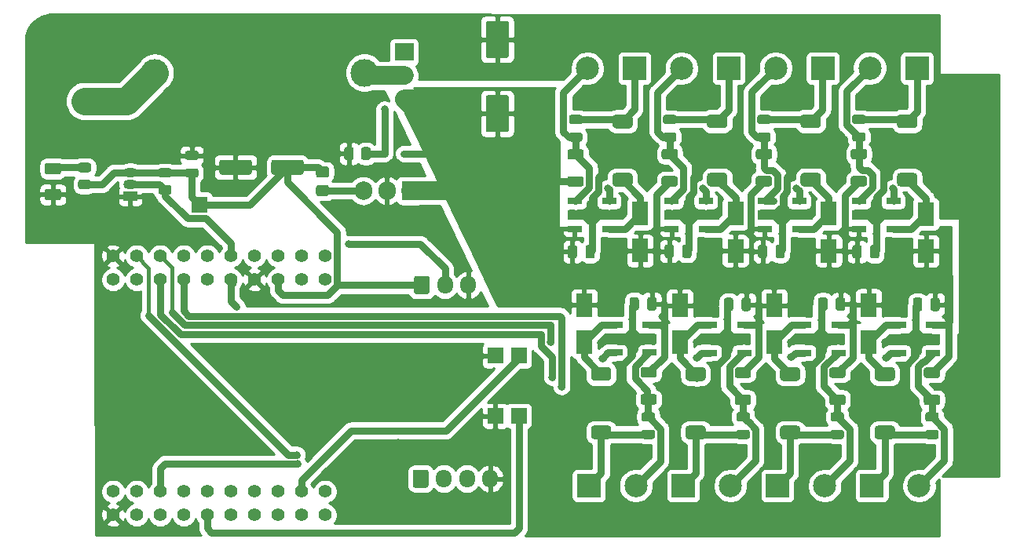
<source format=gtl>
G04 #@! TF.GenerationSoftware,KiCad,Pcbnew,5.1.12-84ad8e8a86~92~ubuntu20.04.1*
G04 #@! TF.CreationDate,2021-11-10T23:56:03+01:00*
G04 #@! TF.ProjectId,CC dimmer low voltage,43432064-696d-46d6-9572-206c6f772076,0.83*
G04 #@! TF.SameCoordinates,Original*
G04 #@! TF.FileFunction,Copper,L1,Top*
G04 #@! TF.FilePolarity,Positive*
%FSLAX46Y46*%
G04 Gerber Fmt 4.6, Leading zero omitted, Abs format (unit mm)*
G04 Created by KiCad (PCBNEW 5.1.12-84ad8e8a86~92~ubuntu20.04.1) date 2021-11-10 23:56:03*
%MOMM*%
%LPD*%
G01*
G04 APERTURE LIST*
G04 #@! TA.AperFunction,ComponentPad*
%ADD10C,1.400000*%
G04 #@! TD*
G04 #@! TA.AperFunction,ComponentPad*
%ADD11O,2.000000X1.905000*%
G04 #@! TD*
G04 #@! TA.AperFunction,ComponentPad*
%ADD12R,2.000000X1.905000*%
G04 #@! TD*
G04 #@! TA.AperFunction,ComponentPad*
%ADD13C,3.000000*%
G04 #@! TD*
G04 #@! TA.AperFunction,ComponentPad*
%ADD14R,1.700000X1.700000*%
G04 #@! TD*
G04 #@! TA.AperFunction,SMDPad,CuDef*
%ADD15R,1.800000X2.500000*%
G04 #@! TD*
G04 #@! TA.AperFunction,SMDPad,CuDef*
%ADD16R,0.600000X0.450000*%
G04 #@! TD*
G04 #@! TA.AperFunction,ComponentPad*
%ADD17O,1.700000X1.950000*%
G04 #@! TD*
G04 #@! TA.AperFunction,ComponentPad*
%ADD18O,1.500000X1.050000*%
G04 #@! TD*
G04 #@! TA.AperFunction,ComponentPad*
%ADD19R,1.500000X1.050000*%
G04 #@! TD*
G04 #@! TA.AperFunction,ComponentPad*
%ADD20R,1.905000X2.000000*%
G04 #@! TD*
G04 #@! TA.AperFunction,ComponentPad*
%ADD21O,1.905000X2.000000*%
G04 #@! TD*
G04 #@! TA.AperFunction,ComponentPad*
%ADD22R,2.600000X2.600000*%
G04 #@! TD*
G04 #@! TA.AperFunction,ComponentPad*
%ADD23C,2.600000*%
G04 #@! TD*
G04 #@! TA.AperFunction,ComponentPad*
%ADD24C,2.500000*%
G04 #@! TD*
G04 #@! TA.AperFunction,ComponentPad*
%ADD25R,2.500000X2.500000*%
G04 #@! TD*
G04 #@! TA.AperFunction,SMDPad,CuDef*
%ADD26C,0.150000*%
G04 #@! TD*
G04 #@! TA.AperFunction,SMDPad,CuDef*
%ADD27R,1.500000X0.700000*%
G04 #@! TD*
G04 #@! TA.AperFunction,ViaPad*
%ADD28C,0.800000*%
G04 #@! TD*
G04 #@! TA.AperFunction,Conductor*
%ADD29C,0.800000*%
G04 #@! TD*
G04 #@! TA.AperFunction,Conductor*
%ADD30C,2.999999*%
G04 #@! TD*
G04 #@! TA.AperFunction,Conductor*
%ADD31C,2.000000*%
G04 #@! TD*
G04 #@! TA.AperFunction,Conductor*
%ADD32C,0.400000*%
G04 #@! TD*
G04 #@! TA.AperFunction,Conductor*
%ADD33C,0.254000*%
G04 #@! TD*
G04 #@! TA.AperFunction,Conductor*
%ADD34C,0.150000*%
G04 #@! TD*
G04 APERTURE END LIST*
D10*
X128962000Y-95455000D03*
X128962000Y-97995000D03*
X126422000Y-95455000D03*
X126422000Y-97995000D03*
X123882000Y-95455000D03*
X123882000Y-97995000D03*
X121342000Y-95455000D03*
X121342000Y-97995000D03*
X118802000Y-95455000D03*
X118802000Y-97995000D03*
X116262000Y-95455000D03*
X116262000Y-97995000D03*
X113722000Y-95455000D03*
X113722000Y-97995000D03*
X111182000Y-95455000D03*
X111182000Y-97995000D03*
X108642000Y-95455000D03*
X108642000Y-97995000D03*
X106102000Y-95455000D03*
X106102000Y-97995000D03*
X128962000Y-120855000D03*
X128962000Y-123395000D03*
X126422000Y-120855000D03*
X126422000Y-123395000D03*
X123882000Y-120855000D03*
X123882000Y-123395000D03*
X121342000Y-120855000D03*
X121342000Y-123395000D03*
X118802000Y-120855000D03*
X118802000Y-123395000D03*
X116262000Y-120855000D03*
X116262000Y-123395000D03*
X113722000Y-120855000D03*
X113722000Y-123395000D03*
X111182000Y-120855000D03*
X111182000Y-123395000D03*
X108642000Y-120855000D03*
X108642000Y-123395000D03*
X106102000Y-123395000D03*
X106102000Y-120855000D03*
D11*
X137474200Y-78517000D03*
X137474200Y-75977000D03*
D12*
X137474200Y-73437000D03*
G04 #@! TA.AperFunction,SMDPad,CuDef*
G36*
G01*
X156132000Y-94510000D02*
X156132000Y-95460000D01*
G75*
G02*
X155882000Y-95710000I-250000J0D01*
G01*
X155382000Y-95710000D01*
G75*
G02*
X155132000Y-95460000I0J250000D01*
G01*
X155132000Y-94510000D01*
G75*
G02*
X155382000Y-94260000I250000J0D01*
G01*
X155882000Y-94260000D01*
G75*
G02*
X156132000Y-94510000I0J-250000D01*
G01*
G37*
G04 #@! TD.AperFunction*
G04 #@! TA.AperFunction,SMDPad,CuDef*
G36*
G01*
X158032000Y-94510000D02*
X158032000Y-95460000D01*
G75*
G02*
X157782000Y-95710000I-250000J0D01*
G01*
X157282000Y-95710000D01*
G75*
G02*
X157032000Y-95460000I0J250000D01*
G01*
X157032000Y-94510000D01*
G75*
G02*
X157282000Y-94260000I250000J0D01*
G01*
X157782000Y-94260000D01*
G75*
G02*
X158032000Y-94510000I0J-250000D01*
G01*
G37*
G04 #@! TD.AperFunction*
D13*
X133202000Y-75655000D03*
X110602000Y-75655000D03*
D14*
X149842000Y-112695000D03*
X149842000Y-106185000D03*
G04 #@! TA.AperFunction,SMDPad,CuDef*
G36*
G01*
X156457000Y-83115000D02*
X155507000Y-83115000D01*
G75*
G02*
X155257000Y-82865000I0J250000D01*
G01*
X155257000Y-82365000D01*
G75*
G02*
X155507000Y-82115000I250000J0D01*
G01*
X156457000Y-82115000D01*
G75*
G02*
X156707000Y-82365000I0J-250000D01*
G01*
X156707000Y-82865000D01*
G75*
G02*
X156457000Y-83115000I-250000J0D01*
G01*
G37*
G04 #@! TD.AperFunction*
G04 #@! TA.AperFunction,SMDPad,CuDef*
G36*
G01*
X156457000Y-81215000D02*
X155507000Y-81215000D01*
G75*
G02*
X155257000Y-80965000I0J250000D01*
G01*
X155257000Y-80465000D01*
G75*
G02*
X155507000Y-80215000I250000J0D01*
G01*
X156457000Y-80215000D01*
G75*
G02*
X156707000Y-80465000I0J-250000D01*
G01*
X156707000Y-80965000D01*
G75*
G02*
X156457000Y-81215000I-250000J0D01*
G01*
G37*
G04 #@! TD.AperFunction*
G04 #@! TA.AperFunction,SMDPad,CuDef*
G36*
G01*
X168462000Y-94460000D02*
X168462000Y-95410000D01*
G75*
G02*
X168212000Y-95660000I-250000J0D01*
G01*
X167712000Y-95660000D01*
G75*
G02*
X167462000Y-95410000I0J250000D01*
G01*
X167462000Y-94460000D01*
G75*
G02*
X167712000Y-94210000I250000J0D01*
G01*
X168212000Y-94210000D01*
G75*
G02*
X168462000Y-94460000I0J-250000D01*
G01*
G37*
G04 #@! TD.AperFunction*
G04 #@! TA.AperFunction,SMDPad,CuDef*
G36*
G01*
X166562000Y-94460000D02*
X166562000Y-95410000D01*
G75*
G02*
X166312000Y-95660000I-250000J0D01*
G01*
X165812000Y-95660000D01*
G75*
G02*
X165562000Y-95410000I0J250000D01*
G01*
X165562000Y-94460000D01*
G75*
G02*
X165812000Y-94210000I250000J0D01*
G01*
X166312000Y-94210000D01*
G75*
G02*
X166562000Y-94460000I0J-250000D01*
G01*
G37*
G04 #@! TD.AperFunction*
G04 #@! TA.AperFunction,SMDPad,CuDef*
G36*
G01*
X166597000Y-83105000D02*
X165647000Y-83105000D01*
G75*
G02*
X165397000Y-82855000I0J250000D01*
G01*
X165397000Y-82355000D01*
G75*
G02*
X165647000Y-82105000I250000J0D01*
G01*
X166597000Y-82105000D01*
G75*
G02*
X166847000Y-82355000I0J-250000D01*
G01*
X166847000Y-82855000D01*
G75*
G02*
X166597000Y-83105000I-250000J0D01*
G01*
G37*
G04 #@! TD.AperFunction*
G04 #@! TA.AperFunction,SMDPad,CuDef*
G36*
G01*
X166597000Y-81205000D02*
X165647000Y-81205000D01*
G75*
G02*
X165397000Y-80955000I0J250000D01*
G01*
X165397000Y-80455000D01*
G75*
G02*
X165647000Y-80205000I250000J0D01*
G01*
X166597000Y-80205000D01*
G75*
G02*
X166847000Y-80455000I0J-250000D01*
G01*
X166847000Y-80955000D01*
G75*
G02*
X166597000Y-81205000I-250000J0D01*
G01*
G37*
G04 #@! TD.AperFunction*
G04 #@! TA.AperFunction,SMDPad,CuDef*
G36*
G01*
X178532000Y-94480000D02*
X178532000Y-95430000D01*
G75*
G02*
X178282000Y-95680000I-250000J0D01*
G01*
X177782000Y-95680000D01*
G75*
G02*
X177532000Y-95430000I0J250000D01*
G01*
X177532000Y-94480000D01*
G75*
G02*
X177782000Y-94230000I250000J0D01*
G01*
X178282000Y-94230000D01*
G75*
G02*
X178532000Y-94480000I0J-250000D01*
G01*
G37*
G04 #@! TD.AperFunction*
G04 #@! TA.AperFunction,SMDPad,CuDef*
G36*
G01*
X176632000Y-94480000D02*
X176632000Y-95430000D01*
G75*
G02*
X176382000Y-95680000I-250000J0D01*
G01*
X175882000Y-95680000D01*
G75*
G02*
X175632000Y-95430000I0J250000D01*
G01*
X175632000Y-94480000D01*
G75*
G02*
X175882000Y-94230000I250000J0D01*
G01*
X176382000Y-94230000D01*
G75*
G02*
X176632000Y-94480000I0J-250000D01*
G01*
G37*
G04 #@! TD.AperFunction*
G04 #@! TA.AperFunction,SMDPad,CuDef*
G36*
G01*
X176757000Y-81205000D02*
X175807000Y-81205000D01*
G75*
G02*
X175557000Y-80955000I0J250000D01*
G01*
X175557000Y-80455000D01*
G75*
G02*
X175807000Y-80205000I250000J0D01*
G01*
X176757000Y-80205000D01*
G75*
G02*
X177007000Y-80455000I0J-250000D01*
G01*
X177007000Y-80955000D01*
G75*
G02*
X176757000Y-81205000I-250000J0D01*
G01*
G37*
G04 #@! TD.AperFunction*
G04 #@! TA.AperFunction,SMDPad,CuDef*
G36*
G01*
X176757000Y-83105000D02*
X175807000Y-83105000D01*
G75*
G02*
X175557000Y-82855000I0J250000D01*
G01*
X175557000Y-82355000D01*
G75*
G02*
X175807000Y-82105000I250000J0D01*
G01*
X176757000Y-82105000D01*
G75*
G02*
X177007000Y-82355000I0J-250000D01*
G01*
X177007000Y-82855000D01*
G75*
G02*
X176757000Y-83105000I-250000J0D01*
G01*
G37*
G04 #@! TD.AperFunction*
G04 #@! TA.AperFunction,SMDPad,CuDef*
G36*
G01*
X186812000Y-94510000D02*
X186812000Y-95460000D01*
G75*
G02*
X186562000Y-95710000I-250000J0D01*
G01*
X186062000Y-95710000D01*
G75*
G02*
X185812000Y-95460000I0J250000D01*
G01*
X185812000Y-94510000D01*
G75*
G02*
X186062000Y-94260000I250000J0D01*
G01*
X186562000Y-94260000D01*
G75*
G02*
X186812000Y-94510000I0J-250000D01*
G01*
G37*
G04 #@! TD.AperFunction*
G04 #@! TA.AperFunction,SMDPad,CuDef*
G36*
G01*
X188712000Y-94510000D02*
X188712000Y-95460000D01*
G75*
G02*
X188462000Y-95710000I-250000J0D01*
G01*
X187962000Y-95710000D01*
G75*
G02*
X187712000Y-95460000I0J250000D01*
G01*
X187712000Y-94510000D01*
G75*
G02*
X187962000Y-94260000I250000J0D01*
G01*
X188462000Y-94260000D01*
G75*
G02*
X188712000Y-94510000I0J-250000D01*
G01*
G37*
G04 #@! TD.AperFunction*
G04 #@! TA.AperFunction,SMDPad,CuDef*
G36*
G01*
X186987000Y-83095000D02*
X186037000Y-83095000D01*
G75*
G02*
X185787000Y-82845000I0J250000D01*
G01*
X185787000Y-82345000D01*
G75*
G02*
X186037000Y-82095000I250000J0D01*
G01*
X186987000Y-82095000D01*
G75*
G02*
X187237000Y-82345000I0J-250000D01*
G01*
X187237000Y-82845000D01*
G75*
G02*
X186987000Y-83095000I-250000J0D01*
G01*
G37*
G04 #@! TD.AperFunction*
G04 #@! TA.AperFunction,SMDPad,CuDef*
G36*
G01*
X186987000Y-81195000D02*
X186037000Y-81195000D01*
G75*
G02*
X185787000Y-80945000I0J250000D01*
G01*
X185787000Y-80445000D01*
G75*
G02*
X186037000Y-80195000I250000J0D01*
G01*
X186987000Y-80195000D01*
G75*
G02*
X187237000Y-80445000I0J-250000D01*
G01*
X187237000Y-80945000D01*
G75*
G02*
X186987000Y-81195000I-250000J0D01*
G01*
G37*
G04 #@! TD.AperFunction*
G04 #@! TA.AperFunction,SMDPad,CuDef*
G36*
G01*
X148532000Y-82075000D02*
X146532000Y-82075000D01*
G75*
G02*
X146282000Y-81825000I0J250000D01*
G01*
X146282000Y-78325000D01*
G75*
G02*
X146532000Y-78075000I250000J0D01*
G01*
X148532000Y-78075000D01*
G75*
G02*
X148782000Y-78325000I0J-250000D01*
G01*
X148782000Y-81825000D01*
G75*
G02*
X148532000Y-82075000I-250000J0D01*
G01*
G37*
G04 #@! TD.AperFunction*
G04 #@! TA.AperFunction,SMDPad,CuDef*
G36*
G01*
X148532000Y-74075000D02*
X146532000Y-74075000D01*
G75*
G02*
X146282000Y-73825000I0J250000D01*
G01*
X146282000Y-70325000D01*
G75*
G02*
X146532000Y-70075000I250000J0D01*
G01*
X148532000Y-70075000D01*
G75*
G02*
X148782000Y-70325000I0J-250000D01*
G01*
X148782000Y-73825000D01*
G75*
G02*
X148532000Y-74075000I-250000J0D01*
G01*
G37*
G04 #@! TD.AperFunction*
G04 #@! TA.AperFunction,SMDPad,CuDef*
G36*
G01*
X126657200Y-85311800D02*
X126657200Y-86411800D01*
G75*
G02*
X126407200Y-86661800I-250000J0D01*
G01*
X123407200Y-86661800D01*
G75*
G02*
X123157200Y-86411800I0J250000D01*
G01*
X123157200Y-85311800D01*
G75*
G02*
X123407200Y-85061800I250000J0D01*
G01*
X126407200Y-85061800D01*
G75*
G02*
X126657200Y-85311800I0J-250000D01*
G01*
G37*
G04 #@! TD.AperFunction*
G04 #@! TA.AperFunction,SMDPad,CuDef*
G36*
G01*
X121057200Y-85311800D02*
X121057200Y-86411800D01*
G75*
G02*
X120807200Y-86661800I-250000J0D01*
G01*
X117807200Y-86661800D01*
G75*
G02*
X117557200Y-86411800I0J250000D01*
G01*
X117557200Y-85311800D01*
G75*
G02*
X117807200Y-85061800I250000J0D01*
G01*
X120807200Y-85061800D01*
G75*
G02*
X121057200Y-85311800I0J-250000D01*
G01*
G37*
G04 #@! TD.AperFunction*
G04 #@! TA.AperFunction,SMDPad,CuDef*
G36*
G01*
X115063800Y-86981600D02*
X114113800Y-86981600D01*
G75*
G02*
X113863800Y-86731600I0J250000D01*
G01*
X113863800Y-86231600D01*
G75*
G02*
X114113800Y-85981600I250000J0D01*
G01*
X115063800Y-85981600D01*
G75*
G02*
X115313800Y-86231600I0J-250000D01*
G01*
X115313800Y-86731600D01*
G75*
G02*
X115063800Y-86981600I-250000J0D01*
G01*
G37*
G04 #@! TD.AperFunction*
G04 #@! TA.AperFunction,SMDPad,CuDef*
G36*
G01*
X115063800Y-85081600D02*
X114113800Y-85081600D01*
G75*
G02*
X113863800Y-84831600I0J250000D01*
G01*
X113863800Y-84331600D01*
G75*
G02*
X114113800Y-84081600I250000J0D01*
G01*
X115063800Y-84081600D01*
G75*
G02*
X115313800Y-84331600I0J-250000D01*
G01*
X115313800Y-84831600D01*
G75*
G02*
X115063800Y-85081600I-250000J0D01*
G01*
G37*
G04 #@! TD.AperFunction*
D15*
X162932000Y-94865000D03*
X162932000Y-90865000D03*
X173202000Y-94885000D03*
X173202000Y-90885000D03*
X183272000Y-94875000D03*
X183272000Y-90875000D03*
X193742000Y-90905000D03*
X193742000Y-94905000D03*
D16*
X137457400Y-84388600D03*
X135357400Y-84388600D03*
G04 #@! TA.AperFunction,SMDPad,CuDef*
G36*
G01*
X100227800Y-89436200D02*
X98977800Y-89436200D01*
G75*
G02*
X98727800Y-89186200I0J250000D01*
G01*
X98727800Y-88436200D01*
G75*
G02*
X98977800Y-88186200I250000J0D01*
G01*
X100227800Y-88186200D01*
G75*
G02*
X100477800Y-88436200I0J-250000D01*
G01*
X100477800Y-89186200D01*
G75*
G02*
X100227800Y-89436200I-250000J0D01*
G01*
G37*
G04 #@! TD.AperFunction*
G04 #@! TA.AperFunction,SMDPad,CuDef*
G36*
G01*
X100227800Y-86636200D02*
X98977800Y-86636200D01*
G75*
G02*
X98727800Y-86386200I0J250000D01*
G01*
X98727800Y-85636200D01*
G75*
G02*
X98977800Y-85386200I250000J0D01*
G01*
X100227800Y-85386200D01*
G75*
G02*
X100477800Y-85636200I0J-250000D01*
G01*
X100477800Y-86386200D01*
G75*
G02*
X100227800Y-86636200I-250000J0D01*
G01*
G37*
G04 #@! TD.AperFunction*
G04 #@! TA.AperFunction,SMDPad,CuDef*
G36*
G01*
X128235799Y-85776400D02*
X129135801Y-85776400D01*
G75*
G02*
X129385800Y-86026399I0J-249999D01*
G01*
X129385800Y-86726401D01*
G75*
G02*
X129135801Y-86976400I-249999J0D01*
G01*
X128235799Y-86976400D01*
G75*
G02*
X127985800Y-86726401I0J249999D01*
G01*
X127985800Y-86026399D01*
G75*
G02*
X128235799Y-85776400I249999J0D01*
G01*
G37*
G04 #@! TD.AperFunction*
G04 #@! TA.AperFunction,SMDPad,CuDef*
G36*
G01*
X128235799Y-87776400D02*
X129135801Y-87776400D01*
G75*
G02*
X129385800Y-88026399I0J-249999D01*
G01*
X129385800Y-88726401D01*
G75*
G02*
X129135801Y-88976400I-249999J0D01*
G01*
X128235799Y-88976400D01*
G75*
G02*
X127985800Y-88726401I0J249999D01*
G01*
X127985800Y-88026399D01*
G75*
G02*
X128235799Y-87776400I249999J0D01*
G01*
G37*
G04 #@! TD.AperFunction*
G04 #@! TA.AperFunction,ComponentPad*
G36*
G01*
X138532000Y-99300000D02*
X138532000Y-97850000D01*
G75*
G02*
X138782000Y-97600000I250000J0D01*
G01*
X139982000Y-97600000D01*
G75*
G02*
X140232000Y-97850000I0J-250000D01*
G01*
X140232000Y-99300000D01*
G75*
G02*
X139982000Y-99550000I-250000J0D01*
G01*
X138782000Y-99550000D01*
G75*
G02*
X138532000Y-99300000I0J250000D01*
G01*
G37*
G04 #@! TD.AperFunction*
D17*
X141882000Y-98575000D03*
X144382000Y-98575000D03*
G04 #@! TA.AperFunction,ComponentPad*
G36*
G01*
X138412000Y-120190000D02*
X138412000Y-118740000D01*
G75*
G02*
X138662000Y-118490000I250000J0D01*
G01*
X139862000Y-118490000D01*
G75*
G02*
X140112000Y-118740000I0J-250000D01*
G01*
X140112000Y-120190000D01*
G75*
G02*
X139862000Y-120440000I-250000J0D01*
G01*
X138662000Y-120440000D01*
G75*
G02*
X138412000Y-120190000I0J250000D01*
G01*
G37*
G04 #@! TD.AperFunction*
X141762000Y-119465000D03*
X144262000Y-119465000D03*
X146762000Y-119465000D03*
D14*
X147302000Y-106185000D03*
X147302000Y-112695000D03*
X115402000Y-89895000D03*
G04 #@! TA.AperFunction,SMDPad,CuDef*
G36*
G01*
X155336997Y-83910000D02*
X156587003Y-83910000D01*
G75*
G02*
X156837000Y-84159997I0J-249997D01*
G01*
X156837000Y-84785003D01*
G75*
G02*
X156587003Y-85035000I-249997J0D01*
G01*
X155336997Y-85035000D01*
G75*
G02*
X155087000Y-84785003I0J249997D01*
G01*
X155087000Y-84159997D01*
G75*
G02*
X155336997Y-83910000I249997J0D01*
G01*
G37*
G04 #@! TD.AperFunction*
G04 #@! TA.AperFunction,SMDPad,CuDef*
G36*
G01*
X155336997Y-86835000D02*
X156587003Y-86835000D01*
G75*
G02*
X156837000Y-87084997I0J-249997D01*
G01*
X156837000Y-87710003D01*
G75*
G02*
X156587003Y-87960000I-249997J0D01*
G01*
X155336997Y-87960000D01*
G75*
G02*
X155087000Y-87710003I0J249997D01*
G01*
X155087000Y-87084997D01*
G75*
G02*
X155336997Y-86835000I249997J0D01*
G01*
G37*
G04 #@! TD.AperFunction*
G04 #@! TA.AperFunction,SMDPad,CuDef*
G36*
G01*
X165486997Y-86815000D02*
X166737003Y-86815000D01*
G75*
G02*
X166987000Y-87064997I0J-249997D01*
G01*
X166987000Y-87690003D01*
G75*
G02*
X166737003Y-87940000I-249997J0D01*
G01*
X165486997Y-87940000D01*
G75*
G02*
X165237000Y-87690003I0J249997D01*
G01*
X165237000Y-87064997D01*
G75*
G02*
X165486997Y-86815000I249997J0D01*
G01*
G37*
G04 #@! TD.AperFunction*
G04 #@! TA.AperFunction,SMDPad,CuDef*
G36*
G01*
X165486997Y-83890000D02*
X166737003Y-83890000D01*
G75*
G02*
X166987000Y-84139997I0J-249997D01*
G01*
X166987000Y-84765003D01*
G75*
G02*
X166737003Y-85015000I-249997J0D01*
G01*
X165486997Y-85015000D01*
G75*
G02*
X165237000Y-84765003I0J249997D01*
G01*
X165237000Y-84139997D01*
G75*
G02*
X165486997Y-83890000I249997J0D01*
G01*
G37*
G04 #@! TD.AperFunction*
G04 #@! TA.AperFunction,SMDPad,CuDef*
G36*
G01*
X175646997Y-86805000D02*
X176897003Y-86805000D01*
G75*
G02*
X177147000Y-87054997I0J-249997D01*
G01*
X177147000Y-87680003D01*
G75*
G02*
X176897003Y-87930000I-249997J0D01*
G01*
X175646997Y-87930000D01*
G75*
G02*
X175397000Y-87680003I0J249997D01*
G01*
X175397000Y-87054997D01*
G75*
G02*
X175646997Y-86805000I249997J0D01*
G01*
G37*
G04 #@! TD.AperFunction*
G04 #@! TA.AperFunction,SMDPad,CuDef*
G36*
G01*
X175646997Y-83880000D02*
X176897003Y-83880000D01*
G75*
G02*
X177147000Y-84129997I0J-249997D01*
G01*
X177147000Y-84755003D01*
G75*
G02*
X176897003Y-85005000I-249997J0D01*
G01*
X175646997Y-85005000D01*
G75*
G02*
X175397000Y-84755003I0J249997D01*
G01*
X175397000Y-84129997D01*
G75*
G02*
X175646997Y-83880000I249997J0D01*
G01*
G37*
G04 #@! TD.AperFunction*
G04 #@! TA.AperFunction,SMDPad,CuDef*
G36*
G01*
X185886997Y-83880000D02*
X187137003Y-83880000D01*
G75*
G02*
X187387000Y-84129997I0J-249997D01*
G01*
X187387000Y-84755003D01*
G75*
G02*
X187137003Y-85005000I-249997J0D01*
G01*
X185886997Y-85005000D01*
G75*
G02*
X185637000Y-84755003I0J249997D01*
G01*
X185637000Y-84129997D01*
G75*
G02*
X185886997Y-83880000I249997J0D01*
G01*
G37*
G04 #@! TD.AperFunction*
G04 #@! TA.AperFunction,SMDPad,CuDef*
G36*
G01*
X185886997Y-86805000D02*
X187137003Y-86805000D01*
G75*
G02*
X187387000Y-87054997I0J-249997D01*
G01*
X187387000Y-87680003D01*
G75*
G02*
X187137003Y-87930000I-249997J0D01*
G01*
X185886997Y-87930000D01*
G75*
G02*
X185637000Y-87680003I0J249997D01*
G01*
X185637000Y-87054997D01*
G75*
G02*
X185886997Y-86805000I249997J0D01*
G01*
G37*
G04 #@! TD.AperFunction*
G04 #@! TA.AperFunction,SMDPad,CuDef*
G36*
G01*
X111243198Y-85960800D02*
X112143202Y-85960800D01*
G75*
G02*
X112393200Y-86210798I0J-249998D01*
G01*
X112393200Y-86735802D01*
G75*
G02*
X112143202Y-86985800I-249998J0D01*
G01*
X111243198Y-86985800D01*
G75*
G02*
X110993200Y-86735802I0J249998D01*
G01*
X110993200Y-86210798D01*
G75*
G02*
X111243198Y-85960800I249998J0D01*
G01*
G37*
G04 #@! TD.AperFunction*
G04 #@! TA.AperFunction,SMDPad,CuDef*
G36*
G01*
X111243198Y-87785800D02*
X112143202Y-87785800D01*
G75*
G02*
X112393200Y-88035798I0J-249998D01*
G01*
X112393200Y-88560802D01*
G75*
G02*
X112143202Y-88810800I-249998J0D01*
G01*
X111243198Y-88810800D01*
G75*
G02*
X110993200Y-88560802I0J249998D01*
G01*
X110993200Y-88035798D01*
G75*
G02*
X111243198Y-87785800I249998J0D01*
G01*
G37*
G04 #@! TD.AperFunction*
G04 #@! TA.AperFunction,SMDPad,CuDef*
G36*
G01*
X132045000Y-83938598D02*
X132045000Y-84838602D01*
G75*
G02*
X131795002Y-85088600I-249998J0D01*
G01*
X131269998Y-85088600D01*
G75*
G02*
X131020000Y-84838602I0J249998D01*
G01*
X131020000Y-83938598D01*
G75*
G02*
X131269998Y-83688600I249998J0D01*
G01*
X131795002Y-83688600D01*
G75*
G02*
X132045000Y-83938598I0J-249998D01*
G01*
G37*
G04 #@! TD.AperFunction*
G04 #@! TA.AperFunction,SMDPad,CuDef*
G36*
G01*
X133870000Y-83938598D02*
X133870000Y-84838602D01*
G75*
G02*
X133620002Y-85088600I-249998J0D01*
G01*
X133094998Y-85088600D01*
G75*
G02*
X132845000Y-84838602I0J249998D01*
G01*
X132845000Y-83938598D01*
G75*
G02*
X133094998Y-83688600I249998J0D01*
G01*
X133620002Y-83688600D01*
G75*
G02*
X133870000Y-83938598I0J-249998D01*
G01*
G37*
G04 #@! TD.AperFunction*
G04 #@! TA.AperFunction,SMDPad,CuDef*
G36*
G01*
X103481802Y-88226600D02*
X102581798Y-88226600D01*
G75*
G02*
X102331800Y-87976602I0J249998D01*
G01*
X102331800Y-87451598D01*
G75*
G02*
X102581798Y-87201600I249998J0D01*
G01*
X103481802Y-87201600D01*
G75*
G02*
X103731800Y-87451598I0J-249998D01*
G01*
X103731800Y-87976602D01*
G75*
G02*
X103481802Y-88226600I-249998J0D01*
G01*
G37*
G04 #@! TD.AperFunction*
G04 #@! TA.AperFunction,SMDPad,CuDef*
G36*
G01*
X103481802Y-86401600D02*
X102581798Y-86401600D01*
G75*
G02*
X102331800Y-86151602I0J249998D01*
G01*
X102331800Y-85626598D01*
G75*
G02*
X102581798Y-85376600I249998J0D01*
G01*
X103481802Y-85376600D01*
G75*
G02*
X103731800Y-85626598I0J-249998D01*
G01*
X103731800Y-86151602D01*
G75*
G02*
X103481802Y-86401600I-249998J0D01*
G01*
G37*
G04 #@! TD.AperFunction*
D18*
X107959400Y-87716000D03*
X107959400Y-86446000D03*
D19*
X107959400Y-88986000D03*
D20*
X138160000Y-88401800D03*
D21*
X135620000Y-88401800D03*
X133080000Y-88401800D03*
D22*
X103052000Y-73715000D03*
D23*
X103052000Y-78715000D03*
D24*
X157242000Y-75187000D03*
D25*
X162322000Y-75187000D03*
X172472000Y-75185000D03*
D24*
X167392000Y-75185000D03*
X177542000Y-75175000D03*
D25*
X182622000Y-75175000D03*
X192772000Y-75165000D03*
D24*
X187692000Y-75165000D03*
G04 #@! TA.AperFunction,SMDPad,CuDef*
D26*
G36*
X156832000Y-91515000D02*
G01*
X155132000Y-91515000D01*
X155132000Y-90515000D01*
X156832000Y-90515000D01*
X157332000Y-90015000D01*
X158132000Y-90015000D01*
X158632000Y-90515000D01*
X160332000Y-90515000D01*
X160332000Y-91515000D01*
X158632000Y-91515000D01*
X158132000Y-92015000D01*
X157332000Y-92015000D01*
X156832000Y-91515000D01*
G37*
G04 #@! TD.AperFunction*
D27*
X159582000Y-89515000D03*
X159582000Y-92515000D03*
X155882000Y-89515000D03*
X155882000Y-92515000D03*
G04 #@! TA.AperFunction,SMDPad,CuDef*
D26*
G36*
X167262000Y-91515000D02*
G01*
X165562000Y-91515000D01*
X165562000Y-90515000D01*
X167262000Y-90515000D01*
X167762000Y-90015000D01*
X168562000Y-90015000D01*
X169062000Y-90515000D01*
X170762000Y-90515000D01*
X170762000Y-91515000D01*
X169062000Y-91515000D01*
X168562000Y-92015000D01*
X167762000Y-92015000D01*
X167262000Y-91515000D01*
G37*
G04 #@! TD.AperFunction*
D27*
X170012000Y-89515000D03*
X170012000Y-92515000D03*
X166312000Y-89515000D03*
X166312000Y-92515000D03*
G04 #@! TA.AperFunction,SMDPad,CuDef*
D26*
G36*
X177322000Y-91505000D02*
G01*
X175622000Y-91505000D01*
X175622000Y-90505000D01*
X177322000Y-90505000D01*
X177822000Y-90005000D01*
X178622000Y-90005000D01*
X179122000Y-90505000D01*
X180822000Y-90505000D01*
X180822000Y-91505000D01*
X179122000Y-91505000D01*
X178622000Y-92005000D01*
X177822000Y-92005000D01*
X177322000Y-91505000D01*
G37*
G04 #@! TD.AperFunction*
D27*
X180072000Y-89505000D03*
X180072000Y-92505000D03*
X176372000Y-89505000D03*
X176372000Y-92505000D03*
G04 #@! TA.AperFunction,SMDPad,CuDef*
D26*
G36*
X187472000Y-91505000D02*
G01*
X185772000Y-91505000D01*
X185772000Y-90505000D01*
X187472000Y-90505000D01*
X187972000Y-90005000D01*
X188772000Y-90005000D01*
X189272000Y-90505000D01*
X190972000Y-90505000D01*
X190972000Y-91505000D01*
X189272000Y-91505000D01*
X188772000Y-92005000D01*
X187972000Y-92005000D01*
X187472000Y-91505000D01*
G37*
G04 #@! TD.AperFunction*
D27*
X190222000Y-89505000D03*
X190222000Y-92505000D03*
X186522000Y-89505000D03*
X186522000Y-92505000D03*
G04 #@! TA.AperFunction,SMDPad,CuDef*
G36*
G01*
X161757000Y-87965000D02*
X160307000Y-87965000D01*
G75*
G02*
X159932000Y-87590000I0J375000D01*
G01*
X159932000Y-86840000D01*
G75*
G02*
X160307000Y-86465000I375000J0D01*
G01*
X161757000Y-86465000D01*
G75*
G02*
X162132000Y-86840000I0J-375000D01*
G01*
X162132000Y-87590000D01*
G75*
G02*
X161757000Y-87965000I-375000J0D01*
G01*
G37*
G04 #@! TD.AperFunction*
G04 #@! TA.AperFunction,SMDPad,CuDef*
G36*
G01*
X161757000Y-81665000D02*
X160307000Y-81665000D01*
G75*
G02*
X159932000Y-81290000I0J375000D01*
G01*
X159932000Y-80540000D01*
G75*
G02*
X160307000Y-80165000I375000J0D01*
G01*
X161757000Y-80165000D01*
G75*
G02*
X162132000Y-80540000I0J-375000D01*
G01*
X162132000Y-81290000D01*
G75*
G02*
X161757000Y-81665000I-375000J0D01*
G01*
G37*
G04 #@! TD.AperFunction*
G04 #@! TA.AperFunction,SMDPad,CuDef*
G36*
G01*
X171957000Y-87945000D02*
X170507000Y-87945000D01*
G75*
G02*
X170132000Y-87570000I0J375000D01*
G01*
X170132000Y-86820000D01*
G75*
G02*
X170507000Y-86445000I375000J0D01*
G01*
X171957000Y-86445000D01*
G75*
G02*
X172332000Y-86820000I0J-375000D01*
G01*
X172332000Y-87570000D01*
G75*
G02*
X171957000Y-87945000I-375000J0D01*
G01*
G37*
G04 #@! TD.AperFunction*
G04 #@! TA.AperFunction,SMDPad,CuDef*
G36*
G01*
X171957000Y-81645000D02*
X170507000Y-81645000D01*
G75*
G02*
X170132000Y-81270000I0J375000D01*
G01*
X170132000Y-80520000D01*
G75*
G02*
X170507000Y-80145000I375000J0D01*
G01*
X171957000Y-80145000D01*
G75*
G02*
X172332000Y-80520000I0J-375000D01*
G01*
X172332000Y-81270000D01*
G75*
G02*
X171957000Y-81645000I-375000J0D01*
G01*
G37*
G04 #@! TD.AperFunction*
G04 #@! TA.AperFunction,SMDPad,CuDef*
G36*
G01*
X182047000Y-81645000D02*
X180597000Y-81645000D01*
G75*
G02*
X180222000Y-81270000I0J375000D01*
G01*
X180222000Y-80520000D01*
G75*
G02*
X180597000Y-80145000I375000J0D01*
G01*
X182047000Y-80145000D01*
G75*
G02*
X182422000Y-80520000I0J-375000D01*
G01*
X182422000Y-81270000D01*
G75*
G02*
X182047000Y-81645000I-375000J0D01*
G01*
G37*
G04 #@! TD.AperFunction*
G04 #@! TA.AperFunction,SMDPad,CuDef*
G36*
G01*
X182047000Y-87945000D02*
X180597000Y-87945000D01*
G75*
G02*
X180222000Y-87570000I0J375000D01*
G01*
X180222000Y-86820000D01*
G75*
G02*
X180597000Y-86445000I375000J0D01*
G01*
X182047000Y-86445000D01*
G75*
G02*
X182422000Y-86820000I0J-375000D01*
G01*
X182422000Y-87570000D01*
G75*
G02*
X182047000Y-87945000I-375000J0D01*
G01*
G37*
G04 #@! TD.AperFunction*
G04 #@! TA.AperFunction,SMDPad,CuDef*
G36*
G01*
X192437000Y-87955000D02*
X190987000Y-87955000D01*
G75*
G02*
X190612000Y-87580000I0J375000D01*
G01*
X190612000Y-86830000D01*
G75*
G02*
X190987000Y-86455000I375000J0D01*
G01*
X192437000Y-86455000D01*
G75*
G02*
X192812000Y-86830000I0J-375000D01*
G01*
X192812000Y-87580000D01*
G75*
G02*
X192437000Y-87955000I-375000J0D01*
G01*
G37*
G04 #@! TD.AperFunction*
G04 #@! TA.AperFunction,SMDPad,CuDef*
G36*
G01*
X192437000Y-81655000D02*
X190987000Y-81655000D01*
G75*
G02*
X190612000Y-81280000I0J375000D01*
G01*
X190612000Y-80530000D01*
G75*
G02*
X190987000Y-80155000I375000J0D01*
G01*
X192437000Y-80155000D01*
G75*
G02*
X192812000Y-80530000I0J-375000D01*
G01*
X192812000Y-81280000D01*
G75*
G02*
X192437000Y-81655000I-375000J0D01*
G01*
G37*
G04 #@! TD.AperFunction*
G04 #@! TA.AperFunction,SMDPad,CuDef*
G36*
G01*
X192342000Y-101140000D02*
X192342000Y-100190000D01*
G75*
G02*
X192592000Y-99940000I250000J0D01*
G01*
X193092000Y-99940000D01*
G75*
G02*
X193342000Y-100190000I0J-250000D01*
G01*
X193342000Y-101140000D01*
G75*
G02*
X193092000Y-101390000I-250000J0D01*
G01*
X192592000Y-101390000D01*
G75*
G02*
X192342000Y-101140000I0J250000D01*
G01*
G37*
G04 #@! TD.AperFunction*
G04 #@! TA.AperFunction,SMDPad,CuDef*
G36*
G01*
X194242000Y-101140000D02*
X194242000Y-100190000D01*
G75*
G02*
X194492000Y-99940000I250000J0D01*
G01*
X194992000Y-99940000D01*
G75*
G02*
X195242000Y-100190000I0J-250000D01*
G01*
X195242000Y-101140000D01*
G75*
G02*
X194992000Y-101390000I-250000J0D01*
G01*
X194492000Y-101390000D01*
G75*
G02*
X194242000Y-101140000I0J250000D01*
G01*
G37*
G04 #@! TD.AperFunction*
G04 #@! TA.AperFunction,SMDPad,CuDef*
G36*
G01*
X193917000Y-114205000D02*
X194867000Y-114205000D01*
G75*
G02*
X195117000Y-114455000I0J-250000D01*
G01*
X195117000Y-114955000D01*
G75*
G02*
X194867000Y-115205000I-250000J0D01*
G01*
X193917000Y-115205000D01*
G75*
G02*
X193667000Y-114955000I0J250000D01*
G01*
X193667000Y-114455000D01*
G75*
G02*
X193917000Y-114205000I250000J0D01*
G01*
G37*
G04 #@! TD.AperFunction*
G04 #@! TA.AperFunction,SMDPad,CuDef*
G36*
G01*
X193917000Y-112305000D02*
X194867000Y-112305000D01*
G75*
G02*
X195117000Y-112555000I0J-250000D01*
G01*
X195117000Y-113055000D01*
G75*
G02*
X194867000Y-113305000I-250000J0D01*
G01*
X193917000Y-113305000D01*
G75*
G02*
X193667000Y-113055000I0J250000D01*
G01*
X193667000Y-112555000D01*
G75*
G02*
X193917000Y-112305000I250000J0D01*
G01*
G37*
G04 #@! TD.AperFunction*
G04 #@! TA.AperFunction,SMDPad,CuDef*
G36*
G01*
X182122000Y-101100000D02*
X182122000Y-100150000D01*
G75*
G02*
X182372000Y-99900000I250000J0D01*
G01*
X182872000Y-99900000D01*
G75*
G02*
X183122000Y-100150000I0J-250000D01*
G01*
X183122000Y-101100000D01*
G75*
G02*
X182872000Y-101350000I-250000J0D01*
G01*
X182372000Y-101350000D01*
G75*
G02*
X182122000Y-101100000I0J250000D01*
G01*
G37*
G04 #@! TD.AperFunction*
G04 #@! TA.AperFunction,SMDPad,CuDef*
G36*
G01*
X184022000Y-101100000D02*
X184022000Y-100150000D01*
G75*
G02*
X184272000Y-99900000I250000J0D01*
G01*
X184772000Y-99900000D01*
G75*
G02*
X185022000Y-100150000I0J-250000D01*
G01*
X185022000Y-101100000D01*
G75*
G02*
X184772000Y-101350000I-250000J0D01*
G01*
X184272000Y-101350000D01*
G75*
G02*
X184022000Y-101100000I0J250000D01*
G01*
G37*
G04 #@! TD.AperFunction*
G04 #@! TA.AperFunction,SMDPad,CuDef*
G36*
G01*
X183707000Y-114205000D02*
X184657000Y-114205000D01*
G75*
G02*
X184907000Y-114455000I0J-250000D01*
G01*
X184907000Y-114955000D01*
G75*
G02*
X184657000Y-115205000I-250000J0D01*
G01*
X183707000Y-115205000D01*
G75*
G02*
X183457000Y-114955000I0J250000D01*
G01*
X183457000Y-114455000D01*
G75*
G02*
X183707000Y-114205000I250000J0D01*
G01*
G37*
G04 #@! TD.AperFunction*
G04 #@! TA.AperFunction,SMDPad,CuDef*
G36*
G01*
X183707000Y-112305000D02*
X184657000Y-112305000D01*
G75*
G02*
X184907000Y-112555000I0J-250000D01*
G01*
X184907000Y-113055000D01*
G75*
G02*
X184657000Y-113305000I-250000J0D01*
G01*
X183707000Y-113305000D01*
G75*
G02*
X183457000Y-113055000I0J250000D01*
G01*
X183457000Y-112555000D01*
G75*
G02*
X183707000Y-112305000I250000J0D01*
G01*
G37*
G04 #@! TD.AperFunction*
G04 #@! TA.AperFunction,SMDPad,CuDef*
G36*
G01*
X171972000Y-101140000D02*
X171972000Y-100190000D01*
G75*
G02*
X172222000Y-99940000I250000J0D01*
G01*
X172722000Y-99940000D01*
G75*
G02*
X172972000Y-100190000I0J-250000D01*
G01*
X172972000Y-101140000D01*
G75*
G02*
X172722000Y-101390000I-250000J0D01*
G01*
X172222000Y-101390000D01*
G75*
G02*
X171972000Y-101140000I0J250000D01*
G01*
G37*
G04 #@! TD.AperFunction*
G04 #@! TA.AperFunction,SMDPad,CuDef*
G36*
G01*
X173872000Y-101140000D02*
X173872000Y-100190000D01*
G75*
G02*
X174122000Y-99940000I250000J0D01*
G01*
X174622000Y-99940000D01*
G75*
G02*
X174872000Y-100190000I0J-250000D01*
G01*
X174872000Y-101140000D01*
G75*
G02*
X174622000Y-101390000I-250000J0D01*
G01*
X174122000Y-101390000D01*
G75*
G02*
X173872000Y-101140000I0J250000D01*
G01*
G37*
G04 #@! TD.AperFunction*
G04 #@! TA.AperFunction,SMDPad,CuDef*
G36*
G01*
X173557000Y-114195000D02*
X174507000Y-114195000D01*
G75*
G02*
X174757000Y-114445000I0J-250000D01*
G01*
X174757000Y-114945000D01*
G75*
G02*
X174507000Y-115195000I-250000J0D01*
G01*
X173557000Y-115195000D01*
G75*
G02*
X173307000Y-114945000I0J250000D01*
G01*
X173307000Y-114445000D01*
G75*
G02*
X173557000Y-114195000I250000J0D01*
G01*
G37*
G04 #@! TD.AperFunction*
G04 #@! TA.AperFunction,SMDPad,CuDef*
G36*
G01*
X173557000Y-112295000D02*
X174507000Y-112295000D01*
G75*
G02*
X174757000Y-112545000I0J-250000D01*
G01*
X174757000Y-113045000D01*
G75*
G02*
X174507000Y-113295000I-250000J0D01*
G01*
X173557000Y-113295000D01*
G75*
G02*
X173307000Y-113045000I0J250000D01*
G01*
X173307000Y-112545000D01*
G75*
G02*
X173557000Y-112295000I250000J0D01*
G01*
G37*
G04 #@! TD.AperFunction*
G04 #@! TA.AperFunction,SMDPad,CuDef*
G36*
G01*
X161792000Y-101080000D02*
X161792000Y-100130000D01*
G75*
G02*
X162042000Y-99880000I250000J0D01*
G01*
X162542000Y-99880000D01*
G75*
G02*
X162792000Y-100130000I0J-250000D01*
G01*
X162792000Y-101080000D01*
G75*
G02*
X162542000Y-101330000I-250000J0D01*
G01*
X162042000Y-101330000D01*
G75*
G02*
X161792000Y-101080000I0J250000D01*
G01*
G37*
G04 #@! TD.AperFunction*
G04 #@! TA.AperFunction,SMDPad,CuDef*
G36*
G01*
X163692000Y-101080000D02*
X163692000Y-100130000D01*
G75*
G02*
X163942000Y-99880000I250000J0D01*
G01*
X164442000Y-99880000D01*
G75*
G02*
X164692000Y-100130000I0J-250000D01*
G01*
X164692000Y-101080000D01*
G75*
G02*
X164442000Y-101330000I-250000J0D01*
G01*
X163942000Y-101330000D01*
G75*
G02*
X163692000Y-101080000I0J250000D01*
G01*
G37*
G04 #@! TD.AperFunction*
G04 #@! TA.AperFunction,SMDPad,CuDef*
G36*
G01*
X163327000Y-114195000D02*
X164277000Y-114195000D01*
G75*
G02*
X164527000Y-114445000I0J-250000D01*
G01*
X164527000Y-114945000D01*
G75*
G02*
X164277000Y-115195000I-250000J0D01*
G01*
X163327000Y-115195000D01*
G75*
G02*
X163077000Y-114945000I0J250000D01*
G01*
X163077000Y-114445000D01*
G75*
G02*
X163327000Y-114195000I250000J0D01*
G01*
G37*
G04 #@! TD.AperFunction*
G04 #@! TA.AperFunction,SMDPad,CuDef*
G36*
G01*
X163327000Y-112295000D02*
X164277000Y-112295000D01*
G75*
G02*
X164527000Y-112545000I0J-250000D01*
G01*
X164527000Y-113045000D01*
G75*
G02*
X164277000Y-113295000I-250000J0D01*
G01*
X163327000Y-113295000D01*
G75*
G02*
X163077000Y-113045000I0J250000D01*
G01*
X163077000Y-112545000D01*
G75*
G02*
X163327000Y-112295000I250000J0D01*
G01*
G37*
G04 #@! TD.AperFunction*
D15*
X187562000Y-104725000D03*
X187562000Y-100725000D03*
X177372000Y-104755000D03*
X177372000Y-100755000D03*
X167192000Y-100755000D03*
X167192000Y-104755000D03*
X156902000Y-100735000D03*
X156902000Y-104735000D03*
G04 #@! TA.AperFunction,SMDPad,CuDef*
G36*
G01*
X188577000Y-107425000D02*
X190027000Y-107425000D01*
G75*
G02*
X190402000Y-107800000I0J-375000D01*
G01*
X190402000Y-108550000D01*
G75*
G02*
X190027000Y-108925000I-375000J0D01*
G01*
X188577000Y-108925000D01*
G75*
G02*
X188202000Y-108550000I0J375000D01*
G01*
X188202000Y-107800000D01*
G75*
G02*
X188577000Y-107425000I375000J0D01*
G01*
G37*
G04 #@! TD.AperFunction*
G04 #@! TA.AperFunction,SMDPad,CuDef*
G36*
G01*
X188577000Y-113725000D02*
X190027000Y-113725000D01*
G75*
G02*
X190402000Y-114100000I0J-375000D01*
G01*
X190402000Y-114850000D01*
G75*
G02*
X190027000Y-115225000I-375000J0D01*
G01*
X188577000Y-115225000D01*
G75*
G02*
X188202000Y-114850000I0J375000D01*
G01*
X188202000Y-114100000D01*
G75*
G02*
X188577000Y-113725000I375000J0D01*
G01*
G37*
G04 #@! TD.AperFunction*
G04 #@! TA.AperFunction,SMDPad,CuDef*
G36*
G01*
X178377000Y-113725000D02*
X179827000Y-113725000D01*
G75*
G02*
X180202000Y-114100000I0J-375000D01*
G01*
X180202000Y-114850000D01*
G75*
G02*
X179827000Y-115225000I-375000J0D01*
G01*
X178377000Y-115225000D01*
G75*
G02*
X178002000Y-114850000I0J375000D01*
G01*
X178002000Y-114100000D01*
G75*
G02*
X178377000Y-113725000I375000J0D01*
G01*
G37*
G04 #@! TD.AperFunction*
G04 #@! TA.AperFunction,SMDPad,CuDef*
G36*
G01*
X178377000Y-107425000D02*
X179827000Y-107425000D01*
G75*
G02*
X180202000Y-107800000I0J-375000D01*
G01*
X180202000Y-108550000D01*
G75*
G02*
X179827000Y-108925000I-375000J0D01*
G01*
X178377000Y-108925000D01*
G75*
G02*
X178002000Y-108550000I0J375000D01*
G01*
X178002000Y-107800000D01*
G75*
G02*
X178377000Y-107425000I375000J0D01*
G01*
G37*
G04 #@! TD.AperFunction*
G04 #@! TA.AperFunction,SMDPad,CuDef*
G36*
G01*
X168187000Y-107425000D02*
X169637000Y-107425000D01*
G75*
G02*
X170012000Y-107800000I0J-375000D01*
G01*
X170012000Y-108550000D01*
G75*
G02*
X169637000Y-108925000I-375000J0D01*
G01*
X168187000Y-108925000D01*
G75*
G02*
X167812000Y-108550000I0J375000D01*
G01*
X167812000Y-107800000D01*
G75*
G02*
X168187000Y-107425000I375000J0D01*
G01*
G37*
G04 #@! TD.AperFunction*
G04 #@! TA.AperFunction,SMDPad,CuDef*
G36*
G01*
X168187000Y-113725000D02*
X169637000Y-113725000D01*
G75*
G02*
X170012000Y-114100000I0J-375000D01*
G01*
X170012000Y-114850000D01*
G75*
G02*
X169637000Y-115225000I-375000J0D01*
G01*
X168187000Y-115225000D01*
G75*
G02*
X167812000Y-114850000I0J375000D01*
G01*
X167812000Y-114100000D01*
G75*
G02*
X168187000Y-113725000I375000J0D01*
G01*
G37*
G04 #@! TD.AperFunction*
G04 #@! TA.AperFunction,SMDPad,CuDef*
G36*
G01*
X157997000Y-113715000D02*
X159447000Y-113715000D01*
G75*
G02*
X159822000Y-114090000I0J-375000D01*
G01*
X159822000Y-114840000D01*
G75*
G02*
X159447000Y-115215000I-375000J0D01*
G01*
X157997000Y-115215000D01*
G75*
G02*
X157622000Y-114840000I0J375000D01*
G01*
X157622000Y-114090000D01*
G75*
G02*
X157997000Y-113715000I375000J0D01*
G01*
G37*
G04 #@! TD.AperFunction*
G04 #@! TA.AperFunction,SMDPad,CuDef*
G36*
G01*
X157997000Y-107415000D02*
X159447000Y-107415000D01*
G75*
G02*
X159822000Y-107790000I0J-375000D01*
G01*
X159822000Y-108540000D01*
G75*
G02*
X159447000Y-108915000I-375000J0D01*
G01*
X157997000Y-108915000D01*
G75*
G02*
X157622000Y-108540000I0J375000D01*
G01*
X157622000Y-107790000D01*
G75*
G02*
X157997000Y-107415000I375000J0D01*
G01*
G37*
G04 #@! TD.AperFunction*
D25*
X187912000Y-120225000D03*
D24*
X192992000Y-120225000D03*
X182822000Y-120225000D03*
D25*
X177742000Y-120225000D03*
X167572000Y-120225000D03*
D24*
X172652000Y-120225000D03*
X162472000Y-120225000D03*
D25*
X157392000Y-120225000D03*
G04 #@! TA.AperFunction,SMDPad,CuDef*
G36*
G01*
X195017003Y-111530000D02*
X193766997Y-111530000D01*
G75*
G02*
X193517000Y-111280003I0J249997D01*
G01*
X193517000Y-110654997D01*
G75*
G02*
X193766997Y-110405000I249997J0D01*
G01*
X195017003Y-110405000D01*
G75*
G02*
X195267000Y-110654997I0J-249997D01*
G01*
X195267000Y-111280003D01*
G75*
G02*
X195017003Y-111530000I-249997J0D01*
G01*
G37*
G04 #@! TD.AperFunction*
G04 #@! TA.AperFunction,SMDPad,CuDef*
G36*
G01*
X195017003Y-108605000D02*
X193766997Y-108605000D01*
G75*
G02*
X193517000Y-108355003I0J249997D01*
G01*
X193517000Y-107729997D01*
G75*
G02*
X193766997Y-107480000I249997J0D01*
G01*
X195017003Y-107480000D01*
G75*
G02*
X195267000Y-107729997I0J-249997D01*
G01*
X195267000Y-108355003D01*
G75*
G02*
X195017003Y-108605000I-249997J0D01*
G01*
G37*
G04 #@! TD.AperFunction*
G04 #@! TA.AperFunction,SMDPad,CuDef*
G36*
G01*
X184827003Y-108595000D02*
X183576997Y-108595000D01*
G75*
G02*
X183327000Y-108345003I0J249997D01*
G01*
X183327000Y-107719997D01*
G75*
G02*
X183576997Y-107470000I249997J0D01*
G01*
X184827003Y-107470000D01*
G75*
G02*
X185077000Y-107719997I0J-249997D01*
G01*
X185077000Y-108345003D01*
G75*
G02*
X184827003Y-108595000I-249997J0D01*
G01*
G37*
G04 #@! TD.AperFunction*
G04 #@! TA.AperFunction,SMDPad,CuDef*
G36*
G01*
X184827003Y-111520000D02*
X183576997Y-111520000D01*
G75*
G02*
X183327000Y-111270003I0J249997D01*
G01*
X183327000Y-110644997D01*
G75*
G02*
X183576997Y-110395000I249997J0D01*
G01*
X184827003Y-110395000D01*
G75*
G02*
X185077000Y-110644997I0J-249997D01*
G01*
X185077000Y-111270003D01*
G75*
G02*
X184827003Y-111520000I-249997J0D01*
G01*
G37*
G04 #@! TD.AperFunction*
G04 #@! TA.AperFunction,SMDPad,CuDef*
G36*
G01*
X174637003Y-108595000D02*
X173386997Y-108595000D01*
G75*
G02*
X173137000Y-108345003I0J249997D01*
G01*
X173137000Y-107719997D01*
G75*
G02*
X173386997Y-107470000I249997J0D01*
G01*
X174637003Y-107470000D01*
G75*
G02*
X174887000Y-107719997I0J-249997D01*
G01*
X174887000Y-108345003D01*
G75*
G02*
X174637003Y-108595000I-249997J0D01*
G01*
G37*
G04 #@! TD.AperFunction*
G04 #@! TA.AperFunction,SMDPad,CuDef*
G36*
G01*
X174637003Y-111520000D02*
X173386997Y-111520000D01*
G75*
G02*
X173137000Y-111270003I0J249997D01*
G01*
X173137000Y-110644997D01*
G75*
G02*
X173386997Y-110395000I249997J0D01*
G01*
X174637003Y-110395000D01*
G75*
G02*
X174887000Y-110644997I0J-249997D01*
G01*
X174887000Y-111270003D01*
G75*
G02*
X174637003Y-111520000I-249997J0D01*
G01*
G37*
G04 #@! TD.AperFunction*
G04 #@! TA.AperFunction,SMDPad,CuDef*
G36*
G01*
X164467003Y-111470000D02*
X163216997Y-111470000D01*
G75*
G02*
X162967000Y-111220003I0J249997D01*
G01*
X162967000Y-110594997D01*
G75*
G02*
X163216997Y-110345000I249997J0D01*
G01*
X164467003Y-110345000D01*
G75*
G02*
X164717000Y-110594997I0J-249997D01*
G01*
X164717000Y-111220003D01*
G75*
G02*
X164467003Y-111470000I-249997J0D01*
G01*
G37*
G04 #@! TD.AperFunction*
G04 #@! TA.AperFunction,SMDPad,CuDef*
G36*
G01*
X164467003Y-108545000D02*
X163216997Y-108545000D01*
G75*
G02*
X162967000Y-108295003I0J249997D01*
G01*
X162967000Y-107669997D01*
G75*
G02*
X163216997Y-107420000I249997J0D01*
G01*
X164467003Y-107420000D01*
G75*
G02*
X164717000Y-107669997I0J-249997D01*
G01*
X164717000Y-108295003D01*
G75*
G02*
X164467003Y-108545000I-249997J0D01*
G01*
G37*
G04 #@! TD.AperFunction*
D27*
X194522000Y-102905000D03*
X194522000Y-105905000D03*
X190822000Y-102905000D03*
X190822000Y-105905000D03*
G04 #@! TA.AperFunction,SMDPad,CuDef*
D26*
G36*
X193572000Y-103905000D02*
G01*
X195272000Y-103905000D01*
X195272000Y-104905000D01*
X193572000Y-104905000D01*
X193072000Y-105405000D01*
X192272000Y-105405000D01*
X191772000Y-104905000D01*
X190072000Y-104905000D01*
X190072000Y-103905000D01*
X191772000Y-103905000D01*
X192272000Y-103405000D01*
X193072000Y-103405000D01*
X193572000Y-103905000D01*
G37*
G04 #@! TD.AperFunction*
G04 #@! TA.AperFunction,SMDPad,CuDef*
G36*
X183342000Y-103885000D02*
G01*
X185042000Y-103885000D01*
X185042000Y-104885000D01*
X183342000Y-104885000D01*
X182842000Y-105385000D01*
X182042000Y-105385000D01*
X181542000Y-104885000D01*
X179842000Y-104885000D01*
X179842000Y-103885000D01*
X181542000Y-103885000D01*
X182042000Y-103385000D01*
X182842000Y-103385000D01*
X183342000Y-103885000D01*
G37*
G04 #@! TD.AperFunction*
D27*
X180592000Y-105885000D03*
X180592000Y-102885000D03*
X184292000Y-105885000D03*
X184292000Y-102885000D03*
X174142000Y-102885000D03*
X174142000Y-105885000D03*
X170442000Y-102885000D03*
X170442000Y-105885000D03*
G04 #@! TA.AperFunction,SMDPad,CuDef*
D26*
G36*
X173192000Y-103885000D02*
G01*
X174892000Y-103885000D01*
X174892000Y-104885000D01*
X173192000Y-104885000D01*
X172692000Y-105385000D01*
X171892000Y-105385000D01*
X171392000Y-104885000D01*
X169692000Y-104885000D01*
X169692000Y-103885000D01*
X171392000Y-103885000D01*
X171892000Y-103385000D01*
X172692000Y-103385000D01*
X173192000Y-103885000D01*
G37*
G04 #@! TD.AperFunction*
G04 #@! TA.AperFunction,SMDPad,CuDef*
G36*
X163002000Y-103865000D02*
G01*
X164702000Y-103865000D01*
X164702000Y-104865000D01*
X163002000Y-104865000D01*
X162502000Y-105365000D01*
X161702000Y-105365000D01*
X161202000Y-104865000D01*
X159502000Y-104865000D01*
X159502000Y-103865000D01*
X161202000Y-103865000D01*
X161702000Y-103365000D01*
X162502000Y-103365000D01*
X163002000Y-103865000D01*
G37*
G04 #@! TD.AperFunction*
D27*
X160252000Y-105865000D03*
X160252000Y-102865000D03*
X163952000Y-105865000D03*
X163952000Y-102865000D03*
D28*
X97552000Y-92385000D03*
X142282000Y-72315000D03*
X152842000Y-72275000D03*
X198702000Y-77925000D03*
X198822000Y-86635000D03*
X198812000Y-97805000D03*
X198802000Y-117495000D03*
X198832000Y-110335000D03*
X152512000Y-111155000D03*
X105802000Y-116205000D03*
X128304800Y-80857100D03*
X128825500Y-71014600D03*
X114880900Y-70925700D03*
X121408700Y-76348600D03*
X117272000Y-80825000D03*
X97582000Y-80685000D03*
X158712000Y-104785000D03*
X168992000Y-104735000D03*
X179162000Y-104715000D03*
X189332000Y-104765000D03*
X191772000Y-90815000D03*
X181312000Y-90835000D03*
X127702000Y-113565000D03*
X136352000Y-112435000D03*
X105842000Y-109205000D03*
X113212000Y-116235000D03*
X153082000Y-123185000D03*
X170762000Y-111025000D03*
X160832000Y-111025000D03*
X180972000Y-111035000D03*
X191052000Y-111075000D03*
X159122000Y-85575000D03*
X169072000Y-86595000D03*
X189422000Y-86695000D03*
X179142000Y-86725000D03*
X152592000Y-116905000D03*
X107492000Y-81865000D03*
X111562000Y-92395000D03*
X165052000Y-123095000D03*
X160002000Y-123095000D03*
X170252000Y-123145000D03*
X175252000Y-123195000D03*
X180352000Y-123195000D03*
X185352000Y-123195000D03*
X190502000Y-123195000D03*
X159852000Y-72295000D03*
X164902000Y-72245000D03*
X170002000Y-72295000D03*
X175102000Y-72295000D03*
X180152000Y-72295000D03*
X185202000Y-72295000D03*
X190202000Y-72295000D03*
X109922000Y-124945000D03*
X130862000Y-122055000D03*
X141382000Y-107745000D03*
X178222000Y-93075000D03*
X168162000Y-93055000D03*
X188372000Y-93075000D03*
X117952000Y-106255000D03*
X125242000Y-105705000D03*
X162102000Y-102305000D03*
X172292000Y-102315000D03*
X182442000Y-102335000D03*
X192672000Y-102355000D03*
X192882000Y-84095000D03*
X183512000Y-82845000D03*
X173162000Y-82845000D03*
X163032000Y-82845000D03*
X166642000Y-112455000D03*
X176842000Y-112475000D03*
X186992000Y-112455000D03*
X198862000Y-114685000D03*
X198872000Y-103915000D03*
X198832000Y-92245000D03*
X198782000Y-81545000D03*
X105842000Y-102585000D03*
X113212000Y-109255000D03*
X130622000Y-107745000D03*
X156772000Y-112325000D03*
X131262000Y-91495000D03*
X142842000Y-95085000D03*
X137532000Y-100245000D03*
X136832000Y-115585000D03*
X135372000Y-79625000D03*
X195772000Y-97935000D03*
X190642000Y-97665000D03*
X180392000Y-97685000D03*
X170212000Y-97705000D03*
X159882000Y-97745000D03*
X154012000Y-94965000D03*
X149702000Y-100145000D03*
X190722000Y-94865000D03*
X190382000Y-100595000D03*
X180222000Y-100595000D03*
X180512000Y-94845000D03*
X185402000Y-97835000D03*
X175272000Y-97805000D03*
X170382000Y-94865000D03*
X170032000Y-100615000D03*
X165082000Y-97725000D03*
X160062000Y-94845000D03*
X159742000Y-100655000D03*
X156392000Y-97535000D03*
X153632000Y-100125000D03*
X174862000Y-94905000D03*
X184992000Y-94925000D03*
X185842000Y-100685000D03*
X175682000Y-100715000D03*
X165502000Y-100685000D03*
X196152000Y-100645000D03*
X195852000Y-94895000D03*
X152012000Y-97405000D03*
X164722000Y-94895000D03*
X145682000Y-94955000D03*
X147602000Y-97895000D03*
X149782000Y-94935000D03*
X131481999Y-94154999D03*
X126002000Y-117885000D03*
X125922000Y-116884990D03*
X159452000Y-88105000D03*
X119432000Y-100905000D03*
X169702000Y-88145000D03*
X179782000Y-88125000D03*
X190142000Y-88125000D03*
X189402000Y-106395000D03*
X154462000Y-109515030D03*
X179157000Y-106370000D03*
X153422000Y-108505000D03*
X169047000Y-106380000D03*
X153252011Y-104745011D03*
X158822000Y-106515000D03*
D29*
X162102000Y-100795000D02*
X162292000Y-100605000D01*
X162102000Y-104365000D02*
X162102000Y-102305000D01*
X172292000Y-100845000D02*
X172472000Y-100665000D01*
X172292000Y-104385000D02*
X172292000Y-102315000D01*
X182442000Y-100805000D02*
X182622000Y-100625000D01*
X182442000Y-104385000D02*
X182442000Y-102335000D01*
X192672000Y-100835000D02*
X192842000Y-100665000D01*
X192672000Y-104405000D02*
X192672000Y-102375000D01*
X182442000Y-104385000D02*
X179582000Y-104385000D01*
X172292000Y-104385000D02*
X169432000Y-104385000D01*
X162102000Y-104365000D02*
X159392000Y-104365000D01*
X192672000Y-104405000D02*
X189862000Y-104405000D01*
X192672000Y-102375000D02*
X192672000Y-102355000D01*
X182442000Y-102335000D02*
X182442000Y-100805000D01*
X172292000Y-102315000D02*
X172292000Y-100845000D01*
X162102000Y-102305000D02*
X162102000Y-100795000D01*
X157732000Y-94785000D02*
X157532000Y-94985000D01*
X157732000Y-91015000D02*
X157732000Y-93125000D01*
X168162000Y-94735000D02*
X167962000Y-94935000D01*
X168162000Y-91015000D02*
X168162000Y-93055000D01*
X178222000Y-94765000D02*
X178032000Y-94955000D01*
X178222000Y-91005000D02*
X178222000Y-93075000D01*
X188372000Y-94825000D02*
X188212000Y-94985000D01*
X188372000Y-91005000D02*
X188372000Y-93075000D01*
X157732000Y-93125000D02*
X157732000Y-94785000D01*
X168162000Y-93155000D02*
X168162000Y-94735000D01*
X178222000Y-93075000D02*
X178222000Y-94765000D01*
X188372000Y-93075000D02*
X188372000Y-94825000D01*
X168162000Y-91015000D02*
X170972000Y-91015000D01*
X178222000Y-91005000D02*
X181012000Y-91005000D01*
X188372000Y-91005000D02*
X191222000Y-91005000D01*
X178222000Y-93075000D02*
X178222000Y-93075000D01*
X168162000Y-93055000D02*
X168162000Y-93155000D01*
X188372000Y-93075000D02*
X188372000Y-93075000D01*
X178777555Y-86909445D02*
X181602000Y-84085000D01*
X178322010Y-88969217D02*
X178777555Y-88513672D01*
X178322010Y-90904990D02*
X178322010Y-88969217D01*
X178777555Y-88513672D02*
X178777555Y-86909445D01*
X178222000Y-91005000D02*
X178322010Y-90904990D01*
X189141999Y-86115001D02*
X191172000Y-84085000D01*
X189141999Y-88299227D02*
X189141999Y-86115001D01*
X188372000Y-89069226D02*
X189141999Y-88299227D01*
X188372000Y-91005000D02*
X188372000Y-89069226D01*
X168701999Y-86935001D02*
X171572000Y-84065000D01*
X168701999Y-88539228D02*
X168701999Y-86935001D01*
X168162000Y-89079227D02*
X168701999Y-88539228D01*
X168162000Y-91015000D02*
X168162000Y-89079227D01*
X158447555Y-88465771D02*
X158447555Y-86909445D01*
X158447555Y-86909445D02*
X161222000Y-84135000D01*
X157732000Y-89181326D02*
X158447555Y-88465771D01*
X157732000Y-91015000D02*
X157732000Y-89181326D01*
X162102000Y-106168674D02*
X160892000Y-107378674D01*
X162102000Y-104365000D02*
X162102000Y-106168674D01*
X158697685Y-111185000D02*
X158132000Y-111185000D01*
X160892000Y-108990685D02*
X158697685Y-111185000D01*
X160892000Y-107378674D02*
X160892000Y-108990685D01*
X172292000Y-106198674D02*
X171062000Y-107428674D01*
X172292000Y-104385000D02*
X172292000Y-106198674D01*
X168777685Y-111185000D02*
X168212000Y-111185000D01*
X171062000Y-108900685D02*
X168777685Y-111185000D01*
X171062000Y-107428674D02*
X171062000Y-108900685D01*
X182442000Y-106238674D02*
X181272000Y-107408674D01*
X182442000Y-104385000D02*
X182442000Y-106238674D01*
X181272000Y-108980685D02*
X178997685Y-111255000D01*
X178997685Y-111255000D02*
X178432000Y-111255000D01*
X181272000Y-107408674D02*
X181272000Y-108980685D01*
X192672000Y-106208675D02*
X191442000Y-107438675D01*
X192672000Y-104405000D02*
X192672000Y-106208675D01*
X191442000Y-107438675D02*
X191442000Y-109245000D01*
X189432000Y-111255000D02*
X188242000Y-111255000D01*
X191442000Y-109245000D02*
X189432000Y-111255000D01*
X162102000Y-102305000D02*
X162102000Y-102305000D01*
X172292000Y-102315000D02*
X172292000Y-102315000D01*
X182442000Y-102335000D02*
X182442000Y-102335000D01*
X192672000Y-102355000D02*
X192672000Y-100835000D01*
D30*
X103052000Y-73715000D02*
X103022000Y-73715000D01*
X103022000Y-73715000D02*
X100902000Y-71595000D01*
X103052000Y-73715000D02*
X103062000Y-73715000D01*
X103062000Y-73715000D02*
X105302000Y-71475000D01*
X103052000Y-73715000D02*
X102852000Y-73715000D01*
X102852000Y-73715000D02*
X100902000Y-75665000D01*
X103052000Y-73715000D02*
X103112000Y-73715000D01*
X103112000Y-73715000D02*
X104462000Y-75065000D01*
D29*
X154656990Y-77772010D02*
X157242000Y-75187000D01*
X154656990Y-82014990D02*
X154656990Y-77772010D01*
X155257000Y-82615000D02*
X154656990Y-82014990D01*
X155982000Y-82615000D02*
X155257000Y-82615000D01*
X155962000Y-82635000D02*
X155982000Y-82615000D01*
X155962000Y-84472500D02*
X155962000Y-82635000D01*
X155984100Y-89515000D02*
X155882000Y-89515000D01*
X157437010Y-88062090D02*
X155984100Y-89515000D01*
X157437010Y-85947510D02*
X157437010Y-88062090D01*
X155962000Y-84472500D02*
X157437010Y-85947510D01*
X162322000Y-79625000D02*
X161032000Y-80915000D01*
X162322000Y-75187000D02*
X162322000Y-79625000D01*
X160832000Y-80715000D02*
X161032000Y-80915000D01*
X155982000Y-80715000D02*
X160832000Y-80715000D01*
X167587010Y-85927510D02*
X166112000Y-84452500D01*
X167587010Y-88239990D02*
X167587010Y-85927510D01*
X166312000Y-89515000D02*
X167587010Y-88239990D01*
X164796990Y-77780010D02*
X167392000Y-75185000D01*
X164796990Y-82004990D02*
X164796990Y-77780010D01*
X165397000Y-82605000D02*
X164796990Y-82004990D01*
X166122000Y-82605000D02*
X165397000Y-82605000D01*
X166112000Y-82615000D02*
X166122000Y-82605000D01*
X166112000Y-84452500D02*
X166112000Y-82615000D01*
X171042000Y-80705000D02*
X171232000Y-80895000D01*
X166122000Y-80705000D02*
X171042000Y-80705000D01*
X172472000Y-79655000D02*
X171232000Y-80895000D01*
X172472000Y-75185000D02*
X172472000Y-79655000D01*
X181132000Y-80705000D02*
X181322000Y-80895000D01*
X176282000Y-80705000D02*
X181132000Y-80705000D01*
X181322000Y-80895000D02*
X182582000Y-79635000D01*
X182582000Y-75215000D02*
X182622000Y-75175000D01*
X182582000Y-79635000D02*
X182582000Y-75215000D01*
X177572000Y-74565000D02*
X177572000Y-74775000D01*
X176372000Y-89505000D02*
X177322000Y-89505000D01*
X176292000Y-82792500D02*
X176292000Y-84105000D01*
X174956990Y-77760010D02*
X177542000Y-75175000D01*
X174956990Y-82004990D02*
X174956990Y-77760010D01*
X175557000Y-82605000D02*
X174956990Y-82004990D01*
X176282000Y-82605000D02*
X175557000Y-82605000D01*
X176272000Y-84442500D02*
X176272000Y-85894990D01*
X177747010Y-88129990D02*
X176372000Y-89505000D01*
X177747010Y-86702910D02*
X177747010Y-88129990D01*
X177249090Y-86204990D02*
X177747010Y-86702910D01*
X176582000Y-86204990D02*
X177249090Y-86204990D01*
X176272000Y-85894990D02*
X176582000Y-86204990D01*
X187742000Y-74565000D02*
X187742000Y-75115000D01*
X186522000Y-82812500D02*
X186522000Y-84124990D01*
X185186990Y-81297088D02*
X185186990Y-77670010D01*
X185186990Y-77670010D02*
X187692000Y-75165000D01*
X185684912Y-81795010D02*
X185186990Y-81297088D01*
X185712010Y-81795010D02*
X185684912Y-81795010D01*
X186512000Y-82595000D02*
X185712010Y-81795010D01*
X186512000Y-84442500D02*
X186512000Y-85824990D01*
X187987010Y-88039990D02*
X186522000Y-89505000D01*
X187489090Y-86204990D02*
X187987010Y-86702910D01*
X186892000Y-86204990D02*
X187489090Y-86204990D01*
X187987010Y-86702910D02*
X187987010Y-88039990D01*
X186512000Y-85824990D02*
X186892000Y-86204990D01*
X191502000Y-80695000D02*
X191712000Y-80905000D01*
X186512000Y-80695000D02*
X191502000Y-80695000D01*
X192772000Y-79845000D02*
X191712000Y-80905000D01*
X192772000Y-75165000D02*
X192772000Y-79845000D01*
X195717010Y-117499990D02*
X192992000Y-120225000D01*
X194419098Y-112805000D02*
X195717010Y-114102912D01*
X195717010Y-114102912D02*
X195717010Y-117499990D01*
X194392000Y-112805000D02*
X194419098Y-112805000D01*
X192916990Y-109492490D02*
X194392000Y-110967500D01*
X192916990Y-107377912D02*
X192916990Y-109492490D01*
X193414912Y-106879990D02*
X192916990Y-107377912D01*
X193547010Y-106879990D02*
X193414912Y-106879990D01*
X194522000Y-105905000D02*
X193547010Y-106879990D01*
X194392000Y-112805000D02*
X194392000Y-110967500D01*
X189302000Y-118835000D02*
X187912000Y-120225000D01*
X189302000Y-114475000D02*
X189302000Y-118835000D01*
X189532000Y-114705000D02*
X189302000Y-114475000D01*
X194392000Y-114705000D02*
X189532000Y-114705000D01*
X179102000Y-118865000D02*
X177742000Y-120225000D01*
X179102000Y-114475000D02*
X179102000Y-118865000D01*
X179332000Y-114705000D02*
X179102000Y-114475000D01*
X184182000Y-114705000D02*
X179332000Y-114705000D01*
X185507010Y-117539990D02*
X182822000Y-120225000D01*
X184707927Y-113303829D02*
X185507010Y-114102912D01*
X185507010Y-114102912D02*
X185507010Y-117539990D01*
X184680829Y-113303829D02*
X184707927Y-113303829D01*
X184182000Y-112805000D02*
X184680829Y-113303829D01*
X184182000Y-110977500D02*
X184202000Y-110957500D01*
X184182000Y-112805000D02*
X184182000Y-110977500D01*
X184209900Y-105885000D02*
X184292000Y-105885000D01*
X182726990Y-107367910D02*
X184209900Y-105885000D01*
X182726990Y-109482490D02*
X182726990Y-107367910D01*
X184202000Y-110957500D02*
X182726990Y-109482490D01*
X168912000Y-118885000D02*
X167572000Y-120225000D01*
X168912000Y-114475000D02*
X168912000Y-118885000D01*
X169132000Y-114695000D02*
X168912000Y-114475000D01*
X174032000Y-114695000D02*
X169132000Y-114695000D01*
X175357010Y-117519990D02*
X172652000Y-120225000D01*
X175357010Y-114092912D02*
X175357010Y-117519990D01*
X174557927Y-113293829D02*
X175357010Y-114092912D01*
X174530829Y-113293829D02*
X174557927Y-113293829D01*
X174032000Y-112795000D02*
X174530829Y-113293829D01*
X174032000Y-110977500D02*
X174012000Y-110957500D01*
X174032000Y-112795000D02*
X174032000Y-110977500D01*
X172536990Y-107367910D02*
X174019900Y-105885000D01*
X174019900Y-105885000D02*
X174142000Y-105885000D01*
X172536990Y-109482490D02*
X172536990Y-107367910D01*
X174012000Y-110957500D02*
X172536990Y-109482490D01*
X162366990Y-108647088D02*
X163714902Y-109995000D01*
X163952000Y-105865000D02*
X163552000Y-105865000D01*
X163714902Y-110780402D02*
X163842000Y-110907500D01*
X163714902Y-109995000D02*
X163714902Y-110780402D01*
X163802000Y-110947500D02*
X163842000Y-110907500D01*
X163802000Y-112795000D02*
X163802000Y-110947500D01*
X165127010Y-117569990D02*
X162472000Y-120225000D01*
X165127010Y-114092912D02*
X165127010Y-117569990D01*
X163829098Y-112795000D02*
X165127010Y-114092912D01*
X163802000Y-112795000D02*
X163829098Y-112795000D01*
X162366990Y-107317910D02*
X163819900Y-105865000D01*
X163819900Y-105865000D02*
X163952000Y-105865000D01*
X162366990Y-108647088D02*
X162366990Y-107317910D01*
X158722000Y-118895000D02*
X157392000Y-120225000D01*
X158722000Y-114465000D02*
X158722000Y-118895000D01*
X158952000Y-114695000D02*
X158722000Y-114465000D01*
X163802000Y-114695000D02*
X158952000Y-114695000D01*
X161032000Y-87215000D02*
X162942000Y-89125000D01*
X162942000Y-90855000D02*
X162932000Y-90865000D01*
X162942000Y-89125000D02*
X162942000Y-90855000D01*
X161282000Y-92515000D02*
X162932000Y-90865000D01*
X159582000Y-92515000D02*
X161282000Y-92515000D01*
X173202000Y-89165000D02*
X173202000Y-90885000D01*
X171232000Y-87195000D02*
X173202000Y-89165000D01*
X171572000Y-92515000D02*
X173202000Y-90885000D01*
X170012000Y-92515000D02*
X171572000Y-92515000D01*
X183272000Y-89145000D02*
X183272000Y-90875000D01*
X181322000Y-87195000D02*
X183272000Y-89145000D01*
X181642000Y-92505000D02*
X183272000Y-90875000D01*
X180072000Y-92505000D02*
X181642000Y-92505000D01*
X192142000Y-92505000D02*
X193742000Y-90905000D01*
X190222000Y-92505000D02*
X192142000Y-92505000D01*
X191712000Y-87205000D02*
X193712000Y-89205000D01*
X193712000Y-90875000D02*
X193742000Y-90905000D01*
X193712000Y-89205000D02*
X193712000Y-90875000D01*
X189382000Y-102905000D02*
X187562000Y-104725000D01*
X190822000Y-102905000D02*
X189382000Y-102905000D01*
X189302000Y-108175000D02*
X187582000Y-106455000D01*
X187582000Y-104745000D02*
X187562000Y-104725000D01*
X187582000Y-106455000D02*
X187582000Y-104745000D01*
X179242000Y-102885000D02*
X177372000Y-104755000D01*
X180592000Y-102885000D02*
X179242000Y-102885000D01*
X179102000Y-108175000D02*
X177392000Y-106465000D01*
X177392000Y-104775000D02*
X177372000Y-104755000D01*
X177392000Y-106465000D02*
X177392000Y-104775000D01*
X169037600Y-107840600D02*
X169037600Y-108606600D01*
X167192000Y-106455000D02*
X168912000Y-108175000D01*
X167192000Y-104755000D02*
X167192000Y-106455000D01*
X169062000Y-102885000D02*
X167192000Y-104755000D01*
X170442000Y-102885000D02*
X169062000Y-102885000D01*
X156956000Y-103933000D02*
X156956000Y-104485200D01*
X156902000Y-106345000D02*
X158722000Y-108165000D01*
X156902000Y-104735000D02*
X156902000Y-106345000D01*
X158772000Y-102865000D02*
X156902000Y-104735000D01*
X160252000Y-102865000D02*
X158772000Y-102865000D01*
X135357400Y-84388600D02*
X133357500Y-84388600D01*
X135357400Y-79639600D02*
X135372000Y-79625000D01*
X135357400Y-84388600D02*
X135357400Y-79639600D01*
X99724900Y-85889100D02*
X99602800Y-86011200D01*
X103031800Y-85889100D02*
X99724900Y-85889100D01*
D31*
X133156200Y-75977000D02*
X132851400Y-75672200D01*
X133524000Y-75977000D02*
X133202000Y-75655000D01*
X137474200Y-75977000D02*
X133524000Y-75977000D01*
D30*
X107542000Y-78715000D02*
X110602000Y-75655000D01*
X103052000Y-78715000D02*
X107542000Y-78715000D01*
D29*
X128711200Y-88401800D02*
X128685800Y-88376400D01*
X133080000Y-88401800D02*
X128711200Y-88401800D01*
X118802000Y-95455000D02*
X118802000Y-94085000D01*
X118802000Y-94085000D02*
X116102000Y-91385000D01*
X111693200Y-88966202D02*
X111693200Y-88298300D01*
X114111998Y-91385000D02*
X111693200Y-88966202D01*
X116102000Y-91385000D02*
X114111998Y-91385000D01*
X111110900Y-87716000D02*
X111693200Y-88298300D01*
X107959400Y-87716000D02*
X111110900Y-87716000D01*
X155962000Y-87397500D02*
X153574500Y-87397500D01*
X166112000Y-87377500D02*
X164652000Y-88837500D01*
X164652000Y-88837500D02*
X164652000Y-92805000D01*
X176272000Y-87367500D02*
X174852000Y-88787500D01*
X174852000Y-88787500D02*
X174852000Y-92765000D01*
X186512000Y-87367500D02*
X184972000Y-88907500D01*
X184972000Y-88907500D02*
X184972000Y-93055000D01*
D31*
X138160000Y-88401800D02*
X142628800Y-88401800D01*
D29*
X137457400Y-84388600D02*
X139958400Y-84388600D01*
X165502000Y-106322500D02*
X163842000Y-107982500D01*
X165162000Y-102865000D02*
X165502000Y-103205000D01*
X163952000Y-102865000D02*
X165162000Y-102865000D01*
X165502000Y-103205000D02*
X165502000Y-106322500D01*
X165502000Y-100685000D02*
X165502000Y-103205000D01*
X175682000Y-106362500D02*
X174012000Y-108032500D01*
X175582000Y-102885000D02*
X175682000Y-102985000D01*
X174142000Y-102885000D02*
X175582000Y-102885000D01*
X175682000Y-102985000D02*
X175682000Y-106362500D01*
X175682000Y-100715000D02*
X175682000Y-102985000D01*
X185842000Y-106392500D02*
X184202000Y-108032500D01*
X184292000Y-102885000D02*
X185412000Y-102885000D01*
X185412000Y-102885000D02*
X185842000Y-102455000D01*
X185842000Y-102455000D02*
X185842000Y-106392500D01*
X185842000Y-100685000D02*
X185842000Y-102455000D01*
X196152000Y-106282500D02*
X194392000Y-108042500D01*
X194522000Y-102905000D02*
X195852000Y-102905000D01*
X195852000Y-102905000D02*
X196152000Y-102605000D01*
X196152000Y-102605000D02*
X196152000Y-106282500D01*
X196152000Y-100645000D02*
X196152000Y-102605000D01*
D31*
X137474200Y-78517000D02*
X140340000Y-78517000D01*
X137474200Y-78517000D02*
X137474200Y-78577200D01*
X137474200Y-78577200D02*
X139422000Y-80525000D01*
D29*
X128171200Y-85861800D02*
X128685800Y-86376400D01*
X124907200Y-85861800D02*
X128171200Y-85861800D01*
X120874000Y-89895000D02*
X124907200Y-85861800D01*
X115402000Y-89895000D02*
X120874000Y-89895000D01*
X124907200Y-85861800D02*
X124907200Y-87490200D01*
X130262001Y-98619001D02*
X129226002Y-99655000D01*
X130262001Y-92845001D02*
X130262001Y-98619001D01*
X124907200Y-87490200D02*
X130262001Y-92845001D01*
X129226002Y-99655000D02*
X124402000Y-99655000D01*
X123882000Y-99135000D02*
X123882000Y-97995000D01*
X124402000Y-99655000D02*
X123882000Y-99135000D01*
X130306002Y-98575000D02*
X130262001Y-98619001D01*
X139382000Y-98575000D02*
X130306002Y-98575000D01*
X114588800Y-89081800D02*
X115402000Y-89895000D01*
X114588800Y-86481600D02*
X114588800Y-89081800D01*
X111665900Y-86446000D02*
X111693200Y-86473300D01*
X107959400Y-86446000D02*
X111665900Y-86446000D01*
X111701500Y-86481600D02*
X111693200Y-86473300D01*
X114588800Y-86481600D02*
X111701500Y-86481600D01*
X107959400Y-86446000D02*
X106171000Y-86446000D01*
X104902900Y-87714100D02*
X103031800Y-87714100D01*
X106171000Y-86446000D02*
X104902900Y-87714100D01*
X141882000Y-96800000D02*
X141882000Y-98575000D01*
X139236999Y-94154999D02*
X141882000Y-96800000D01*
X131481999Y-94154999D02*
X139236999Y-94154999D01*
X126002000Y-117885000D02*
X111692000Y-117885000D01*
X111182000Y-118395000D02*
X111182000Y-120855000D01*
X111692000Y-117885000D02*
X111182000Y-118395000D01*
D32*
X108642000Y-95455000D02*
X109922000Y-96735000D01*
X109922000Y-96735000D02*
X109922000Y-101485000D01*
D29*
X124953537Y-116884990D02*
X109922000Y-101853452D01*
X125922000Y-116884990D02*
X124953537Y-116884990D01*
X142002001Y-114265001D02*
X131751999Y-114265001D01*
X149842000Y-106425002D02*
X142002001Y-114265001D01*
X149842000Y-106185000D02*
X149842000Y-106425002D01*
X126422000Y-119595000D02*
X126422000Y-120855000D01*
X131751999Y-114265001D02*
X126422000Y-119595000D01*
X149882000Y-123375000D02*
X149882000Y-113185000D01*
X116262000Y-123395000D02*
X116262000Y-124835000D01*
X116262000Y-124835000D02*
X116722000Y-125295000D01*
X116722000Y-125295000D02*
X149382000Y-125295000D01*
X149882000Y-124795000D02*
X149882000Y-123375000D01*
X149382000Y-125295000D02*
X149882000Y-124795000D01*
X118946217Y-98345010D02*
X119049114Y-98242113D01*
X118802000Y-98345010D02*
X118946217Y-98345010D01*
X118802000Y-100284999D02*
X119422000Y-100904999D01*
X118802000Y-97995000D02*
X118802000Y-100284999D01*
X159582000Y-88243874D02*
X159447563Y-88109437D01*
X159582000Y-89515000D02*
X159582000Y-88243874D01*
X170012000Y-88455000D02*
X169702000Y-88145000D01*
X170012000Y-89515000D02*
X170012000Y-88455000D01*
X180072000Y-88423874D02*
X179777563Y-88129437D01*
X180072000Y-89505000D02*
X180072000Y-88423874D01*
X190222000Y-88205000D02*
X190142000Y-88125000D01*
X190222000Y-89505000D02*
X190222000Y-88205000D01*
X190822000Y-105905000D02*
X189892000Y-105905000D01*
X189892000Y-105905000D02*
X189402000Y-106395000D01*
X189402000Y-106395000D02*
X189402000Y-106395000D01*
X113722000Y-101375000D02*
X113722000Y-97995000D01*
X114252009Y-101905009D02*
X113722000Y-101375000D01*
X154302009Y-101905009D02*
X114252009Y-101905009D01*
X154462000Y-102065000D02*
X154302009Y-101905009D01*
X154462000Y-109515030D02*
X154462000Y-102065000D01*
X180592000Y-105885000D02*
X179642000Y-105885000D01*
X179642000Y-105885000D02*
X179157000Y-106370000D01*
X179157000Y-106370000D02*
X179152000Y-106375000D01*
X153422000Y-108505000D02*
X153422000Y-108505000D01*
X111212000Y-98025000D02*
X111182000Y-97995000D01*
X111212000Y-101729226D02*
X111212000Y-98025000D01*
X153422000Y-108505000D02*
X153422000Y-106329227D01*
X153422000Y-106329227D02*
X152252001Y-105159228D01*
X113387803Y-103905029D02*
X113109887Y-103627113D01*
X152222029Y-103905029D02*
X113387803Y-103905029D01*
X152252001Y-103935001D02*
X152222029Y-103905029D01*
X152252001Y-105159228D02*
X152252001Y-103935001D01*
X113109887Y-103627113D02*
X111212000Y-101729226D01*
X170442000Y-105885000D02*
X169542000Y-105885000D01*
X169542000Y-105885000D02*
X169047000Y-106380000D01*
X169047000Y-106380000D02*
X169032000Y-106395000D01*
X160252000Y-105865000D02*
X159472000Y-105865000D01*
X159472000Y-105865000D02*
X158822000Y-106515000D01*
X158822000Y-106515000D02*
X158822000Y-106515000D01*
X153252011Y-104745011D02*
X153252011Y-104745011D01*
X158822000Y-106515000D02*
X158822000Y-106515000D01*
D32*
X111182000Y-95455000D02*
X112452000Y-96725000D01*
X112452000Y-96725000D02*
X112452000Y-101495000D01*
D29*
X153252011Y-104745011D02*
X153252011Y-102935030D01*
X113837792Y-102905019D02*
X112452000Y-101519227D01*
X153222000Y-102905019D02*
X113837792Y-102905019D01*
X112452000Y-101519227D02*
X112452000Y-101495000D01*
X153252011Y-102935030D02*
X153222000Y-102905019D01*
D33*
X153735019Y-77301297D02*
X153696150Y-77374017D01*
X153636967Y-77569115D01*
X153616984Y-77772010D01*
X153621991Y-77822848D01*
X153621990Y-81964162D01*
X153616984Y-82014990D01*
X153621990Y-82065818D01*
X153621990Y-82065827D01*
X153636966Y-82217884D01*
X153696149Y-82412982D01*
X153792256Y-82592787D01*
X153921594Y-82750386D01*
X153961087Y-82782797D01*
X154198981Y-83020691D01*
X154118755Y-92213892D01*
X154120979Y-92238689D01*
X154127998Y-92262575D01*
X154139542Y-92284633D01*
X154155167Y-92304015D01*
X154174274Y-92319977D01*
X154196127Y-92331904D01*
X154219888Y-92339339D01*
X154245825Y-92342000D01*
X154609535Y-92341785D01*
X154655750Y-92388000D01*
X155755000Y-92388000D01*
X155755000Y-92368000D01*
X156009000Y-92368000D01*
X156009000Y-92388000D01*
X156029000Y-92388000D01*
X156029000Y-92642000D01*
X156009000Y-92642000D01*
X156009000Y-93341250D01*
X156167750Y-93500000D01*
X156632000Y-93503072D01*
X156697000Y-93496670D01*
X156697000Y-93846780D01*
X156654038Y-93882038D01*
X156648658Y-93888594D01*
X156583185Y-93808815D01*
X156486494Y-93729463D01*
X156376180Y-93670498D01*
X156256482Y-93634188D01*
X156132000Y-93621928D01*
X155917750Y-93625000D01*
X155759000Y-93783750D01*
X155759000Y-94858000D01*
X155779000Y-94858000D01*
X155779000Y-95112000D01*
X155759000Y-95112000D01*
X155759000Y-96186250D01*
X155917750Y-96345000D01*
X156132000Y-96348072D01*
X156256482Y-96335812D01*
X156376180Y-96299502D01*
X156486494Y-96240537D01*
X156583185Y-96161185D01*
X156648658Y-96081406D01*
X156654038Y-96087962D01*
X156788614Y-96198405D01*
X156942150Y-96280472D01*
X157108746Y-96331008D01*
X157282000Y-96348072D01*
X157782000Y-96348072D01*
X157955254Y-96331008D01*
X158121850Y-96280472D01*
X158275386Y-96198405D01*
X158377015Y-96115000D01*
X161393928Y-96115000D01*
X161406188Y-96239482D01*
X161442498Y-96359180D01*
X161501463Y-96469494D01*
X161580815Y-96566185D01*
X161677506Y-96645537D01*
X161787820Y-96704502D01*
X161907518Y-96740812D01*
X162032000Y-96753072D01*
X162646250Y-96750000D01*
X162805000Y-96591250D01*
X162805000Y-94992000D01*
X163059000Y-94992000D01*
X163059000Y-96591250D01*
X163217750Y-96750000D01*
X163832000Y-96753072D01*
X163956482Y-96740812D01*
X164076180Y-96704502D01*
X164186494Y-96645537D01*
X164283185Y-96566185D01*
X164362537Y-96469494D01*
X164421502Y-96359180D01*
X164457812Y-96239482D01*
X164470072Y-96115000D01*
X164468623Y-95660000D01*
X164923928Y-95660000D01*
X164936188Y-95784482D01*
X164972498Y-95904180D01*
X165031463Y-96014494D01*
X165110815Y-96111185D01*
X165207506Y-96190537D01*
X165317820Y-96249502D01*
X165437518Y-96285812D01*
X165562000Y-96298072D01*
X165776250Y-96295000D01*
X165935000Y-96136250D01*
X165935000Y-95062000D01*
X165085750Y-95062000D01*
X164927000Y-95220750D01*
X164923928Y-95660000D01*
X164468623Y-95660000D01*
X164467000Y-95150750D01*
X164308250Y-94992000D01*
X163059000Y-94992000D01*
X162805000Y-94992000D01*
X161555750Y-94992000D01*
X161397000Y-95150750D01*
X161393928Y-96115000D01*
X158377015Y-96115000D01*
X158409962Y-96087962D01*
X158520405Y-95953386D01*
X158602472Y-95799850D01*
X158653008Y-95633254D01*
X158670072Y-95460000D01*
X158670072Y-95225591D01*
X158692841Y-95182993D01*
X158752024Y-94987895D01*
X158767000Y-94835838D01*
X158767000Y-94835835D01*
X158772007Y-94785000D01*
X158767000Y-94734165D01*
X158767000Y-93496670D01*
X158832000Y-93503072D01*
X159273775Y-93503072D01*
X159379105Y-93535024D01*
X159531162Y-93550000D01*
X161231172Y-93550000D01*
X161282000Y-93555006D01*
X161332828Y-93550000D01*
X161332838Y-93550000D01*
X161400991Y-93543288D01*
X161393928Y-93615000D01*
X161397000Y-94579250D01*
X161555750Y-94738000D01*
X162805000Y-94738000D01*
X162805000Y-93138750D01*
X163059000Y-93138750D01*
X163059000Y-94738000D01*
X164308250Y-94738000D01*
X164467000Y-94579250D01*
X164468176Y-94210000D01*
X164923928Y-94210000D01*
X164927000Y-94649250D01*
X165085750Y-94808000D01*
X165935000Y-94808000D01*
X165935000Y-93733750D01*
X165776250Y-93575000D01*
X165562000Y-93571928D01*
X165437518Y-93584188D01*
X165317820Y-93620498D01*
X165207506Y-93679463D01*
X165110815Y-93758815D01*
X165031463Y-93855506D01*
X164972498Y-93965820D01*
X164936188Y-94085518D01*
X164923928Y-94210000D01*
X164468176Y-94210000D01*
X164470072Y-93615000D01*
X164457812Y-93490518D01*
X164421502Y-93370820D01*
X164362537Y-93260506D01*
X164283185Y-93163815D01*
X164186494Y-93084463D01*
X164076180Y-93025498D01*
X163956482Y-92989188D01*
X163832000Y-92976928D01*
X163217750Y-92980000D01*
X163059000Y-93138750D01*
X162805000Y-93138750D01*
X162646250Y-92980000D01*
X162282529Y-92978181D01*
X162395710Y-92865000D01*
X164923928Y-92865000D01*
X164936188Y-92989482D01*
X164972498Y-93109180D01*
X165031463Y-93219494D01*
X165110815Y-93316185D01*
X165207506Y-93395537D01*
X165317820Y-93454502D01*
X165437518Y-93490812D01*
X165562000Y-93503072D01*
X166026250Y-93500000D01*
X166185000Y-93341250D01*
X166185000Y-92642000D01*
X165085750Y-92642000D01*
X164927000Y-92800750D01*
X164923928Y-92865000D01*
X162395710Y-92865000D01*
X162507638Y-92753072D01*
X163832000Y-92753072D01*
X163956482Y-92740812D01*
X164076180Y-92704502D01*
X164186494Y-92645537D01*
X164283185Y-92566185D01*
X164362537Y-92469494D01*
X164421502Y-92359180D01*
X164428538Y-92335985D01*
X165033377Y-92335627D01*
X165085750Y-92388000D01*
X166185000Y-92388000D01*
X166185000Y-92368000D01*
X166439000Y-92368000D01*
X166439000Y-92388000D01*
X166459000Y-92388000D01*
X166459000Y-92642000D01*
X166439000Y-92642000D01*
X166439000Y-93341250D01*
X166597750Y-93500000D01*
X167062000Y-93503072D01*
X167127000Y-93496670D01*
X167127000Y-93796780D01*
X167084038Y-93832038D01*
X167078658Y-93838594D01*
X167013185Y-93758815D01*
X166916494Y-93679463D01*
X166806180Y-93620498D01*
X166686482Y-93584188D01*
X166562000Y-93571928D01*
X166347750Y-93575000D01*
X166189000Y-93733750D01*
X166189000Y-94808000D01*
X166209000Y-94808000D01*
X166209000Y-95062000D01*
X166189000Y-95062000D01*
X166189000Y-96136250D01*
X166347750Y-96295000D01*
X166562000Y-96298072D01*
X166686482Y-96285812D01*
X166806180Y-96249502D01*
X166916494Y-96190537D01*
X167013185Y-96111185D01*
X167078658Y-96031406D01*
X167084038Y-96037962D01*
X167218614Y-96148405D01*
X167372150Y-96230472D01*
X167538746Y-96281008D01*
X167712000Y-96298072D01*
X168212000Y-96298072D01*
X168385254Y-96281008D01*
X168551850Y-96230472D01*
X168705386Y-96148405D01*
X168721720Y-96135000D01*
X171663928Y-96135000D01*
X171676188Y-96259482D01*
X171712498Y-96379180D01*
X171771463Y-96489494D01*
X171850815Y-96586185D01*
X171947506Y-96665537D01*
X172057820Y-96724502D01*
X172177518Y-96760812D01*
X172302000Y-96773072D01*
X172916250Y-96770000D01*
X173075000Y-96611250D01*
X173075000Y-95012000D01*
X173329000Y-95012000D01*
X173329000Y-96611250D01*
X173487750Y-96770000D01*
X174102000Y-96773072D01*
X174226482Y-96760812D01*
X174346180Y-96724502D01*
X174456494Y-96665537D01*
X174553185Y-96586185D01*
X174632537Y-96489494D01*
X174691502Y-96379180D01*
X174727812Y-96259482D01*
X174740072Y-96135000D01*
X174738623Y-95680000D01*
X174993928Y-95680000D01*
X175006188Y-95804482D01*
X175042498Y-95924180D01*
X175101463Y-96034494D01*
X175180815Y-96131185D01*
X175277506Y-96210537D01*
X175387820Y-96269502D01*
X175507518Y-96305812D01*
X175632000Y-96318072D01*
X175846250Y-96315000D01*
X176005000Y-96156250D01*
X176005000Y-95082000D01*
X175155750Y-95082000D01*
X174997000Y-95240750D01*
X174993928Y-95680000D01*
X174738623Y-95680000D01*
X174737000Y-95170750D01*
X174578250Y-95012000D01*
X173329000Y-95012000D01*
X173075000Y-95012000D01*
X171825750Y-95012000D01*
X171667000Y-95170750D01*
X171663928Y-96135000D01*
X168721720Y-96135000D01*
X168839962Y-96037962D01*
X168950405Y-95903386D01*
X169032472Y-95749850D01*
X169083008Y-95583254D01*
X169100072Y-95410000D01*
X169100072Y-95175591D01*
X169122841Y-95132993D01*
X169182024Y-94937895D01*
X169197000Y-94785838D01*
X169197000Y-94785835D01*
X169202007Y-94735000D01*
X169197000Y-94684165D01*
X169197000Y-93496670D01*
X169262000Y-93503072D01*
X169703775Y-93503072D01*
X169809105Y-93535024D01*
X169961162Y-93550000D01*
X171521172Y-93550000D01*
X171572000Y-93555006D01*
X171622828Y-93550000D01*
X171622838Y-93550000D01*
X171672784Y-93545081D01*
X171663928Y-93635000D01*
X171667000Y-94599250D01*
X171825750Y-94758000D01*
X173075000Y-94758000D01*
X173075000Y-93158750D01*
X173329000Y-93158750D01*
X173329000Y-94758000D01*
X174578250Y-94758000D01*
X174737000Y-94599250D01*
X174738176Y-94230000D01*
X174993928Y-94230000D01*
X174997000Y-94669250D01*
X175155750Y-94828000D01*
X176005000Y-94828000D01*
X176005000Y-93753750D01*
X175846250Y-93595000D01*
X175632000Y-93591928D01*
X175507518Y-93604188D01*
X175387820Y-93640498D01*
X175277506Y-93699463D01*
X175180815Y-93778815D01*
X175101463Y-93875506D01*
X175042498Y-93985820D01*
X175006188Y-94105518D01*
X174993928Y-94230000D01*
X174738176Y-94230000D01*
X174740072Y-93635000D01*
X174727812Y-93510518D01*
X174691502Y-93390820D01*
X174632537Y-93280506D01*
X174553185Y-93183815D01*
X174456494Y-93104463D01*
X174346180Y-93045498D01*
X174226482Y-93009188D01*
X174102000Y-92996928D01*
X173487750Y-93000000D01*
X173329000Y-93158750D01*
X173075000Y-93158750D01*
X172916250Y-93000000D01*
X172552529Y-92998181D01*
X172695710Y-92855000D01*
X174983928Y-92855000D01*
X174996188Y-92979482D01*
X175032498Y-93099180D01*
X175091463Y-93209494D01*
X175170815Y-93306185D01*
X175267506Y-93385537D01*
X175377820Y-93444502D01*
X175497518Y-93480812D01*
X175622000Y-93493072D01*
X176086250Y-93490000D01*
X176245000Y-93331250D01*
X176245000Y-92632000D01*
X175145750Y-92632000D01*
X174987000Y-92790750D01*
X174983928Y-92855000D01*
X172695710Y-92855000D01*
X172777638Y-92773072D01*
X174102000Y-92773072D01*
X174226482Y-92760812D01*
X174346180Y-92724502D01*
X174456494Y-92665537D01*
X174553185Y-92586185D01*
X174632537Y-92489494D01*
X174691502Y-92379180D01*
X174706447Y-92329913D01*
X175097432Y-92329682D01*
X175145750Y-92378000D01*
X176245000Y-92378000D01*
X176245000Y-92358000D01*
X176499000Y-92358000D01*
X176499000Y-92378000D01*
X176519000Y-92378000D01*
X176519000Y-92632000D01*
X176499000Y-92632000D01*
X176499000Y-93331250D01*
X176657750Y-93490000D01*
X177122000Y-93493072D01*
X177187000Y-93486670D01*
X177187000Y-93824987D01*
X177154038Y-93852038D01*
X177148658Y-93858594D01*
X177083185Y-93778815D01*
X176986494Y-93699463D01*
X176876180Y-93640498D01*
X176756482Y-93604188D01*
X176632000Y-93591928D01*
X176417750Y-93595000D01*
X176259000Y-93753750D01*
X176259000Y-94828000D01*
X176279000Y-94828000D01*
X176279000Y-95082000D01*
X176259000Y-95082000D01*
X176259000Y-96156250D01*
X176417750Y-96315000D01*
X176632000Y-96318072D01*
X176756482Y-96305812D01*
X176876180Y-96269502D01*
X176986494Y-96210537D01*
X177083185Y-96131185D01*
X177148658Y-96051406D01*
X177154038Y-96057962D01*
X177288614Y-96168405D01*
X177442150Y-96250472D01*
X177608746Y-96301008D01*
X177782000Y-96318072D01*
X178282000Y-96318072D01*
X178455254Y-96301008D01*
X178621850Y-96250472D01*
X178775386Y-96168405D01*
X178828275Y-96125000D01*
X181733928Y-96125000D01*
X181746188Y-96249482D01*
X181782498Y-96369180D01*
X181841463Y-96479494D01*
X181920815Y-96576185D01*
X182017506Y-96655537D01*
X182127820Y-96714502D01*
X182247518Y-96750812D01*
X182372000Y-96763072D01*
X182986250Y-96760000D01*
X183145000Y-96601250D01*
X183145000Y-95002000D01*
X183399000Y-95002000D01*
X183399000Y-96601250D01*
X183557750Y-96760000D01*
X184172000Y-96763072D01*
X184296482Y-96750812D01*
X184416180Y-96714502D01*
X184526494Y-96655537D01*
X184623185Y-96576185D01*
X184702537Y-96479494D01*
X184761502Y-96369180D01*
X184797812Y-96249482D01*
X184810072Y-96125000D01*
X184808750Y-95710000D01*
X185173928Y-95710000D01*
X185186188Y-95834482D01*
X185222498Y-95954180D01*
X185281463Y-96064494D01*
X185360815Y-96161185D01*
X185457506Y-96240537D01*
X185567820Y-96299502D01*
X185687518Y-96335812D01*
X185812000Y-96348072D01*
X186026250Y-96345000D01*
X186185000Y-96186250D01*
X186185000Y-95112000D01*
X185335750Y-95112000D01*
X185177000Y-95270750D01*
X185173928Y-95710000D01*
X184808750Y-95710000D01*
X184807000Y-95160750D01*
X184648250Y-95002000D01*
X183399000Y-95002000D01*
X183145000Y-95002000D01*
X181895750Y-95002000D01*
X181737000Y-95160750D01*
X181733928Y-96125000D01*
X178828275Y-96125000D01*
X178909962Y-96057962D01*
X179020405Y-95923386D01*
X179102472Y-95769850D01*
X179153008Y-95603254D01*
X179170072Y-95430000D01*
X179170072Y-95186882D01*
X179182841Y-95162993D01*
X179242024Y-94967895D01*
X179257000Y-94815838D01*
X179257000Y-94815835D01*
X179262007Y-94765000D01*
X179257000Y-94714165D01*
X179257000Y-93486670D01*
X179322000Y-93493072D01*
X179763775Y-93493072D01*
X179869105Y-93525024D01*
X180021162Y-93540000D01*
X181591172Y-93540000D01*
X181642000Y-93545006D01*
X181692828Y-93540000D01*
X181692838Y-93540000D01*
X181742784Y-93535081D01*
X181733928Y-93625000D01*
X181737000Y-94589250D01*
X181895750Y-94748000D01*
X183145000Y-94748000D01*
X183145000Y-93148750D01*
X183399000Y-93148750D01*
X183399000Y-94748000D01*
X184648250Y-94748000D01*
X184807000Y-94589250D01*
X184808048Y-94260000D01*
X185173928Y-94260000D01*
X185177000Y-94699250D01*
X185335750Y-94858000D01*
X186185000Y-94858000D01*
X186185000Y-93783750D01*
X186026250Y-93625000D01*
X185812000Y-93621928D01*
X185687518Y-93634188D01*
X185567820Y-93670498D01*
X185457506Y-93729463D01*
X185360815Y-93808815D01*
X185281463Y-93905506D01*
X185222498Y-94015820D01*
X185186188Y-94135518D01*
X185173928Y-94260000D01*
X184808048Y-94260000D01*
X184810072Y-93625000D01*
X184797812Y-93500518D01*
X184761502Y-93380820D01*
X184702537Y-93270506D01*
X184623185Y-93173815D01*
X184526494Y-93094463D01*
X184416180Y-93035498D01*
X184296482Y-92999188D01*
X184172000Y-92986928D01*
X183557750Y-92990000D01*
X183399000Y-93148750D01*
X183145000Y-93148750D01*
X182986250Y-92990000D01*
X182622529Y-92988181D01*
X182755710Y-92855000D01*
X185133928Y-92855000D01*
X185146188Y-92979482D01*
X185182498Y-93099180D01*
X185241463Y-93209494D01*
X185320815Y-93306185D01*
X185417506Y-93385537D01*
X185527820Y-93444502D01*
X185647518Y-93480812D01*
X185772000Y-93493072D01*
X186236250Y-93490000D01*
X186395000Y-93331250D01*
X186395000Y-92632000D01*
X185295750Y-92632000D01*
X185137000Y-92790750D01*
X185133928Y-92855000D01*
X182755710Y-92855000D01*
X182847638Y-92763072D01*
X184172000Y-92763072D01*
X184296482Y-92750812D01*
X184416180Y-92714502D01*
X184526494Y-92655537D01*
X184623185Y-92576185D01*
X184702537Y-92479494D01*
X184761502Y-92369180D01*
X184775218Y-92323965D01*
X185241439Y-92323689D01*
X185295750Y-92378000D01*
X186395000Y-92378000D01*
X186395000Y-92358000D01*
X186649000Y-92358000D01*
X186649000Y-92378000D01*
X186669000Y-92378000D01*
X186669000Y-92632000D01*
X186649000Y-92632000D01*
X186649000Y-93331250D01*
X186807750Y-93490000D01*
X187272000Y-93493072D01*
X187337000Y-93486670D01*
X187337000Y-93879607D01*
X187334038Y-93882038D01*
X187328658Y-93888594D01*
X187263185Y-93808815D01*
X187166494Y-93729463D01*
X187056180Y-93670498D01*
X186936482Y-93634188D01*
X186812000Y-93621928D01*
X186597750Y-93625000D01*
X186439000Y-93783750D01*
X186439000Y-94858000D01*
X186459000Y-94858000D01*
X186459000Y-95112000D01*
X186439000Y-95112000D01*
X186439000Y-96186250D01*
X186597750Y-96345000D01*
X186812000Y-96348072D01*
X186936482Y-96335812D01*
X187056180Y-96299502D01*
X187166494Y-96240537D01*
X187263185Y-96161185D01*
X187328658Y-96081406D01*
X187334038Y-96087962D01*
X187468614Y-96198405D01*
X187622150Y-96280472D01*
X187788746Y-96331008D01*
X187962000Y-96348072D01*
X188462000Y-96348072D01*
X188635254Y-96331008D01*
X188801850Y-96280472D01*
X188955386Y-96198405D01*
X189008275Y-96155000D01*
X192203928Y-96155000D01*
X192216188Y-96279482D01*
X192252498Y-96399180D01*
X192311463Y-96509494D01*
X192390815Y-96606185D01*
X192487506Y-96685537D01*
X192597820Y-96744502D01*
X192717518Y-96780812D01*
X192842000Y-96793072D01*
X193456250Y-96790000D01*
X193615000Y-96631250D01*
X193615000Y-95032000D01*
X193869000Y-95032000D01*
X193869000Y-96631250D01*
X194027750Y-96790000D01*
X194642000Y-96793072D01*
X194766482Y-96780812D01*
X194886180Y-96744502D01*
X194996494Y-96685537D01*
X195093185Y-96606185D01*
X195172537Y-96509494D01*
X195231502Y-96399180D01*
X195267812Y-96279482D01*
X195280072Y-96155000D01*
X195277000Y-95190750D01*
X195118250Y-95032000D01*
X193869000Y-95032000D01*
X193615000Y-95032000D01*
X192365750Y-95032000D01*
X192207000Y-95190750D01*
X192203928Y-96155000D01*
X189008275Y-96155000D01*
X189089962Y-96087962D01*
X189200405Y-95953386D01*
X189282472Y-95799850D01*
X189333008Y-95633254D01*
X189350072Y-95460000D01*
X189350072Y-95166191D01*
X189392024Y-95027895D01*
X189407000Y-94875838D01*
X189407000Y-94875829D01*
X189412006Y-94825001D01*
X189407000Y-94774173D01*
X189407000Y-93486670D01*
X189472000Y-93493072D01*
X189913775Y-93493072D01*
X190019105Y-93525024D01*
X190171162Y-93540000D01*
X192091172Y-93540000D01*
X192142000Y-93545006D01*
X192192828Y-93540000D01*
X192192838Y-93540000D01*
X192215474Y-93537771D01*
X192203928Y-93655000D01*
X192207000Y-94619250D01*
X192365750Y-94778000D01*
X193615000Y-94778000D01*
X193615000Y-93178750D01*
X193869000Y-93178750D01*
X193869000Y-94778000D01*
X195118250Y-94778000D01*
X195277000Y-94619250D01*
X195280072Y-93655000D01*
X195267812Y-93530518D01*
X195231502Y-93410820D01*
X195172537Y-93300506D01*
X195093185Y-93203815D01*
X194996494Y-93124463D01*
X194886180Y-93065498D01*
X194766482Y-93029188D01*
X194642000Y-93016928D01*
X194027750Y-93020000D01*
X193869000Y-93178750D01*
X193615000Y-93178750D01*
X193456250Y-93020000D01*
X193092529Y-93018181D01*
X193317638Y-92793072D01*
X194642000Y-92793072D01*
X194766482Y-92780812D01*
X194886180Y-92744502D01*
X194996494Y-92685537D01*
X195093185Y-92606185D01*
X195172537Y-92509494D01*
X195231502Y-92399180D01*
X195256197Y-92317773D01*
X196439525Y-92317074D01*
X196553585Y-102617867D01*
X195907098Y-102617199D01*
X195910072Y-102555000D01*
X195897812Y-102430518D01*
X195861502Y-102310820D01*
X195802537Y-102200506D01*
X195723185Y-102103815D01*
X195626494Y-102024463D01*
X195516180Y-101965498D01*
X195513755Y-101964762D01*
X195596494Y-101920537D01*
X195693185Y-101841185D01*
X195772537Y-101744494D01*
X195831502Y-101634180D01*
X195867812Y-101514482D01*
X195880072Y-101390000D01*
X195877000Y-100950750D01*
X195718250Y-100792000D01*
X194869000Y-100792000D01*
X194869000Y-100812000D01*
X194615000Y-100812000D01*
X194615000Y-100792000D01*
X194595000Y-100792000D01*
X194595000Y-100538000D01*
X194615000Y-100538000D01*
X194615000Y-99463750D01*
X194869000Y-99463750D01*
X194869000Y-100538000D01*
X195718250Y-100538000D01*
X195877000Y-100379250D01*
X195880072Y-99940000D01*
X195867812Y-99815518D01*
X195831502Y-99695820D01*
X195772537Y-99585506D01*
X195693185Y-99488815D01*
X195596494Y-99409463D01*
X195486180Y-99350498D01*
X195366482Y-99314188D01*
X195242000Y-99301928D01*
X195027750Y-99305000D01*
X194869000Y-99463750D01*
X194615000Y-99463750D01*
X194456250Y-99305000D01*
X194242000Y-99301928D01*
X194117518Y-99314188D01*
X193997820Y-99350498D01*
X193887506Y-99409463D01*
X193790815Y-99488815D01*
X193725342Y-99568594D01*
X193719962Y-99562038D01*
X193585386Y-99451595D01*
X193431850Y-99369528D01*
X193265254Y-99318992D01*
X193092000Y-99301928D01*
X192592000Y-99301928D01*
X192418746Y-99318992D01*
X192252150Y-99369528D01*
X192098614Y-99451595D01*
X191964038Y-99562038D01*
X191853595Y-99696614D01*
X191771528Y-99850150D01*
X191720992Y-100016746D01*
X191703928Y-100190000D01*
X191703928Y-100460847D01*
X191651977Y-100632105D01*
X191631994Y-100835000D01*
X191637001Y-100885837D01*
X191637000Y-101923330D01*
X191572000Y-101916928D01*
X191130225Y-101916928D01*
X191024895Y-101884976D01*
X190872838Y-101870000D01*
X189432835Y-101870000D01*
X189382000Y-101864993D01*
X189331165Y-101870000D01*
X189331162Y-101870000D01*
X189179105Y-101884976D01*
X189099862Y-101909014D01*
X189097000Y-101010750D01*
X188938250Y-100852000D01*
X187689000Y-100852000D01*
X187689000Y-100872000D01*
X187435000Y-100872000D01*
X187435000Y-100852000D01*
X186185750Y-100852000D01*
X186027000Y-101010750D01*
X186023928Y-101975000D01*
X186036188Y-102099482D01*
X186072498Y-102219180D01*
X186131463Y-102329494D01*
X186210815Y-102426185D01*
X186307506Y-102505537D01*
X186417820Y-102564502D01*
X186537518Y-102600812D01*
X186606283Y-102607585D01*
X185669634Y-102606616D01*
X185677000Y-102599250D01*
X185680072Y-102535000D01*
X185667812Y-102410518D01*
X185631502Y-102290820D01*
X185572537Y-102180506D01*
X185493185Y-102083815D01*
X185396494Y-102004463D01*
X185286180Y-101945498D01*
X185266265Y-101939457D01*
X185376494Y-101880537D01*
X185473185Y-101801185D01*
X185552537Y-101704494D01*
X185611502Y-101594180D01*
X185647812Y-101474482D01*
X185660072Y-101350000D01*
X185657000Y-100910750D01*
X185498250Y-100752000D01*
X184649000Y-100752000D01*
X184649000Y-100772000D01*
X184395000Y-100772000D01*
X184395000Y-100752000D01*
X184375000Y-100752000D01*
X184375000Y-100498000D01*
X184395000Y-100498000D01*
X184395000Y-99423750D01*
X184649000Y-99423750D01*
X184649000Y-100498000D01*
X185498250Y-100498000D01*
X185657000Y-100339250D01*
X185660072Y-99900000D01*
X185647812Y-99775518D01*
X185611502Y-99655820D01*
X185552537Y-99545506D01*
X185494675Y-99475000D01*
X186023928Y-99475000D01*
X186027000Y-100439250D01*
X186185750Y-100598000D01*
X187435000Y-100598000D01*
X187435000Y-98998750D01*
X187689000Y-98998750D01*
X187689000Y-100598000D01*
X188938250Y-100598000D01*
X189097000Y-100439250D01*
X189100072Y-99475000D01*
X189087812Y-99350518D01*
X189051502Y-99230820D01*
X188992537Y-99120506D01*
X188913185Y-99023815D01*
X188816494Y-98944463D01*
X188706180Y-98885498D01*
X188586482Y-98849188D01*
X188462000Y-98836928D01*
X187847750Y-98840000D01*
X187689000Y-98998750D01*
X187435000Y-98998750D01*
X187276250Y-98840000D01*
X186662000Y-98836928D01*
X186537518Y-98849188D01*
X186417820Y-98885498D01*
X186307506Y-98944463D01*
X186210815Y-99023815D01*
X186131463Y-99120506D01*
X186072498Y-99230820D01*
X186036188Y-99350518D01*
X186023928Y-99475000D01*
X185494675Y-99475000D01*
X185473185Y-99448815D01*
X185376494Y-99369463D01*
X185266180Y-99310498D01*
X185146482Y-99274188D01*
X185022000Y-99261928D01*
X184807750Y-99265000D01*
X184649000Y-99423750D01*
X184395000Y-99423750D01*
X184236250Y-99265000D01*
X184022000Y-99261928D01*
X183897518Y-99274188D01*
X183777820Y-99310498D01*
X183667506Y-99369463D01*
X183570815Y-99448815D01*
X183505342Y-99528594D01*
X183499962Y-99522038D01*
X183365386Y-99411595D01*
X183211850Y-99329528D01*
X183045254Y-99278992D01*
X182872000Y-99261928D01*
X182372000Y-99261928D01*
X182198746Y-99278992D01*
X182032150Y-99329528D01*
X181878614Y-99411595D01*
X181744038Y-99522038D01*
X181633595Y-99656614D01*
X181551528Y-99810150D01*
X181500992Y-99976746D01*
X181483928Y-100150000D01*
X181483928Y-100401828D01*
X181481160Y-100407007D01*
X181421977Y-100602105D01*
X181401994Y-100805000D01*
X181407001Y-100855837D01*
X181407000Y-101903330D01*
X181342000Y-101896928D01*
X180900225Y-101896928D01*
X180794895Y-101864976D01*
X180642838Y-101850000D01*
X179292827Y-101850000D01*
X179241999Y-101844994D01*
X179191171Y-101850000D01*
X179191162Y-101850000D01*
X179039105Y-101864976D01*
X178909751Y-101904216D01*
X178907000Y-101040750D01*
X178748250Y-100882000D01*
X177499000Y-100882000D01*
X177499000Y-100902000D01*
X177245000Y-100902000D01*
X177245000Y-100882000D01*
X175995750Y-100882000D01*
X175837000Y-101040750D01*
X175833928Y-102005000D01*
X175846188Y-102129482D01*
X175882498Y-102249180D01*
X175941463Y-102359494D01*
X176020815Y-102456185D01*
X176117506Y-102535537D01*
X176227820Y-102594502D01*
X176235608Y-102596865D01*
X175527149Y-102596132D01*
X175530072Y-102535000D01*
X175517812Y-102410518D01*
X175481502Y-102290820D01*
X175422537Y-102180506D01*
X175343185Y-102083815D01*
X175246494Y-102004463D01*
X175157988Y-101957155D01*
X175226494Y-101920537D01*
X175323185Y-101841185D01*
X175402537Y-101744494D01*
X175461502Y-101634180D01*
X175497812Y-101514482D01*
X175510072Y-101390000D01*
X175507000Y-100950750D01*
X175348250Y-100792000D01*
X174499000Y-100792000D01*
X174499000Y-100812000D01*
X174245000Y-100812000D01*
X174245000Y-100792000D01*
X174225000Y-100792000D01*
X174225000Y-100538000D01*
X174245000Y-100538000D01*
X174245000Y-99463750D01*
X174499000Y-99463750D01*
X174499000Y-100538000D01*
X175348250Y-100538000D01*
X175507000Y-100379250D01*
X175510072Y-99940000D01*
X175497812Y-99815518D01*
X175461502Y-99695820D01*
X175402537Y-99585506D01*
X175336468Y-99505000D01*
X175833928Y-99505000D01*
X175837000Y-100469250D01*
X175995750Y-100628000D01*
X177245000Y-100628000D01*
X177245000Y-99028750D01*
X177499000Y-99028750D01*
X177499000Y-100628000D01*
X178748250Y-100628000D01*
X178907000Y-100469250D01*
X178910072Y-99505000D01*
X178897812Y-99380518D01*
X178861502Y-99260820D01*
X178802537Y-99150506D01*
X178723185Y-99053815D01*
X178626494Y-98974463D01*
X178516180Y-98915498D01*
X178396482Y-98879188D01*
X178272000Y-98866928D01*
X177657750Y-98870000D01*
X177499000Y-99028750D01*
X177245000Y-99028750D01*
X177086250Y-98870000D01*
X176472000Y-98866928D01*
X176347518Y-98879188D01*
X176227820Y-98915498D01*
X176117506Y-98974463D01*
X176020815Y-99053815D01*
X175941463Y-99150506D01*
X175882498Y-99260820D01*
X175846188Y-99380518D01*
X175833928Y-99505000D01*
X175336468Y-99505000D01*
X175323185Y-99488815D01*
X175226494Y-99409463D01*
X175116180Y-99350498D01*
X174996482Y-99314188D01*
X174872000Y-99301928D01*
X174657750Y-99305000D01*
X174499000Y-99463750D01*
X174245000Y-99463750D01*
X174086250Y-99305000D01*
X173872000Y-99301928D01*
X173747518Y-99314188D01*
X173627820Y-99350498D01*
X173517506Y-99409463D01*
X173420815Y-99488815D01*
X173355342Y-99568594D01*
X173349962Y-99562038D01*
X173215386Y-99451595D01*
X173061850Y-99369528D01*
X172895254Y-99318992D01*
X172722000Y-99301928D01*
X172222000Y-99301928D01*
X172048746Y-99318992D01*
X171882150Y-99369528D01*
X171728614Y-99451595D01*
X171594038Y-99562038D01*
X171483595Y-99696614D01*
X171401528Y-99850150D01*
X171350992Y-100016746D01*
X171333928Y-100190000D01*
X171333928Y-100441828D01*
X171331160Y-100447007D01*
X171271977Y-100642105D01*
X171251994Y-100845000D01*
X171257001Y-100895837D01*
X171257000Y-101903330D01*
X171192000Y-101896928D01*
X170750225Y-101896928D01*
X170644895Y-101864976D01*
X170492838Y-101850000D01*
X169112827Y-101850000D01*
X169061999Y-101844994D01*
X169011171Y-101850000D01*
X169011162Y-101850000D01*
X168859105Y-101864976D01*
X168729751Y-101904216D01*
X168727000Y-101040750D01*
X168568250Y-100882000D01*
X167319000Y-100882000D01*
X167319000Y-100902000D01*
X167065000Y-100902000D01*
X167065000Y-100882000D01*
X165815750Y-100882000D01*
X165657000Y-101040750D01*
X165653928Y-102005000D01*
X165666188Y-102129482D01*
X165702498Y-102249180D01*
X165761463Y-102359494D01*
X165840815Y-102456185D01*
X165937506Y-102535537D01*
X166032508Y-102586318D01*
X165330658Y-102585592D01*
X165337000Y-102579250D01*
X165340072Y-102515000D01*
X165327812Y-102390518D01*
X165291502Y-102270820D01*
X165232537Y-102160506D01*
X165153185Y-102063815D01*
X165056494Y-101984463D01*
X164946180Y-101925498D01*
X164931297Y-101920983D01*
X164936180Y-101919502D01*
X165046494Y-101860537D01*
X165143185Y-101781185D01*
X165222537Y-101684494D01*
X165281502Y-101574180D01*
X165317812Y-101454482D01*
X165330072Y-101330000D01*
X165327000Y-100890750D01*
X165168250Y-100732000D01*
X164319000Y-100732000D01*
X164319000Y-100752000D01*
X164065000Y-100752000D01*
X164065000Y-100732000D01*
X164045000Y-100732000D01*
X164045000Y-100478000D01*
X164065000Y-100478000D01*
X164065000Y-99403750D01*
X164319000Y-99403750D01*
X164319000Y-100478000D01*
X165168250Y-100478000D01*
X165327000Y-100319250D01*
X165330072Y-99880000D01*
X165317812Y-99755518D01*
X165281502Y-99635820D01*
X165222537Y-99525506D01*
X165205709Y-99505000D01*
X165653928Y-99505000D01*
X165657000Y-100469250D01*
X165815750Y-100628000D01*
X167065000Y-100628000D01*
X167065000Y-99028750D01*
X167319000Y-99028750D01*
X167319000Y-100628000D01*
X168568250Y-100628000D01*
X168727000Y-100469250D01*
X168730072Y-99505000D01*
X168717812Y-99380518D01*
X168681502Y-99260820D01*
X168622537Y-99150506D01*
X168543185Y-99053815D01*
X168446494Y-98974463D01*
X168336180Y-98915498D01*
X168216482Y-98879188D01*
X168092000Y-98866928D01*
X167477750Y-98870000D01*
X167319000Y-99028750D01*
X167065000Y-99028750D01*
X166906250Y-98870000D01*
X166292000Y-98866928D01*
X166167518Y-98879188D01*
X166047820Y-98915498D01*
X165937506Y-98974463D01*
X165840815Y-99053815D01*
X165761463Y-99150506D01*
X165702498Y-99260820D01*
X165666188Y-99380518D01*
X165653928Y-99505000D01*
X165205709Y-99505000D01*
X165143185Y-99428815D01*
X165046494Y-99349463D01*
X164936180Y-99290498D01*
X164816482Y-99254188D01*
X164692000Y-99241928D01*
X164477750Y-99245000D01*
X164319000Y-99403750D01*
X164065000Y-99403750D01*
X163906250Y-99245000D01*
X163692000Y-99241928D01*
X163567518Y-99254188D01*
X163447820Y-99290498D01*
X163337506Y-99349463D01*
X163240815Y-99428815D01*
X163175342Y-99508594D01*
X163169962Y-99502038D01*
X163035386Y-99391595D01*
X162881850Y-99309528D01*
X162715254Y-99258992D01*
X162542000Y-99241928D01*
X162042000Y-99241928D01*
X161868746Y-99258992D01*
X161702150Y-99309528D01*
X161548614Y-99391595D01*
X161414038Y-99502038D01*
X161303595Y-99636614D01*
X161221528Y-99790150D01*
X161170992Y-99956746D01*
X161153928Y-100130000D01*
X161153928Y-100373119D01*
X161141160Y-100397007D01*
X161081977Y-100592105D01*
X161061994Y-100795000D01*
X161067001Y-100845837D01*
X161067000Y-101883330D01*
X161002000Y-101876928D01*
X160560225Y-101876928D01*
X160454895Y-101844976D01*
X160302838Y-101830000D01*
X158822827Y-101830000D01*
X158771999Y-101824994D01*
X158721171Y-101830000D01*
X158721162Y-101830000D01*
X158569105Y-101844976D01*
X158439751Y-101884216D01*
X158437000Y-101020750D01*
X158278250Y-100862000D01*
X157029000Y-100862000D01*
X157029000Y-100882000D01*
X156775000Y-100882000D01*
X156775000Y-100862000D01*
X155525750Y-100862000D01*
X155367000Y-101020750D01*
X155365284Y-101559325D01*
X155326734Y-101487203D01*
X155197396Y-101329604D01*
X155157903Y-101297193D01*
X155069816Y-101209106D01*
X155037405Y-101169613D01*
X154879806Y-101040275D01*
X154700002Y-100944168D01*
X154504904Y-100884985D01*
X154352847Y-100870009D01*
X154352837Y-100870009D01*
X154302009Y-100865003D01*
X154251181Y-100870009D01*
X147580633Y-100870009D01*
X146918769Y-99485000D01*
X155363928Y-99485000D01*
X155367000Y-100449250D01*
X155525750Y-100608000D01*
X156775000Y-100608000D01*
X156775000Y-99008750D01*
X157029000Y-99008750D01*
X157029000Y-100608000D01*
X158278250Y-100608000D01*
X158437000Y-100449250D01*
X158440072Y-99485000D01*
X158427812Y-99360518D01*
X158391502Y-99240820D01*
X158332537Y-99130506D01*
X158253185Y-99033815D01*
X158156494Y-98954463D01*
X158046180Y-98895498D01*
X157926482Y-98859188D01*
X157802000Y-98846928D01*
X157187750Y-98850000D01*
X157029000Y-99008750D01*
X156775000Y-99008750D01*
X156616250Y-98850000D01*
X156002000Y-98846928D01*
X155877518Y-98859188D01*
X155757820Y-98895498D01*
X155647506Y-98954463D01*
X155550815Y-99033815D01*
X155471463Y-99130506D01*
X155412498Y-99240820D01*
X155376188Y-99360518D01*
X155363928Y-99485000D01*
X146918769Y-99485000D01*
X145114780Y-95710000D01*
X154493928Y-95710000D01*
X154506188Y-95834482D01*
X154542498Y-95954180D01*
X154601463Y-96064494D01*
X154680815Y-96161185D01*
X154777506Y-96240537D01*
X154887820Y-96299502D01*
X155007518Y-96335812D01*
X155132000Y-96348072D01*
X155346250Y-96345000D01*
X155505000Y-96186250D01*
X155505000Y-95112000D01*
X154655750Y-95112000D01*
X154497000Y-95270750D01*
X154493928Y-95710000D01*
X145114780Y-95710000D01*
X144421858Y-94260000D01*
X154493928Y-94260000D01*
X154497000Y-94699250D01*
X154655750Y-94858000D01*
X155505000Y-94858000D01*
X155505000Y-93783750D01*
X155346250Y-93625000D01*
X155132000Y-93621928D01*
X155007518Y-93634188D01*
X154887820Y-93670498D01*
X154777506Y-93729463D01*
X154680815Y-93808815D01*
X154601463Y-93905506D01*
X154542498Y-94015820D01*
X154506188Y-94135518D01*
X154493928Y-94260000D01*
X144421858Y-94260000D01*
X143755219Y-92865000D01*
X154493928Y-92865000D01*
X154506188Y-92989482D01*
X154542498Y-93109180D01*
X154601463Y-93219494D01*
X154680815Y-93316185D01*
X154777506Y-93395537D01*
X154887820Y-93454502D01*
X155007518Y-93490812D01*
X155132000Y-93503072D01*
X155596250Y-93500000D01*
X155755000Y-93341250D01*
X155755000Y-92642000D01*
X154655750Y-92642000D01*
X154497000Y-92800750D01*
X154493928Y-92865000D01*
X143755219Y-92865000D01*
X138598915Y-82075000D01*
X145643928Y-82075000D01*
X145656188Y-82199482D01*
X145692498Y-82319180D01*
X145751463Y-82429494D01*
X145830815Y-82526185D01*
X145927506Y-82605537D01*
X146037820Y-82664502D01*
X146157518Y-82700812D01*
X146282000Y-82713072D01*
X147246250Y-82710000D01*
X147405000Y-82551250D01*
X147405000Y-80202000D01*
X147659000Y-80202000D01*
X147659000Y-82551250D01*
X147817750Y-82710000D01*
X148782000Y-82713072D01*
X148906482Y-82700812D01*
X149026180Y-82664502D01*
X149136494Y-82605537D01*
X149233185Y-82526185D01*
X149312537Y-82429494D01*
X149371502Y-82319180D01*
X149407812Y-82199482D01*
X149420072Y-82075000D01*
X149417000Y-80360750D01*
X149258250Y-80202000D01*
X147659000Y-80202000D01*
X147405000Y-80202000D01*
X145805750Y-80202000D01*
X145647000Y-80360750D01*
X145643928Y-82075000D01*
X138598915Y-82075000D01*
X137601202Y-79987201D01*
X137601202Y-79942571D01*
X137848063Y-80069378D01*
X138144646Y-79975879D01*
X138417289Y-79826316D01*
X138655515Y-79626437D01*
X138850169Y-79383923D01*
X138993771Y-79108094D01*
X139064763Y-78889980D01*
X138944794Y-78644000D01*
X137601200Y-78644000D01*
X137601200Y-78664000D01*
X137347200Y-78664000D01*
X137347200Y-78644000D01*
X137327200Y-78644000D01*
X137327200Y-78390000D01*
X137347200Y-78390000D01*
X137347200Y-78370000D01*
X137601200Y-78370000D01*
X137601200Y-78390000D01*
X138944794Y-78390000D01*
X139064763Y-78144020D01*
X139042299Y-78075000D01*
X145643928Y-78075000D01*
X145647000Y-79789250D01*
X145805750Y-79948000D01*
X147405000Y-79948000D01*
X147405000Y-77598750D01*
X147659000Y-77598750D01*
X147659000Y-79948000D01*
X149258250Y-79948000D01*
X149417000Y-79789250D01*
X149420072Y-78075000D01*
X149407812Y-77950518D01*
X149371502Y-77830820D01*
X149312537Y-77720506D01*
X149233185Y-77623815D01*
X149136494Y-77544463D01*
X149026180Y-77485498D01*
X148906482Y-77449188D01*
X148782000Y-77436928D01*
X147817750Y-77440000D01*
X147659000Y-77598750D01*
X147405000Y-77598750D01*
X147246250Y-77440000D01*
X146282000Y-77436928D01*
X146157518Y-77449188D01*
X146037820Y-77485498D01*
X145927506Y-77544463D01*
X145830815Y-77623815D01*
X145751463Y-77720506D01*
X145692498Y-77830820D01*
X145656188Y-77950518D01*
X145643928Y-78075000D01*
X139042299Y-78075000D01*
X138993771Y-77925906D01*
X138850169Y-77650077D01*
X138655515Y-77407563D01*
X138508997Y-77284630D01*
X153735019Y-77301297D01*
G04 #@! TA.AperFunction,Conductor*
D34*
G36*
X153735019Y-77301297D02*
G01*
X153696150Y-77374017D01*
X153636967Y-77569115D01*
X153616984Y-77772010D01*
X153621991Y-77822848D01*
X153621990Y-81964162D01*
X153616984Y-82014990D01*
X153621990Y-82065818D01*
X153621990Y-82065827D01*
X153636966Y-82217884D01*
X153696149Y-82412982D01*
X153792256Y-82592787D01*
X153921594Y-82750386D01*
X153961087Y-82782797D01*
X154198981Y-83020691D01*
X154118755Y-92213892D01*
X154120979Y-92238689D01*
X154127998Y-92262575D01*
X154139542Y-92284633D01*
X154155167Y-92304015D01*
X154174274Y-92319977D01*
X154196127Y-92331904D01*
X154219888Y-92339339D01*
X154245825Y-92342000D01*
X154609535Y-92341785D01*
X154655750Y-92388000D01*
X155755000Y-92388000D01*
X155755000Y-92368000D01*
X156009000Y-92368000D01*
X156009000Y-92388000D01*
X156029000Y-92388000D01*
X156029000Y-92642000D01*
X156009000Y-92642000D01*
X156009000Y-93341250D01*
X156167750Y-93500000D01*
X156632000Y-93503072D01*
X156697000Y-93496670D01*
X156697000Y-93846780D01*
X156654038Y-93882038D01*
X156648658Y-93888594D01*
X156583185Y-93808815D01*
X156486494Y-93729463D01*
X156376180Y-93670498D01*
X156256482Y-93634188D01*
X156132000Y-93621928D01*
X155917750Y-93625000D01*
X155759000Y-93783750D01*
X155759000Y-94858000D01*
X155779000Y-94858000D01*
X155779000Y-95112000D01*
X155759000Y-95112000D01*
X155759000Y-96186250D01*
X155917750Y-96345000D01*
X156132000Y-96348072D01*
X156256482Y-96335812D01*
X156376180Y-96299502D01*
X156486494Y-96240537D01*
X156583185Y-96161185D01*
X156648658Y-96081406D01*
X156654038Y-96087962D01*
X156788614Y-96198405D01*
X156942150Y-96280472D01*
X157108746Y-96331008D01*
X157282000Y-96348072D01*
X157782000Y-96348072D01*
X157955254Y-96331008D01*
X158121850Y-96280472D01*
X158275386Y-96198405D01*
X158377015Y-96115000D01*
X161393928Y-96115000D01*
X161406188Y-96239482D01*
X161442498Y-96359180D01*
X161501463Y-96469494D01*
X161580815Y-96566185D01*
X161677506Y-96645537D01*
X161787820Y-96704502D01*
X161907518Y-96740812D01*
X162032000Y-96753072D01*
X162646250Y-96750000D01*
X162805000Y-96591250D01*
X162805000Y-94992000D01*
X163059000Y-94992000D01*
X163059000Y-96591250D01*
X163217750Y-96750000D01*
X163832000Y-96753072D01*
X163956482Y-96740812D01*
X164076180Y-96704502D01*
X164186494Y-96645537D01*
X164283185Y-96566185D01*
X164362537Y-96469494D01*
X164421502Y-96359180D01*
X164457812Y-96239482D01*
X164470072Y-96115000D01*
X164468623Y-95660000D01*
X164923928Y-95660000D01*
X164936188Y-95784482D01*
X164972498Y-95904180D01*
X165031463Y-96014494D01*
X165110815Y-96111185D01*
X165207506Y-96190537D01*
X165317820Y-96249502D01*
X165437518Y-96285812D01*
X165562000Y-96298072D01*
X165776250Y-96295000D01*
X165935000Y-96136250D01*
X165935000Y-95062000D01*
X165085750Y-95062000D01*
X164927000Y-95220750D01*
X164923928Y-95660000D01*
X164468623Y-95660000D01*
X164467000Y-95150750D01*
X164308250Y-94992000D01*
X163059000Y-94992000D01*
X162805000Y-94992000D01*
X161555750Y-94992000D01*
X161397000Y-95150750D01*
X161393928Y-96115000D01*
X158377015Y-96115000D01*
X158409962Y-96087962D01*
X158520405Y-95953386D01*
X158602472Y-95799850D01*
X158653008Y-95633254D01*
X158670072Y-95460000D01*
X158670072Y-95225591D01*
X158692841Y-95182993D01*
X158752024Y-94987895D01*
X158767000Y-94835838D01*
X158767000Y-94835835D01*
X158772007Y-94785000D01*
X158767000Y-94734165D01*
X158767000Y-93496670D01*
X158832000Y-93503072D01*
X159273775Y-93503072D01*
X159379105Y-93535024D01*
X159531162Y-93550000D01*
X161231172Y-93550000D01*
X161282000Y-93555006D01*
X161332828Y-93550000D01*
X161332838Y-93550000D01*
X161400991Y-93543288D01*
X161393928Y-93615000D01*
X161397000Y-94579250D01*
X161555750Y-94738000D01*
X162805000Y-94738000D01*
X162805000Y-93138750D01*
X163059000Y-93138750D01*
X163059000Y-94738000D01*
X164308250Y-94738000D01*
X164467000Y-94579250D01*
X164468176Y-94210000D01*
X164923928Y-94210000D01*
X164927000Y-94649250D01*
X165085750Y-94808000D01*
X165935000Y-94808000D01*
X165935000Y-93733750D01*
X165776250Y-93575000D01*
X165562000Y-93571928D01*
X165437518Y-93584188D01*
X165317820Y-93620498D01*
X165207506Y-93679463D01*
X165110815Y-93758815D01*
X165031463Y-93855506D01*
X164972498Y-93965820D01*
X164936188Y-94085518D01*
X164923928Y-94210000D01*
X164468176Y-94210000D01*
X164470072Y-93615000D01*
X164457812Y-93490518D01*
X164421502Y-93370820D01*
X164362537Y-93260506D01*
X164283185Y-93163815D01*
X164186494Y-93084463D01*
X164076180Y-93025498D01*
X163956482Y-92989188D01*
X163832000Y-92976928D01*
X163217750Y-92980000D01*
X163059000Y-93138750D01*
X162805000Y-93138750D01*
X162646250Y-92980000D01*
X162282529Y-92978181D01*
X162395710Y-92865000D01*
X164923928Y-92865000D01*
X164936188Y-92989482D01*
X164972498Y-93109180D01*
X165031463Y-93219494D01*
X165110815Y-93316185D01*
X165207506Y-93395537D01*
X165317820Y-93454502D01*
X165437518Y-93490812D01*
X165562000Y-93503072D01*
X166026250Y-93500000D01*
X166185000Y-93341250D01*
X166185000Y-92642000D01*
X165085750Y-92642000D01*
X164927000Y-92800750D01*
X164923928Y-92865000D01*
X162395710Y-92865000D01*
X162507638Y-92753072D01*
X163832000Y-92753072D01*
X163956482Y-92740812D01*
X164076180Y-92704502D01*
X164186494Y-92645537D01*
X164283185Y-92566185D01*
X164362537Y-92469494D01*
X164421502Y-92359180D01*
X164428538Y-92335985D01*
X165033377Y-92335627D01*
X165085750Y-92388000D01*
X166185000Y-92388000D01*
X166185000Y-92368000D01*
X166439000Y-92368000D01*
X166439000Y-92388000D01*
X166459000Y-92388000D01*
X166459000Y-92642000D01*
X166439000Y-92642000D01*
X166439000Y-93341250D01*
X166597750Y-93500000D01*
X167062000Y-93503072D01*
X167127000Y-93496670D01*
X167127000Y-93796780D01*
X167084038Y-93832038D01*
X167078658Y-93838594D01*
X167013185Y-93758815D01*
X166916494Y-93679463D01*
X166806180Y-93620498D01*
X166686482Y-93584188D01*
X166562000Y-93571928D01*
X166347750Y-93575000D01*
X166189000Y-93733750D01*
X166189000Y-94808000D01*
X166209000Y-94808000D01*
X166209000Y-95062000D01*
X166189000Y-95062000D01*
X166189000Y-96136250D01*
X166347750Y-96295000D01*
X166562000Y-96298072D01*
X166686482Y-96285812D01*
X166806180Y-96249502D01*
X166916494Y-96190537D01*
X167013185Y-96111185D01*
X167078658Y-96031406D01*
X167084038Y-96037962D01*
X167218614Y-96148405D01*
X167372150Y-96230472D01*
X167538746Y-96281008D01*
X167712000Y-96298072D01*
X168212000Y-96298072D01*
X168385254Y-96281008D01*
X168551850Y-96230472D01*
X168705386Y-96148405D01*
X168721720Y-96135000D01*
X171663928Y-96135000D01*
X171676188Y-96259482D01*
X171712498Y-96379180D01*
X171771463Y-96489494D01*
X171850815Y-96586185D01*
X171947506Y-96665537D01*
X172057820Y-96724502D01*
X172177518Y-96760812D01*
X172302000Y-96773072D01*
X172916250Y-96770000D01*
X173075000Y-96611250D01*
X173075000Y-95012000D01*
X173329000Y-95012000D01*
X173329000Y-96611250D01*
X173487750Y-96770000D01*
X174102000Y-96773072D01*
X174226482Y-96760812D01*
X174346180Y-96724502D01*
X174456494Y-96665537D01*
X174553185Y-96586185D01*
X174632537Y-96489494D01*
X174691502Y-96379180D01*
X174727812Y-96259482D01*
X174740072Y-96135000D01*
X174738623Y-95680000D01*
X174993928Y-95680000D01*
X175006188Y-95804482D01*
X175042498Y-95924180D01*
X175101463Y-96034494D01*
X175180815Y-96131185D01*
X175277506Y-96210537D01*
X175387820Y-96269502D01*
X175507518Y-96305812D01*
X175632000Y-96318072D01*
X175846250Y-96315000D01*
X176005000Y-96156250D01*
X176005000Y-95082000D01*
X175155750Y-95082000D01*
X174997000Y-95240750D01*
X174993928Y-95680000D01*
X174738623Y-95680000D01*
X174737000Y-95170750D01*
X174578250Y-95012000D01*
X173329000Y-95012000D01*
X173075000Y-95012000D01*
X171825750Y-95012000D01*
X171667000Y-95170750D01*
X171663928Y-96135000D01*
X168721720Y-96135000D01*
X168839962Y-96037962D01*
X168950405Y-95903386D01*
X169032472Y-95749850D01*
X169083008Y-95583254D01*
X169100072Y-95410000D01*
X169100072Y-95175591D01*
X169122841Y-95132993D01*
X169182024Y-94937895D01*
X169197000Y-94785838D01*
X169197000Y-94785835D01*
X169202007Y-94735000D01*
X169197000Y-94684165D01*
X169197000Y-93496670D01*
X169262000Y-93503072D01*
X169703775Y-93503072D01*
X169809105Y-93535024D01*
X169961162Y-93550000D01*
X171521172Y-93550000D01*
X171572000Y-93555006D01*
X171622828Y-93550000D01*
X171622838Y-93550000D01*
X171672784Y-93545081D01*
X171663928Y-93635000D01*
X171667000Y-94599250D01*
X171825750Y-94758000D01*
X173075000Y-94758000D01*
X173075000Y-93158750D01*
X173329000Y-93158750D01*
X173329000Y-94758000D01*
X174578250Y-94758000D01*
X174737000Y-94599250D01*
X174738176Y-94230000D01*
X174993928Y-94230000D01*
X174997000Y-94669250D01*
X175155750Y-94828000D01*
X176005000Y-94828000D01*
X176005000Y-93753750D01*
X175846250Y-93595000D01*
X175632000Y-93591928D01*
X175507518Y-93604188D01*
X175387820Y-93640498D01*
X175277506Y-93699463D01*
X175180815Y-93778815D01*
X175101463Y-93875506D01*
X175042498Y-93985820D01*
X175006188Y-94105518D01*
X174993928Y-94230000D01*
X174738176Y-94230000D01*
X174740072Y-93635000D01*
X174727812Y-93510518D01*
X174691502Y-93390820D01*
X174632537Y-93280506D01*
X174553185Y-93183815D01*
X174456494Y-93104463D01*
X174346180Y-93045498D01*
X174226482Y-93009188D01*
X174102000Y-92996928D01*
X173487750Y-93000000D01*
X173329000Y-93158750D01*
X173075000Y-93158750D01*
X172916250Y-93000000D01*
X172552529Y-92998181D01*
X172695710Y-92855000D01*
X174983928Y-92855000D01*
X174996188Y-92979482D01*
X175032498Y-93099180D01*
X175091463Y-93209494D01*
X175170815Y-93306185D01*
X175267506Y-93385537D01*
X175377820Y-93444502D01*
X175497518Y-93480812D01*
X175622000Y-93493072D01*
X176086250Y-93490000D01*
X176245000Y-93331250D01*
X176245000Y-92632000D01*
X175145750Y-92632000D01*
X174987000Y-92790750D01*
X174983928Y-92855000D01*
X172695710Y-92855000D01*
X172777638Y-92773072D01*
X174102000Y-92773072D01*
X174226482Y-92760812D01*
X174346180Y-92724502D01*
X174456494Y-92665537D01*
X174553185Y-92586185D01*
X174632537Y-92489494D01*
X174691502Y-92379180D01*
X174706447Y-92329913D01*
X175097432Y-92329682D01*
X175145750Y-92378000D01*
X176245000Y-92378000D01*
X176245000Y-92358000D01*
X176499000Y-92358000D01*
X176499000Y-92378000D01*
X176519000Y-92378000D01*
X176519000Y-92632000D01*
X176499000Y-92632000D01*
X176499000Y-93331250D01*
X176657750Y-93490000D01*
X177122000Y-93493072D01*
X177187000Y-93486670D01*
X177187000Y-93824987D01*
X177154038Y-93852038D01*
X177148658Y-93858594D01*
X177083185Y-93778815D01*
X176986494Y-93699463D01*
X176876180Y-93640498D01*
X176756482Y-93604188D01*
X176632000Y-93591928D01*
X176417750Y-93595000D01*
X176259000Y-93753750D01*
X176259000Y-94828000D01*
X176279000Y-94828000D01*
X176279000Y-95082000D01*
X176259000Y-95082000D01*
X176259000Y-96156250D01*
X176417750Y-96315000D01*
X176632000Y-96318072D01*
X176756482Y-96305812D01*
X176876180Y-96269502D01*
X176986494Y-96210537D01*
X177083185Y-96131185D01*
X177148658Y-96051406D01*
X177154038Y-96057962D01*
X177288614Y-96168405D01*
X177442150Y-96250472D01*
X177608746Y-96301008D01*
X177782000Y-96318072D01*
X178282000Y-96318072D01*
X178455254Y-96301008D01*
X178621850Y-96250472D01*
X178775386Y-96168405D01*
X178828275Y-96125000D01*
X181733928Y-96125000D01*
X181746188Y-96249482D01*
X181782498Y-96369180D01*
X181841463Y-96479494D01*
X181920815Y-96576185D01*
X182017506Y-96655537D01*
X182127820Y-96714502D01*
X182247518Y-96750812D01*
X182372000Y-96763072D01*
X182986250Y-96760000D01*
X183145000Y-96601250D01*
X183145000Y-95002000D01*
X183399000Y-95002000D01*
X183399000Y-96601250D01*
X183557750Y-96760000D01*
X184172000Y-96763072D01*
X184296482Y-96750812D01*
X184416180Y-96714502D01*
X184526494Y-96655537D01*
X184623185Y-96576185D01*
X184702537Y-96479494D01*
X184761502Y-96369180D01*
X184797812Y-96249482D01*
X184810072Y-96125000D01*
X184808750Y-95710000D01*
X185173928Y-95710000D01*
X185186188Y-95834482D01*
X185222498Y-95954180D01*
X185281463Y-96064494D01*
X185360815Y-96161185D01*
X185457506Y-96240537D01*
X185567820Y-96299502D01*
X185687518Y-96335812D01*
X185812000Y-96348072D01*
X186026250Y-96345000D01*
X186185000Y-96186250D01*
X186185000Y-95112000D01*
X185335750Y-95112000D01*
X185177000Y-95270750D01*
X185173928Y-95710000D01*
X184808750Y-95710000D01*
X184807000Y-95160750D01*
X184648250Y-95002000D01*
X183399000Y-95002000D01*
X183145000Y-95002000D01*
X181895750Y-95002000D01*
X181737000Y-95160750D01*
X181733928Y-96125000D01*
X178828275Y-96125000D01*
X178909962Y-96057962D01*
X179020405Y-95923386D01*
X179102472Y-95769850D01*
X179153008Y-95603254D01*
X179170072Y-95430000D01*
X179170072Y-95186882D01*
X179182841Y-95162993D01*
X179242024Y-94967895D01*
X179257000Y-94815838D01*
X179257000Y-94815835D01*
X179262007Y-94765000D01*
X179257000Y-94714165D01*
X179257000Y-93486670D01*
X179322000Y-93493072D01*
X179763775Y-93493072D01*
X179869105Y-93525024D01*
X180021162Y-93540000D01*
X181591172Y-93540000D01*
X181642000Y-93545006D01*
X181692828Y-93540000D01*
X181692838Y-93540000D01*
X181742784Y-93535081D01*
X181733928Y-93625000D01*
X181737000Y-94589250D01*
X181895750Y-94748000D01*
X183145000Y-94748000D01*
X183145000Y-93148750D01*
X183399000Y-93148750D01*
X183399000Y-94748000D01*
X184648250Y-94748000D01*
X184807000Y-94589250D01*
X184808048Y-94260000D01*
X185173928Y-94260000D01*
X185177000Y-94699250D01*
X185335750Y-94858000D01*
X186185000Y-94858000D01*
X186185000Y-93783750D01*
X186026250Y-93625000D01*
X185812000Y-93621928D01*
X185687518Y-93634188D01*
X185567820Y-93670498D01*
X185457506Y-93729463D01*
X185360815Y-93808815D01*
X185281463Y-93905506D01*
X185222498Y-94015820D01*
X185186188Y-94135518D01*
X185173928Y-94260000D01*
X184808048Y-94260000D01*
X184810072Y-93625000D01*
X184797812Y-93500518D01*
X184761502Y-93380820D01*
X184702537Y-93270506D01*
X184623185Y-93173815D01*
X184526494Y-93094463D01*
X184416180Y-93035498D01*
X184296482Y-92999188D01*
X184172000Y-92986928D01*
X183557750Y-92990000D01*
X183399000Y-93148750D01*
X183145000Y-93148750D01*
X182986250Y-92990000D01*
X182622529Y-92988181D01*
X182755710Y-92855000D01*
X185133928Y-92855000D01*
X185146188Y-92979482D01*
X185182498Y-93099180D01*
X185241463Y-93209494D01*
X185320815Y-93306185D01*
X185417506Y-93385537D01*
X185527820Y-93444502D01*
X185647518Y-93480812D01*
X185772000Y-93493072D01*
X186236250Y-93490000D01*
X186395000Y-93331250D01*
X186395000Y-92632000D01*
X185295750Y-92632000D01*
X185137000Y-92790750D01*
X185133928Y-92855000D01*
X182755710Y-92855000D01*
X182847638Y-92763072D01*
X184172000Y-92763072D01*
X184296482Y-92750812D01*
X184416180Y-92714502D01*
X184526494Y-92655537D01*
X184623185Y-92576185D01*
X184702537Y-92479494D01*
X184761502Y-92369180D01*
X184775218Y-92323965D01*
X185241439Y-92323689D01*
X185295750Y-92378000D01*
X186395000Y-92378000D01*
X186395000Y-92358000D01*
X186649000Y-92358000D01*
X186649000Y-92378000D01*
X186669000Y-92378000D01*
X186669000Y-92632000D01*
X186649000Y-92632000D01*
X186649000Y-93331250D01*
X186807750Y-93490000D01*
X187272000Y-93493072D01*
X187337000Y-93486670D01*
X187337000Y-93879607D01*
X187334038Y-93882038D01*
X187328658Y-93888594D01*
X187263185Y-93808815D01*
X187166494Y-93729463D01*
X187056180Y-93670498D01*
X186936482Y-93634188D01*
X186812000Y-93621928D01*
X186597750Y-93625000D01*
X186439000Y-93783750D01*
X186439000Y-94858000D01*
X186459000Y-94858000D01*
X186459000Y-95112000D01*
X186439000Y-95112000D01*
X186439000Y-96186250D01*
X186597750Y-96345000D01*
X186812000Y-96348072D01*
X186936482Y-96335812D01*
X187056180Y-96299502D01*
X187166494Y-96240537D01*
X187263185Y-96161185D01*
X187328658Y-96081406D01*
X187334038Y-96087962D01*
X187468614Y-96198405D01*
X187622150Y-96280472D01*
X187788746Y-96331008D01*
X187962000Y-96348072D01*
X188462000Y-96348072D01*
X188635254Y-96331008D01*
X188801850Y-96280472D01*
X188955386Y-96198405D01*
X189008275Y-96155000D01*
X192203928Y-96155000D01*
X192216188Y-96279482D01*
X192252498Y-96399180D01*
X192311463Y-96509494D01*
X192390815Y-96606185D01*
X192487506Y-96685537D01*
X192597820Y-96744502D01*
X192717518Y-96780812D01*
X192842000Y-96793072D01*
X193456250Y-96790000D01*
X193615000Y-96631250D01*
X193615000Y-95032000D01*
X193869000Y-95032000D01*
X193869000Y-96631250D01*
X194027750Y-96790000D01*
X194642000Y-96793072D01*
X194766482Y-96780812D01*
X194886180Y-96744502D01*
X194996494Y-96685537D01*
X195093185Y-96606185D01*
X195172537Y-96509494D01*
X195231502Y-96399180D01*
X195267812Y-96279482D01*
X195280072Y-96155000D01*
X195277000Y-95190750D01*
X195118250Y-95032000D01*
X193869000Y-95032000D01*
X193615000Y-95032000D01*
X192365750Y-95032000D01*
X192207000Y-95190750D01*
X192203928Y-96155000D01*
X189008275Y-96155000D01*
X189089962Y-96087962D01*
X189200405Y-95953386D01*
X189282472Y-95799850D01*
X189333008Y-95633254D01*
X189350072Y-95460000D01*
X189350072Y-95166191D01*
X189392024Y-95027895D01*
X189407000Y-94875838D01*
X189407000Y-94875829D01*
X189412006Y-94825001D01*
X189407000Y-94774173D01*
X189407000Y-93486670D01*
X189472000Y-93493072D01*
X189913775Y-93493072D01*
X190019105Y-93525024D01*
X190171162Y-93540000D01*
X192091172Y-93540000D01*
X192142000Y-93545006D01*
X192192828Y-93540000D01*
X192192838Y-93540000D01*
X192215474Y-93537771D01*
X192203928Y-93655000D01*
X192207000Y-94619250D01*
X192365750Y-94778000D01*
X193615000Y-94778000D01*
X193615000Y-93178750D01*
X193869000Y-93178750D01*
X193869000Y-94778000D01*
X195118250Y-94778000D01*
X195277000Y-94619250D01*
X195280072Y-93655000D01*
X195267812Y-93530518D01*
X195231502Y-93410820D01*
X195172537Y-93300506D01*
X195093185Y-93203815D01*
X194996494Y-93124463D01*
X194886180Y-93065498D01*
X194766482Y-93029188D01*
X194642000Y-93016928D01*
X194027750Y-93020000D01*
X193869000Y-93178750D01*
X193615000Y-93178750D01*
X193456250Y-93020000D01*
X193092529Y-93018181D01*
X193317638Y-92793072D01*
X194642000Y-92793072D01*
X194766482Y-92780812D01*
X194886180Y-92744502D01*
X194996494Y-92685537D01*
X195093185Y-92606185D01*
X195172537Y-92509494D01*
X195231502Y-92399180D01*
X195256197Y-92317773D01*
X196439525Y-92317074D01*
X196553585Y-102617867D01*
X195907098Y-102617199D01*
X195910072Y-102555000D01*
X195897812Y-102430518D01*
X195861502Y-102310820D01*
X195802537Y-102200506D01*
X195723185Y-102103815D01*
X195626494Y-102024463D01*
X195516180Y-101965498D01*
X195513755Y-101964762D01*
X195596494Y-101920537D01*
X195693185Y-101841185D01*
X195772537Y-101744494D01*
X195831502Y-101634180D01*
X195867812Y-101514482D01*
X195880072Y-101390000D01*
X195877000Y-100950750D01*
X195718250Y-100792000D01*
X194869000Y-100792000D01*
X194869000Y-100812000D01*
X194615000Y-100812000D01*
X194615000Y-100792000D01*
X194595000Y-100792000D01*
X194595000Y-100538000D01*
X194615000Y-100538000D01*
X194615000Y-99463750D01*
X194869000Y-99463750D01*
X194869000Y-100538000D01*
X195718250Y-100538000D01*
X195877000Y-100379250D01*
X195880072Y-99940000D01*
X195867812Y-99815518D01*
X195831502Y-99695820D01*
X195772537Y-99585506D01*
X195693185Y-99488815D01*
X195596494Y-99409463D01*
X195486180Y-99350498D01*
X195366482Y-99314188D01*
X195242000Y-99301928D01*
X195027750Y-99305000D01*
X194869000Y-99463750D01*
X194615000Y-99463750D01*
X194456250Y-99305000D01*
X194242000Y-99301928D01*
X194117518Y-99314188D01*
X193997820Y-99350498D01*
X193887506Y-99409463D01*
X193790815Y-99488815D01*
X193725342Y-99568594D01*
X193719962Y-99562038D01*
X193585386Y-99451595D01*
X193431850Y-99369528D01*
X193265254Y-99318992D01*
X193092000Y-99301928D01*
X192592000Y-99301928D01*
X192418746Y-99318992D01*
X192252150Y-99369528D01*
X192098614Y-99451595D01*
X191964038Y-99562038D01*
X191853595Y-99696614D01*
X191771528Y-99850150D01*
X191720992Y-100016746D01*
X191703928Y-100190000D01*
X191703928Y-100460847D01*
X191651977Y-100632105D01*
X191631994Y-100835000D01*
X191637001Y-100885837D01*
X191637000Y-101923330D01*
X191572000Y-101916928D01*
X191130225Y-101916928D01*
X191024895Y-101884976D01*
X190872838Y-101870000D01*
X189432835Y-101870000D01*
X189382000Y-101864993D01*
X189331165Y-101870000D01*
X189331162Y-101870000D01*
X189179105Y-101884976D01*
X189099862Y-101909014D01*
X189097000Y-101010750D01*
X188938250Y-100852000D01*
X187689000Y-100852000D01*
X187689000Y-100872000D01*
X187435000Y-100872000D01*
X187435000Y-100852000D01*
X186185750Y-100852000D01*
X186027000Y-101010750D01*
X186023928Y-101975000D01*
X186036188Y-102099482D01*
X186072498Y-102219180D01*
X186131463Y-102329494D01*
X186210815Y-102426185D01*
X186307506Y-102505537D01*
X186417820Y-102564502D01*
X186537518Y-102600812D01*
X186606283Y-102607585D01*
X185669634Y-102606616D01*
X185677000Y-102599250D01*
X185680072Y-102535000D01*
X185667812Y-102410518D01*
X185631502Y-102290820D01*
X185572537Y-102180506D01*
X185493185Y-102083815D01*
X185396494Y-102004463D01*
X185286180Y-101945498D01*
X185266265Y-101939457D01*
X185376494Y-101880537D01*
X185473185Y-101801185D01*
X185552537Y-101704494D01*
X185611502Y-101594180D01*
X185647812Y-101474482D01*
X185660072Y-101350000D01*
X185657000Y-100910750D01*
X185498250Y-100752000D01*
X184649000Y-100752000D01*
X184649000Y-100772000D01*
X184395000Y-100772000D01*
X184395000Y-100752000D01*
X184375000Y-100752000D01*
X184375000Y-100498000D01*
X184395000Y-100498000D01*
X184395000Y-99423750D01*
X184649000Y-99423750D01*
X184649000Y-100498000D01*
X185498250Y-100498000D01*
X185657000Y-100339250D01*
X185660072Y-99900000D01*
X185647812Y-99775518D01*
X185611502Y-99655820D01*
X185552537Y-99545506D01*
X185494675Y-99475000D01*
X186023928Y-99475000D01*
X186027000Y-100439250D01*
X186185750Y-100598000D01*
X187435000Y-100598000D01*
X187435000Y-98998750D01*
X187689000Y-98998750D01*
X187689000Y-100598000D01*
X188938250Y-100598000D01*
X189097000Y-100439250D01*
X189100072Y-99475000D01*
X189087812Y-99350518D01*
X189051502Y-99230820D01*
X188992537Y-99120506D01*
X188913185Y-99023815D01*
X188816494Y-98944463D01*
X188706180Y-98885498D01*
X188586482Y-98849188D01*
X188462000Y-98836928D01*
X187847750Y-98840000D01*
X187689000Y-98998750D01*
X187435000Y-98998750D01*
X187276250Y-98840000D01*
X186662000Y-98836928D01*
X186537518Y-98849188D01*
X186417820Y-98885498D01*
X186307506Y-98944463D01*
X186210815Y-99023815D01*
X186131463Y-99120506D01*
X186072498Y-99230820D01*
X186036188Y-99350518D01*
X186023928Y-99475000D01*
X185494675Y-99475000D01*
X185473185Y-99448815D01*
X185376494Y-99369463D01*
X185266180Y-99310498D01*
X185146482Y-99274188D01*
X185022000Y-99261928D01*
X184807750Y-99265000D01*
X184649000Y-99423750D01*
X184395000Y-99423750D01*
X184236250Y-99265000D01*
X184022000Y-99261928D01*
X183897518Y-99274188D01*
X183777820Y-99310498D01*
X183667506Y-99369463D01*
X183570815Y-99448815D01*
X183505342Y-99528594D01*
X183499962Y-99522038D01*
X183365386Y-99411595D01*
X183211850Y-99329528D01*
X183045254Y-99278992D01*
X182872000Y-99261928D01*
X182372000Y-99261928D01*
X182198746Y-99278992D01*
X182032150Y-99329528D01*
X181878614Y-99411595D01*
X181744038Y-99522038D01*
X181633595Y-99656614D01*
X181551528Y-99810150D01*
X181500992Y-99976746D01*
X181483928Y-100150000D01*
X181483928Y-100401828D01*
X181481160Y-100407007D01*
X181421977Y-100602105D01*
X181401994Y-100805000D01*
X181407001Y-100855837D01*
X181407000Y-101903330D01*
X181342000Y-101896928D01*
X180900225Y-101896928D01*
X180794895Y-101864976D01*
X180642838Y-101850000D01*
X179292827Y-101850000D01*
X179241999Y-101844994D01*
X179191171Y-101850000D01*
X179191162Y-101850000D01*
X179039105Y-101864976D01*
X178909751Y-101904216D01*
X178907000Y-101040750D01*
X178748250Y-100882000D01*
X177499000Y-100882000D01*
X177499000Y-100902000D01*
X177245000Y-100902000D01*
X177245000Y-100882000D01*
X175995750Y-100882000D01*
X175837000Y-101040750D01*
X175833928Y-102005000D01*
X175846188Y-102129482D01*
X175882498Y-102249180D01*
X175941463Y-102359494D01*
X176020815Y-102456185D01*
X176117506Y-102535537D01*
X176227820Y-102594502D01*
X176235608Y-102596865D01*
X175527149Y-102596132D01*
X175530072Y-102535000D01*
X175517812Y-102410518D01*
X175481502Y-102290820D01*
X175422537Y-102180506D01*
X175343185Y-102083815D01*
X175246494Y-102004463D01*
X175157988Y-101957155D01*
X175226494Y-101920537D01*
X175323185Y-101841185D01*
X175402537Y-101744494D01*
X175461502Y-101634180D01*
X175497812Y-101514482D01*
X175510072Y-101390000D01*
X175507000Y-100950750D01*
X175348250Y-100792000D01*
X174499000Y-100792000D01*
X174499000Y-100812000D01*
X174245000Y-100812000D01*
X174245000Y-100792000D01*
X174225000Y-100792000D01*
X174225000Y-100538000D01*
X174245000Y-100538000D01*
X174245000Y-99463750D01*
X174499000Y-99463750D01*
X174499000Y-100538000D01*
X175348250Y-100538000D01*
X175507000Y-100379250D01*
X175510072Y-99940000D01*
X175497812Y-99815518D01*
X175461502Y-99695820D01*
X175402537Y-99585506D01*
X175336468Y-99505000D01*
X175833928Y-99505000D01*
X175837000Y-100469250D01*
X175995750Y-100628000D01*
X177245000Y-100628000D01*
X177245000Y-99028750D01*
X177499000Y-99028750D01*
X177499000Y-100628000D01*
X178748250Y-100628000D01*
X178907000Y-100469250D01*
X178910072Y-99505000D01*
X178897812Y-99380518D01*
X178861502Y-99260820D01*
X178802537Y-99150506D01*
X178723185Y-99053815D01*
X178626494Y-98974463D01*
X178516180Y-98915498D01*
X178396482Y-98879188D01*
X178272000Y-98866928D01*
X177657750Y-98870000D01*
X177499000Y-99028750D01*
X177245000Y-99028750D01*
X177086250Y-98870000D01*
X176472000Y-98866928D01*
X176347518Y-98879188D01*
X176227820Y-98915498D01*
X176117506Y-98974463D01*
X176020815Y-99053815D01*
X175941463Y-99150506D01*
X175882498Y-99260820D01*
X175846188Y-99380518D01*
X175833928Y-99505000D01*
X175336468Y-99505000D01*
X175323185Y-99488815D01*
X175226494Y-99409463D01*
X175116180Y-99350498D01*
X174996482Y-99314188D01*
X174872000Y-99301928D01*
X174657750Y-99305000D01*
X174499000Y-99463750D01*
X174245000Y-99463750D01*
X174086250Y-99305000D01*
X173872000Y-99301928D01*
X173747518Y-99314188D01*
X173627820Y-99350498D01*
X173517506Y-99409463D01*
X173420815Y-99488815D01*
X173355342Y-99568594D01*
X173349962Y-99562038D01*
X173215386Y-99451595D01*
X173061850Y-99369528D01*
X172895254Y-99318992D01*
X172722000Y-99301928D01*
X172222000Y-99301928D01*
X172048746Y-99318992D01*
X171882150Y-99369528D01*
X171728614Y-99451595D01*
X171594038Y-99562038D01*
X171483595Y-99696614D01*
X171401528Y-99850150D01*
X171350992Y-100016746D01*
X171333928Y-100190000D01*
X171333928Y-100441828D01*
X171331160Y-100447007D01*
X171271977Y-100642105D01*
X171251994Y-100845000D01*
X171257001Y-100895837D01*
X171257000Y-101903330D01*
X171192000Y-101896928D01*
X170750225Y-101896928D01*
X170644895Y-101864976D01*
X170492838Y-101850000D01*
X169112827Y-101850000D01*
X169061999Y-101844994D01*
X169011171Y-101850000D01*
X169011162Y-101850000D01*
X168859105Y-101864976D01*
X168729751Y-101904216D01*
X168727000Y-101040750D01*
X168568250Y-100882000D01*
X167319000Y-100882000D01*
X167319000Y-100902000D01*
X167065000Y-100902000D01*
X167065000Y-100882000D01*
X165815750Y-100882000D01*
X165657000Y-101040750D01*
X165653928Y-102005000D01*
X165666188Y-102129482D01*
X165702498Y-102249180D01*
X165761463Y-102359494D01*
X165840815Y-102456185D01*
X165937506Y-102535537D01*
X166032508Y-102586318D01*
X165330658Y-102585592D01*
X165337000Y-102579250D01*
X165340072Y-102515000D01*
X165327812Y-102390518D01*
X165291502Y-102270820D01*
X165232537Y-102160506D01*
X165153185Y-102063815D01*
X165056494Y-101984463D01*
X164946180Y-101925498D01*
X164931297Y-101920983D01*
X164936180Y-101919502D01*
X165046494Y-101860537D01*
X165143185Y-101781185D01*
X165222537Y-101684494D01*
X165281502Y-101574180D01*
X165317812Y-101454482D01*
X165330072Y-101330000D01*
X165327000Y-100890750D01*
X165168250Y-100732000D01*
X164319000Y-100732000D01*
X164319000Y-100752000D01*
X164065000Y-100752000D01*
X164065000Y-100732000D01*
X164045000Y-100732000D01*
X164045000Y-100478000D01*
X164065000Y-100478000D01*
X164065000Y-99403750D01*
X164319000Y-99403750D01*
X164319000Y-100478000D01*
X165168250Y-100478000D01*
X165327000Y-100319250D01*
X165330072Y-99880000D01*
X165317812Y-99755518D01*
X165281502Y-99635820D01*
X165222537Y-99525506D01*
X165205709Y-99505000D01*
X165653928Y-99505000D01*
X165657000Y-100469250D01*
X165815750Y-100628000D01*
X167065000Y-100628000D01*
X167065000Y-99028750D01*
X167319000Y-99028750D01*
X167319000Y-100628000D01*
X168568250Y-100628000D01*
X168727000Y-100469250D01*
X168730072Y-99505000D01*
X168717812Y-99380518D01*
X168681502Y-99260820D01*
X168622537Y-99150506D01*
X168543185Y-99053815D01*
X168446494Y-98974463D01*
X168336180Y-98915498D01*
X168216482Y-98879188D01*
X168092000Y-98866928D01*
X167477750Y-98870000D01*
X167319000Y-99028750D01*
X167065000Y-99028750D01*
X166906250Y-98870000D01*
X166292000Y-98866928D01*
X166167518Y-98879188D01*
X166047820Y-98915498D01*
X165937506Y-98974463D01*
X165840815Y-99053815D01*
X165761463Y-99150506D01*
X165702498Y-99260820D01*
X165666188Y-99380518D01*
X165653928Y-99505000D01*
X165205709Y-99505000D01*
X165143185Y-99428815D01*
X165046494Y-99349463D01*
X164936180Y-99290498D01*
X164816482Y-99254188D01*
X164692000Y-99241928D01*
X164477750Y-99245000D01*
X164319000Y-99403750D01*
X164065000Y-99403750D01*
X163906250Y-99245000D01*
X163692000Y-99241928D01*
X163567518Y-99254188D01*
X163447820Y-99290498D01*
X163337506Y-99349463D01*
X163240815Y-99428815D01*
X163175342Y-99508594D01*
X163169962Y-99502038D01*
X163035386Y-99391595D01*
X162881850Y-99309528D01*
X162715254Y-99258992D01*
X162542000Y-99241928D01*
X162042000Y-99241928D01*
X161868746Y-99258992D01*
X161702150Y-99309528D01*
X161548614Y-99391595D01*
X161414038Y-99502038D01*
X161303595Y-99636614D01*
X161221528Y-99790150D01*
X161170992Y-99956746D01*
X161153928Y-100130000D01*
X161153928Y-100373119D01*
X161141160Y-100397007D01*
X161081977Y-100592105D01*
X161061994Y-100795000D01*
X161067001Y-100845837D01*
X161067000Y-101883330D01*
X161002000Y-101876928D01*
X160560225Y-101876928D01*
X160454895Y-101844976D01*
X160302838Y-101830000D01*
X158822827Y-101830000D01*
X158771999Y-101824994D01*
X158721171Y-101830000D01*
X158721162Y-101830000D01*
X158569105Y-101844976D01*
X158439751Y-101884216D01*
X158437000Y-101020750D01*
X158278250Y-100862000D01*
X157029000Y-100862000D01*
X157029000Y-100882000D01*
X156775000Y-100882000D01*
X156775000Y-100862000D01*
X155525750Y-100862000D01*
X155367000Y-101020750D01*
X155365284Y-101559325D01*
X155326734Y-101487203D01*
X155197396Y-101329604D01*
X155157903Y-101297193D01*
X155069816Y-101209106D01*
X155037405Y-101169613D01*
X154879806Y-101040275D01*
X154700002Y-100944168D01*
X154504904Y-100884985D01*
X154352847Y-100870009D01*
X154352837Y-100870009D01*
X154302009Y-100865003D01*
X154251181Y-100870009D01*
X147580633Y-100870009D01*
X146918769Y-99485000D01*
X155363928Y-99485000D01*
X155367000Y-100449250D01*
X155525750Y-100608000D01*
X156775000Y-100608000D01*
X156775000Y-99008750D01*
X157029000Y-99008750D01*
X157029000Y-100608000D01*
X158278250Y-100608000D01*
X158437000Y-100449250D01*
X158440072Y-99485000D01*
X158427812Y-99360518D01*
X158391502Y-99240820D01*
X158332537Y-99130506D01*
X158253185Y-99033815D01*
X158156494Y-98954463D01*
X158046180Y-98895498D01*
X157926482Y-98859188D01*
X157802000Y-98846928D01*
X157187750Y-98850000D01*
X157029000Y-99008750D01*
X156775000Y-99008750D01*
X156616250Y-98850000D01*
X156002000Y-98846928D01*
X155877518Y-98859188D01*
X155757820Y-98895498D01*
X155647506Y-98954463D01*
X155550815Y-99033815D01*
X155471463Y-99130506D01*
X155412498Y-99240820D01*
X155376188Y-99360518D01*
X155363928Y-99485000D01*
X146918769Y-99485000D01*
X145114780Y-95710000D01*
X154493928Y-95710000D01*
X154506188Y-95834482D01*
X154542498Y-95954180D01*
X154601463Y-96064494D01*
X154680815Y-96161185D01*
X154777506Y-96240537D01*
X154887820Y-96299502D01*
X155007518Y-96335812D01*
X155132000Y-96348072D01*
X155346250Y-96345000D01*
X155505000Y-96186250D01*
X155505000Y-95112000D01*
X154655750Y-95112000D01*
X154497000Y-95270750D01*
X154493928Y-95710000D01*
X145114780Y-95710000D01*
X144421858Y-94260000D01*
X154493928Y-94260000D01*
X154497000Y-94699250D01*
X154655750Y-94858000D01*
X155505000Y-94858000D01*
X155505000Y-93783750D01*
X155346250Y-93625000D01*
X155132000Y-93621928D01*
X155007518Y-93634188D01*
X154887820Y-93670498D01*
X154777506Y-93729463D01*
X154680815Y-93808815D01*
X154601463Y-93905506D01*
X154542498Y-94015820D01*
X154506188Y-94135518D01*
X154493928Y-94260000D01*
X144421858Y-94260000D01*
X143755219Y-92865000D01*
X154493928Y-92865000D01*
X154506188Y-92989482D01*
X154542498Y-93109180D01*
X154601463Y-93219494D01*
X154680815Y-93316185D01*
X154777506Y-93395537D01*
X154887820Y-93454502D01*
X155007518Y-93490812D01*
X155132000Y-93503072D01*
X155596250Y-93500000D01*
X155755000Y-93341250D01*
X155755000Y-92642000D01*
X154655750Y-92642000D01*
X154497000Y-92800750D01*
X154493928Y-92865000D01*
X143755219Y-92865000D01*
X138598915Y-82075000D01*
X145643928Y-82075000D01*
X145656188Y-82199482D01*
X145692498Y-82319180D01*
X145751463Y-82429494D01*
X145830815Y-82526185D01*
X145927506Y-82605537D01*
X146037820Y-82664502D01*
X146157518Y-82700812D01*
X146282000Y-82713072D01*
X147246250Y-82710000D01*
X147405000Y-82551250D01*
X147405000Y-80202000D01*
X147659000Y-80202000D01*
X147659000Y-82551250D01*
X147817750Y-82710000D01*
X148782000Y-82713072D01*
X148906482Y-82700812D01*
X149026180Y-82664502D01*
X149136494Y-82605537D01*
X149233185Y-82526185D01*
X149312537Y-82429494D01*
X149371502Y-82319180D01*
X149407812Y-82199482D01*
X149420072Y-82075000D01*
X149417000Y-80360750D01*
X149258250Y-80202000D01*
X147659000Y-80202000D01*
X147405000Y-80202000D01*
X145805750Y-80202000D01*
X145647000Y-80360750D01*
X145643928Y-82075000D01*
X138598915Y-82075000D01*
X137601202Y-79987201D01*
X137601202Y-79942571D01*
X137848063Y-80069378D01*
X138144646Y-79975879D01*
X138417289Y-79826316D01*
X138655515Y-79626437D01*
X138850169Y-79383923D01*
X138993771Y-79108094D01*
X139064763Y-78889980D01*
X138944794Y-78644000D01*
X137601200Y-78644000D01*
X137601200Y-78664000D01*
X137347200Y-78664000D01*
X137347200Y-78644000D01*
X137327200Y-78644000D01*
X137327200Y-78390000D01*
X137347200Y-78390000D01*
X137347200Y-78370000D01*
X137601200Y-78370000D01*
X137601200Y-78390000D01*
X138944794Y-78390000D01*
X139064763Y-78144020D01*
X139042299Y-78075000D01*
X145643928Y-78075000D01*
X145647000Y-79789250D01*
X145805750Y-79948000D01*
X147405000Y-79948000D01*
X147405000Y-77598750D01*
X147659000Y-77598750D01*
X147659000Y-79948000D01*
X149258250Y-79948000D01*
X149417000Y-79789250D01*
X149420072Y-78075000D01*
X149407812Y-77950518D01*
X149371502Y-77830820D01*
X149312537Y-77720506D01*
X149233185Y-77623815D01*
X149136494Y-77544463D01*
X149026180Y-77485498D01*
X148906482Y-77449188D01*
X148782000Y-77436928D01*
X147817750Y-77440000D01*
X147659000Y-77598750D01*
X147405000Y-77598750D01*
X147246250Y-77440000D01*
X146282000Y-77436928D01*
X146157518Y-77449188D01*
X146037820Y-77485498D01*
X145927506Y-77544463D01*
X145830815Y-77623815D01*
X145751463Y-77720506D01*
X145692498Y-77830820D01*
X145656188Y-77950518D01*
X145643928Y-78075000D01*
X139042299Y-78075000D01*
X138993771Y-77925906D01*
X138850169Y-77650077D01*
X138655515Y-77407563D01*
X138508997Y-77284630D01*
X153735019Y-77301297D01*
G37*
G04 #@! TD.AperFunction*
D33*
X193772000Y-103893072D02*
X194213775Y-103893072D01*
X194319105Y-103925024D01*
X194471162Y-103940000D01*
X195117000Y-103940000D01*
X195117001Y-104916928D01*
X194830222Y-104916928D01*
X194724895Y-104884977D01*
X194521999Y-104864994D01*
X194319104Y-104884977D01*
X194213777Y-104916928D01*
X193772000Y-104916928D01*
X193647518Y-104929188D01*
X193527820Y-104965498D01*
X193417506Y-105024463D01*
X193320815Y-105103815D01*
X193241463Y-105200506D01*
X193182498Y-105310820D01*
X193146188Y-105430518D01*
X193133928Y-105555000D01*
X193133928Y-105829362D01*
X193055994Y-105907296D01*
X193016919Y-105919149D01*
X192837115Y-106015256D01*
X192679516Y-106144594D01*
X192647105Y-106184087D01*
X192221087Y-106610105D01*
X192181594Y-106642516D01*
X192052256Y-106800115D01*
X191956149Y-106979920D01*
X191896966Y-107175018D01*
X191881990Y-107327075D01*
X191881990Y-107327084D01*
X191876984Y-107377912D01*
X191881990Y-107428740D01*
X191881991Y-109441652D01*
X191876984Y-109492490D01*
X191896967Y-109695385D01*
X191956150Y-109890483D01*
X192052256Y-110070287D01*
X192140980Y-110178397D01*
X192181595Y-110227886D01*
X192221082Y-110260292D01*
X192878928Y-110918138D01*
X192878928Y-111280003D01*
X192895992Y-111453257D01*
X192946528Y-111619852D01*
X193028595Y-111773388D01*
X193139037Y-111907963D01*
X193238024Y-111989199D01*
X193178595Y-112061614D01*
X193096528Y-112215150D01*
X193045992Y-112381746D01*
X193028928Y-112555000D01*
X193028928Y-113055000D01*
X193045992Y-113228254D01*
X193096528Y-113394850D01*
X193178595Y-113548386D01*
X193278400Y-113670000D01*
X190940339Y-113670000D01*
X190869339Y-113537167D01*
X190743350Y-113383650D01*
X190589833Y-113257661D01*
X190414686Y-113164044D01*
X190224641Y-113106394D01*
X190027000Y-113086928D01*
X188577000Y-113086928D01*
X188379359Y-113106394D01*
X188189314Y-113164044D01*
X188014167Y-113257661D01*
X187860650Y-113383650D01*
X187734661Y-113537167D01*
X187641044Y-113712314D01*
X187583394Y-113902359D01*
X187563928Y-114100000D01*
X187563928Y-114850000D01*
X187583394Y-115047641D01*
X187641044Y-115237686D01*
X187734661Y-115412833D01*
X187860650Y-115566350D01*
X188014167Y-115692339D01*
X188189314Y-115785956D01*
X188267000Y-115809522D01*
X188267001Y-118336928D01*
X186662000Y-118336928D01*
X186537518Y-118349188D01*
X186417820Y-118385498D01*
X186307506Y-118444463D01*
X186210815Y-118523815D01*
X186131463Y-118620506D01*
X186072498Y-118730820D01*
X186036188Y-118850518D01*
X186023928Y-118975000D01*
X186023928Y-121475000D01*
X186036188Y-121599482D01*
X186072498Y-121719180D01*
X186131463Y-121829494D01*
X186210815Y-121926185D01*
X186307506Y-122005537D01*
X186417820Y-122064502D01*
X186537518Y-122100812D01*
X186662000Y-122113072D01*
X189162000Y-122113072D01*
X189286482Y-122100812D01*
X189406180Y-122064502D01*
X189516494Y-122005537D01*
X189613185Y-121926185D01*
X189692537Y-121829494D01*
X189751502Y-121719180D01*
X189787812Y-121599482D01*
X189800072Y-121475000D01*
X189800072Y-119800639D01*
X189997908Y-119602803D01*
X190037396Y-119570396D01*
X190069803Y-119530908D01*
X190166734Y-119412798D01*
X190218104Y-119316691D01*
X190262841Y-119232993D01*
X190322024Y-119037895D01*
X190337000Y-118885838D01*
X190337000Y-118885835D01*
X190342007Y-118835000D01*
X190337000Y-118784165D01*
X190337000Y-115809522D01*
X190414686Y-115785956D01*
X190500665Y-115740000D01*
X193510787Y-115740000D01*
X193577150Y-115775472D01*
X193743746Y-115826008D01*
X193917000Y-115843072D01*
X194682011Y-115843072D01*
X194682011Y-117071278D01*
X193374196Y-118379094D01*
X193177656Y-118340000D01*
X192806344Y-118340000D01*
X192442166Y-118412439D01*
X192099118Y-118554534D01*
X191790382Y-118760825D01*
X191527825Y-119023382D01*
X191321534Y-119332118D01*
X191179439Y-119675166D01*
X191107000Y-120039344D01*
X191107000Y-120410656D01*
X191179439Y-120774834D01*
X191321534Y-121117882D01*
X191527825Y-121426618D01*
X191790382Y-121689175D01*
X192099118Y-121895466D01*
X192442166Y-122037561D01*
X192806344Y-122110000D01*
X193177656Y-122110000D01*
X193541834Y-122037561D01*
X193884882Y-121895466D01*
X194193618Y-121689175D01*
X194456175Y-121426618D01*
X194662466Y-121117882D01*
X194804561Y-120774834D01*
X194877000Y-120410656D01*
X194877000Y-120039344D01*
X194837906Y-119842804D01*
X195160361Y-119520349D01*
X195170154Y-125624717D01*
X150532205Y-125608505D01*
X150577903Y-125562807D01*
X150617396Y-125530396D01*
X150746734Y-125372797D01*
X150842841Y-125192993D01*
X150902024Y-124997895D01*
X150917000Y-124845838D01*
X150917000Y-124845835D01*
X150922007Y-124795000D01*
X150917000Y-124744165D01*
X150917000Y-114140320D01*
X150936180Y-114134502D01*
X151046494Y-114075537D01*
X151143185Y-113996185D01*
X151222537Y-113899494D01*
X151281502Y-113789180D01*
X151317812Y-113669482D01*
X151330072Y-113545000D01*
X151330072Y-111845000D01*
X151317812Y-111720518D01*
X151281502Y-111600820D01*
X151222537Y-111490506D01*
X151143185Y-111393815D01*
X151046494Y-111314463D01*
X150936180Y-111255498D01*
X150816482Y-111219188D01*
X150692000Y-111206928D01*
X148992000Y-111206928D01*
X148867518Y-111219188D01*
X148747820Y-111255498D01*
X148637506Y-111314463D01*
X148572000Y-111368222D01*
X148506494Y-111314463D01*
X148396180Y-111255498D01*
X148276482Y-111219188D01*
X148152000Y-111206928D01*
X147587750Y-111210000D01*
X147429000Y-111368750D01*
X147429000Y-112568000D01*
X147449000Y-112568000D01*
X147449000Y-112822000D01*
X147429000Y-112822000D01*
X147429000Y-114021250D01*
X147587750Y-114180000D01*
X148152000Y-114183072D01*
X148276482Y-114170812D01*
X148396180Y-114134502D01*
X148506494Y-114075537D01*
X148572000Y-114021778D01*
X148637506Y-114075537D01*
X148747820Y-114134502D01*
X148847001Y-114164588D01*
X148847000Y-123425837D01*
X148847001Y-123425846D01*
X148847000Y-124260000D01*
X129984975Y-124260000D01*
X129998962Y-124246013D01*
X130145061Y-124027359D01*
X130245696Y-123784405D01*
X130297000Y-123526486D01*
X130297000Y-123263514D01*
X130245696Y-123005595D01*
X130145061Y-122762641D01*
X129998962Y-122543987D01*
X129813013Y-122358038D01*
X129594359Y-122211939D01*
X129384470Y-122125000D01*
X129594359Y-122038061D01*
X129813013Y-121891962D01*
X129998962Y-121706013D01*
X130145061Y-121487359D01*
X130245696Y-121244405D01*
X130297000Y-120986486D01*
X130297000Y-120723514D01*
X130245696Y-120465595D01*
X130145061Y-120222641D01*
X129998962Y-120003987D01*
X129813013Y-119818038D01*
X129594359Y-119671939D01*
X129351405Y-119571304D01*
X129093486Y-119520000D01*
X128830514Y-119520000D01*
X128572595Y-119571304D01*
X128329641Y-119671939D01*
X128110987Y-119818038D01*
X127925038Y-120003987D01*
X127778939Y-120222641D01*
X127692000Y-120432530D01*
X127605061Y-120222641D01*
X127466076Y-120014634D01*
X128740710Y-118740000D01*
X137773928Y-118740000D01*
X137773928Y-120190000D01*
X137790992Y-120363254D01*
X137841528Y-120529850D01*
X137923595Y-120683386D01*
X138034038Y-120817962D01*
X138168614Y-120928405D01*
X138322150Y-121010472D01*
X138488746Y-121061008D01*
X138662000Y-121078072D01*
X139862000Y-121078072D01*
X140035254Y-121061008D01*
X140201850Y-121010472D01*
X140355386Y-120928405D01*
X140489962Y-120817962D01*
X140600405Y-120683386D01*
X140654777Y-120581663D01*
X140706866Y-120645134D01*
X140932987Y-120830706D01*
X141190967Y-120968599D01*
X141470890Y-121053513D01*
X141762000Y-121082185D01*
X142053111Y-121053513D01*
X142333034Y-120968599D01*
X142591014Y-120830706D01*
X142817134Y-120645134D01*
X143002706Y-120419014D01*
X143012000Y-120401626D01*
X143021294Y-120419014D01*
X143206866Y-120645134D01*
X143432987Y-120830706D01*
X143690967Y-120968599D01*
X143970890Y-121053513D01*
X144262000Y-121082185D01*
X144553111Y-121053513D01*
X144833034Y-120968599D01*
X145091014Y-120830706D01*
X145317134Y-120645134D01*
X145502706Y-120419014D01*
X145516462Y-120393278D01*
X145672951Y-120599429D01*
X145890807Y-120792496D01*
X146142142Y-120939352D01*
X146405110Y-121031476D01*
X146635000Y-120910155D01*
X146635000Y-119592000D01*
X146889000Y-119592000D01*
X146889000Y-120910155D01*
X147118890Y-121031476D01*
X147381858Y-120939352D01*
X147633193Y-120792496D01*
X147851049Y-120599429D01*
X148027053Y-120367570D01*
X148154442Y-120105830D01*
X148228320Y-119824267D01*
X148088165Y-119592000D01*
X146889000Y-119592000D01*
X146635000Y-119592000D01*
X146615000Y-119592000D01*
X146615000Y-119338000D01*
X146635000Y-119338000D01*
X146635000Y-118019845D01*
X146889000Y-118019845D01*
X146889000Y-119338000D01*
X148088165Y-119338000D01*
X148228320Y-119105733D01*
X148154442Y-118824170D01*
X148027053Y-118562430D01*
X147851049Y-118330571D01*
X147633193Y-118137504D01*
X147381858Y-117990648D01*
X147118890Y-117898524D01*
X146889000Y-118019845D01*
X146635000Y-118019845D01*
X146405110Y-117898524D01*
X146142142Y-117990648D01*
X145890807Y-118137504D01*
X145672951Y-118330571D01*
X145516462Y-118536722D01*
X145502706Y-118510986D01*
X145317134Y-118284866D01*
X145091013Y-118099294D01*
X144833033Y-117961401D01*
X144553110Y-117876487D01*
X144262000Y-117847815D01*
X143970889Y-117876487D01*
X143690966Y-117961401D01*
X143432986Y-118099294D01*
X143206866Y-118284866D01*
X143021294Y-118510987D01*
X143012000Y-118528374D01*
X143002706Y-118510986D01*
X142817134Y-118284866D01*
X142591013Y-118099294D01*
X142333033Y-117961401D01*
X142053110Y-117876487D01*
X141762000Y-117847815D01*
X141470889Y-117876487D01*
X141190966Y-117961401D01*
X140932986Y-118099294D01*
X140706866Y-118284866D01*
X140654777Y-118348337D01*
X140600405Y-118246614D01*
X140489962Y-118112038D01*
X140355386Y-118001595D01*
X140201850Y-117919528D01*
X140035254Y-117868992D01*
X139862000Y-117851928D01*
X138662000Y-117851928D01*
X138488746Y-117868992D01*
X138322150Y-117919528D01*
X138168614Y-118001595D01*
X138034038Y-118112038D01*
X137923595Y-118246614D01*
X137841528Y-118400150D01*
X137790992Y-118566746D01*
X137773928Y-118740000D01*
X128740710Y-118740000D01*
X132180710Y-115300001D01*
X141951173Y-115300001D01*
X142002001Y-115305007D01*
X142052829Y-115300001D01*
X142052839Y-115300001D01*
X142204896Y-115285025D01*
X142399994Y-115225842D01*
X142579798Y-115129735D01*
X142737397Y-115000397D01*
X142769808Y-114960904D01*
X144185712Y-113545000D01*
X145813928Y-113545000D01*
X145826188Y-113669482D01*
X145862498Y-113789180D01*
X145921463Y-113899494D01*
X146000815Y-113996185D01*
X146097506Y-114075537D01*
X146207820Y-114134502D01*
X146327518Y-114170812D01*
X146452000Y-114183072D01*
X147016250Y-114180000D01*
X147175000Y-114021250D01*
X147175000Y-112822000D01*
X145975750Y-112822000D01*
X145817000Y-112980750D01*
X145813928Y-113545000D01*
X144185712Y-113545000D01*
X145814317Y-111916396D01*
X145817000Y-112409250D01*
X145975750Y-112568000D01*
X147175000Y-112568000D01*
X147175000Y-111368750D01*
X147016250Y-111210000D01*
X146523396Y-111207317D01*
X150057641Y-107673072D01*
X150692000Y-107673072D01*
X150816482Y-107660812D01*
X150936180Y-107624502D01*
X151046494Y-107565537D01*
X151143185Y-107486185D01*
X151222537Y-107389494D01*
X151281502Y-107279180D01*
X151317812Y-107159482D01*
X151330072Y-107035000D01*
X151330072Y-105630020D01*
X151387267Y-105737025D01*
X151516605Y-105894624D01*
X151556098Y-105927035D01*
X152387001Y-106757939D01*
X152387000Y-108403061D01*
X152387000Y-108454162D01*
X152381993Y-108505000D01*
X152387000Y-108555837D01*
X152387000Y-108606939D01*
X152396969Y-108657057D01*
X152401976Y-108707895D01*
X152416804Y-108756777D01*
X152426774Y-108806898D01*
X152446331Y-108854113D01*
X152461159Y-108902993D01*
X152485238Y-108948042D01*
X152504795Y-108995256D01*
X152533186Y-109037746D01*
X152541084Y-109052523D01*
X152557266Y-109082797D01*
X152589672Y-109122284D01*
X152618063Y-109164774D01*
X152654197Y-109200908D01*
X152686604Y-109240396D01*
X152726092Y-109272803D01*
X152762226Y-109308937D01*
X152804716Y-109337328D01*
X152844203Y-109369734D01*
X152889254Y-109393814D01*
X152931744Y-109422205D01*
X152978958Y-109441762D01*
X153024007Y-109465841D01*
X153072887Y-109480669D01*
X153120102Y-109500226D01*
X153170223Y-109510196D01*
X153219105Y-109525024D01*
X153269943Y-109530031D01*
X153320061Y-109540000D01*
X153371162Y-109540000D01*
X153422000Y-109545007D01*
X153427000Y-109544515D01*
X153427000Y-109616969D01*
X153436969Y-109667088D01*
X153441976Y-109717924D01*
X153456804Y-109766804D01*
X153466774Y-109816928D01*
X153486332Y-109864146D01*
X153501159Y-109913022D01*
X153525237Y-109958069D01*
X153544795Y-110005286D01*
X153573186Y-110047777D01*
X153597266Y-110092827D01*
X153629672Y-110132314D01*
X153658063Y-110174804D01*
X153694197Y-110210938D01*
X153726604Y-110250426D01*
X153766092Y-110282833D01*
X153802226Y-110318967D01*
X153844716Y-110347358D01*
X153884203Y-110379764D01*
X153929254Y-110403844D01*
X153971744Y-110432235D01*
X154018958Y-110451792D01*
X154064007Y-110475871D01*
X154112887Y-110490699D01*
X154160102Y-110510256D01*
X154210223Y-110520226D01*
X154259105Y-110535054D01*
X154309943Y-110540061D01*
X154360061Y-110550030D01*
X154411162Y-110550030D01*
X154462000Y-110555037D01*
X154512838Y-110550030D01*
X154563939Y-110550030D01*
X154614058Y-110540061D01*
X154664894Y-110535054D01*
X154713774Y-110520226D01*
X154763898Y-110510256D01*
X154811116Y-110490698D01*
X154859992Y-110475871D01*
X154905039Y-110451793D01*
X154952256Y-110432235D01*
X154994747Y-110403844D01*
X155039797Y-110379764D01*
X155079284Y-110347358D01*
X155121774Y-110318967D01*
X155157908Y-110282833D01*
X155197396Y-110250426D01*
X155229803Y-110210938D01*
X155265937Y-110174804D01*
X155294328Y-110132314D01*
X155326734Y-110092827D01*
X155350814Y-110047776D01*
X155379205Y-110005286D01*
X155398762Y-109958072D01*
X155422841Y-109913023D01*
X155437669Y-109864143D01*
X155457226Y-109816928D01*
X155467196Y-109766807D01*
X155482024Y-109717925D01*
X155487031Y-109667087D01*
X155497000Y-109616969D01*
X155497000Y-106370611D01*
X155550815Y-106436185D01*
X155647506Y-106515537D01*
X155757820Y-106574502D01*
X155877518Y-106610812D01*
X155901788Y-106613202D01*
X155941160Y-106742993D01*
X156037266Y-106922797D01*
X156133267Y-107039774D01*
X156166605Y-107080396D01*
X156206092Y-107112802D01*
X156983928Y-107890638D01*
X156983928Y-108540000D01*
X157003394Y-108737641D01*
X157061044Y-108927686D01*
X157154661Y-109102833D01*
X157280650Y-109256350D01*
X157434167Y-109382339D01*
X157609314Y-109475956D01*
X157799359Y-109533606D01*
X157997000Y-109553072D01*
X159447000Y-109553072D01*
X159644641Y-109533606D01*
X159834686Y-109475956D01*
X160009833Y-109382339D01*
X160163350Y-109256350D01*
X160289339Y-109102833D01*
X160382956Y-108927686D01*
X160440606Y-108737641D01*
X160460072Y-108540000D01*
X160460072Y-107790000D01*
X160440606Y-107592359D01*
X160382956Y-107402314D01*
X160289339Y-107227167D01*
X160163350Y-107073650D01*
X160009833Y-106947661D01*
X159920665Y-106900000D01*
X160302838Y-106900000D01*
X160454895Y-106885024D01*
X160560225Y-106853072D01*
X161002000Y-106853072D01*
X161126482Y-106840812D01*
X161246180Y-106804502D01*
X161356494Y-106745537D01*
X161453185Y-106666185D01*
X161532537Y-106569494D01*
X161591502Y-106459180D01*
X161627812Y-106339482D01*
X161640072Y-106215000D01*
X161640072Y-105515000D01*
X161627812Y-105390518D01*
X161591502Y-105270820D01*
X161532537Y-105160506D01*
X161453185Y-105063815D01*
X161356494Y-104984463D01*
X161246180Y-104925498D01*
X161126482Y-104889188D01*
X161002000Y-104876928D01*
X160560225Y-104876928D01*
X160454895Y-104844976D01*
X160302838Y-104830000D01*
X159522835Y-104830000D01*
X159472000Y-104824993D01*
X159421165Y-104830000D01*
X159421162Y-104830000D01*
X159269105Y-104844976D01*
X159074007Y-104904159D01*
X159029600Y-104927895D01*
X158894202Y-105000266D01*
X158845463Y-105040266D01*
X158736604Y-105129604D01*
X158704193Y-105169097D01*
X158440072Y-105433218D01*
X158440072Y-104660638D01*
X159194374Y-103906337D01*
X164467000Y-103903481D01*
X164467001Y-104876928D01*
X164260225Y-104876928D01*
X164154895Y-104844976D01*
X164002838Y-104830000D01*
X163870727Y-104830000D01*
X163819899Y-104824994D01*
X163769071Y-104830000D01*
X163501162Y-104830000D01*
X163349105Y-104844976D01*
X163243775Y-104876928D01*
X163202000Y-104876928D01*
X163077518Y-104889188D01*
X162957820Y-104925498D01*
X162847506Y-104984463D01*
X162750815Y-105063815D01*
X162671463Y-105160506D01*
X162612498Y-105270820D01*
X162576188Y-105390518D01*
X162563928Y-105515000D01*
X162563928Y-105556775D01*
X162531976Y-105662105D01*
X162529014Y-105692175D01*
X161671082Y-106550108D01*
X161631595Y-106582514D01*
X161599188Y-106622002D01*
X161599187Y-106622003D01*
X161502256Y-106740113D01*
X161406150Y-106919917D01*
X161346967Y-107115015D01*
X161326984Y-107317910D01*
X161331991Y-107368747D01*
X161331990Y-108596259D01*
X161326984Y-108647088D01*
X161331990Y-108697916D01*
X161331990Y-108697925D01*
X161346966Y-108849982D01*
X161406149Y-109045080D01*
X161502256Y-109224885D01*
X161631594Y-109382484D01*
X161671087Y-109414895D01*
X162436520Y-110180329D01*
X162396528Y-110255148D01*
X162345992Y-110421743D01*
X162328928Y-110594997D01*
X162328928Y-111220003D01*
X162345992Y-111393257D01*
X162396528Y-111559852D01*
X162478595Y-111713388D01*
X162589037Y-111847963D01*
X162688642Y-111929706D01*
X162588595Y-112051614D01*
X162506528Y-112205150D01*
X162455992Y-112371746D01*
X162438928Y-112545000D01*
X162438928Y-113045000D01*
X162455992Y-113218254D01*
X162506528Y-113384850D01*
X162588595Y-113538386D01*
X162688400Y-113660000D01*
X160360339Y-113660000D01*
X160289339Y-113527167D01*
X160163350Y-113373650D01*
X160009833Y-113247661D01*
X159834686Y-113154044D01*
X159644641Y-113096394D01*
X159447000Y-113076928D01*
X157997000Y-113076928D01*
X157799359Y-113096394D01*
X157609314Y-113154044D01*
X157434167Y-113247661D01*
X157280650Y-113373650D01*
X157154661Y-113527167D01*
X157061044Y-113702314D01*
X157003394Y-113892359D01*
X156983928Y-114090000D01*
X156983928Y-114840000D01*
X157003394Y-115037641D01*
X157061044Y-115227686D01*
X157154661Y-115402833D01*
X157280650Y-115556350D01*
X157434167Y-115682339D01*
X157609314Y-115775956D01*
X157687000Y-115799522D01*
X157687001Y-118336928D01*
X156142000Y-118336928D01*
X156017518Y-118349188D01*
X155897820Y-118385498D01*
X155787506Y-118444463D01*
X155690815Y-118523815D01*
X155611463Y-118620506D01*
X155552498Y-118730820D01*
X155516188Y-118850518D01*
X155503928Y-118975000D01*
X155503928Y-121475000D01*
X155516188Y-121599482D01*
X155552498Y-121719180D01*
X155611463Y-121829494D01*
X155690815Y-121926185D01*
X155787506Y-122005537D01*
X155897820Y-122064502D01*
X156017518Y-122100812D01*
X156142000Y-122113072D01*
X158642000Y-122113072D01*
X158766482Y-122100812D01*
X158886180Y-122064502D01*
X158996494Y-122005537D01*
X159093185Y-121926185D01*
X159172537Y-121829494D01*
X159231502Y-121719180D01*
X159267812Y-121599482D01*
X159280072Y-121475000D01*
X159280072Y-119800639D01*
X159417908Y-119662803D01*
X159457396Y-119630396D01*
X159498010Y-119580908D01*
X159586734Y-119472798D01*
X159682840Y-119292994D01*
X159682841Y-119292993D01*
X159742024Y-119097895D01*
X159757000Y-118945838D01*
X159757000Y-118945829D01*
X159762006Y-118895001D01*
X159757000Y-118844173D01*
X159757000Y-115799522D01*
X159834686Y-115775956D01*
X159920665Y-115730000D01*
X162920787Y-115730000D01*
X162987150Y-115765472D01*
X163153746Y-115816008D01*
X163327000Y-115833072D01*
X164092011Y-115833072D01*
X164092011Y-117141278D01*
X162854196Y-118379094D01*
X162657656Y-118340000D01*
X162286344Y-118340000D01*
X161922166Y-118412439D01*
X161579118Y-118554534D01*
X161270382Y-118760825D01*
X161007825Y-119023382D01*
X160801534Y-119332118D01*
X160659439Y-119675166D01*
X160587000Y-120039344D01*
X160587000Y-120410656D01*
X160659439Y-120774834D01*
X160801534Y-121117882D01*
X161007825Y-121426618D01*
X161270382Y-121689175D01*
X161579118Y-121895466D01*
X161922166Y-122037561D01*
X162286344Y-122110000D01*
X162657656Y-122110000D01*
X163021834Y-122037561D01*
X163364882Y-121895466D01*
X163673618Y-121689175D01*
X163936175Y-121426618D01*
X164142466Y-121117882D01*
X164284561Y-120774834D01*
X164357000Y-120410656D01*
X164357000Y-120039344D01*
X164317906Y-119842804D01*
X165822918Y-118337793D01*
X165862406Y-118305386D01*
X165910639Y-118246614D01*
X165991744Y-118147788D01*
X166075736Y-117990648D01*
X166087851Y-117967983D01*
X166147034Y-117772885D01*
X166162010Y-117620828D01*
X166162010Y-117620819D01*
X166167016Y-117569991D01*
X166162010Y-117519163D01*
X166162010Y-114143747D01*
X166167017Y-114092912D01*
X166161729Y-114039225D01*
X166147034Y-113890017D01*
X166087851Y-113694919D01*
X166037258Y-113600266D01*
X165991744Y-113515114D01*
X165894813Y-113397004D01*
X165862406Y-113357516D01*
X165822918Y-113325109D01*
X165165072Y-112667264D01*
X165165072Y-112545000D01*
X165148008Y-112371746D01*
X165097472Y-112205150D01*
X165015405Y-112051614D01*
X164945459Y-111966385D01*
X164960388Y-111958405D01*
X165094963Y-111847963D01*
X165205405Y-111713388D01*
X165287472Y-111559852D01*
X165338008Y-111393257D01*
X165355072Y-111220003D01*
X165355072Y-110594997D01*
X165338008Y-110421743D01*
X165287472Y-110255148D01*
X165205405Y-110101612D01*
X165094963Y-109967037D01*
X164960388Y-109856595D01*
X164806852Y-109774528D01*
X164721764Y-109748717D01*
X164675743Y-109597007D01*
X164608570Y-109471334D01*
X164579636Y-109417202D01*
X164482705Y-109299092D01*
X164450298Y-109259604D01*
X164410810Y-109227197D01*
X164366685Y-109183072D01*
X164467003Y-109183072D01*
X164640257Y-109166008D01*
X164806852Y-109115472D01*
X164960388Y-109033405D01*
X165094963Y-108922963D01*
X165205405Y-108788388D01*
X165287472Y-108634852D01*
X165338008Y-108468257D01*
X165355072Y-108295003D01*
X165355072Y-107933138D01*
X166197908Y-107090303D01*
X166237396Y-107057896D01*
X166270223Y-107017896D01*
X166299944Y-106981681D01*
X166327266Y-107032797D01*
X166407364Y-107130396D01*
X166456605Y-107190396D01*
X166496092Y-107222802D01*
X167173928Y-107900638D01*
X167173928Y-108550000D01*
X167193394Y-108747641D01*
X167251044Y-108937686D01*
X167344661Y-109112833D01*
X167470650Y-109266350D01*
X167624167Y-109392339D01*
X167799314Y-109485956D01*
X167989359Y-109543606D01*
X168187000Y-109563072D01*
X168631434Y-109563072D01*
X168639608Y-109567441D01*
X168834706Y-109626624D01*
X169037600Y-109646607D01*
X169240495Y-109626624D01*
X169435593Y-109567441D01*
X169443767Y-109563072D01*
X169637000Y-109563072D01*
X169834641Y-109543606D01*
X170024686Y-109485956D01*
X170199833Y-109392339D01*
X170353350Y-109266350D01*
X170479339Y-109112833D01*
X170572956Y-108937686D01*
X170630606Y-108747641D01*
X170650072Y-108550000D01*
X170650072Y-107800000D01*
X170630606Y-107602359D01*
X170572956Y-107412314D01*
X170479339Y-107237167D01*
X170353350Y-107083650D01*
X170199833Y-106957661D01*
X170129373Y-106920000D01*
X170492838Y-106920000D01*
X170644895Y-106905024D01*
X170750225Y-106873072D01*
X171192000Y-106873072D01*
X171316482Y-106860812D01*
X171436180Y-106824502D01*
X171546494Y-106765537D01*
X171643185Y-106686185D01*
X171722537Y-106589494D01*
X171781502Y-106479180D01*
X171817812Y-106359482D01*
X171830072Y-106235000D01*
X171830072Y-105535000D01*
X171817812Y-105410518D01*
X171781502Y-105290820D01*
X171722537Y-105180506D01*
X171643185Y-105083815D01*
X171546494Y-105004463D01*
X171436180Y-104945498D01*
X171316482Y-104909188D01*
X171192000Y-104896928D01*
X170750225Y-104896928D01*
X170644895Y-104864976D01*
X170492838Y-104850000D01*
X169592835Y-104850000D01*
X169542000Y-104844993D01*
X169491165Y-104850000D01*
X169491162Y-104850000D01*
X169339105Y-104864976D01*
X169144007Y-104924159D01*
X168964203Y-105020266D01*
X168806604Y-105149604D01*
X168774193Y-105189097D01*
X168730072Y-105233218D01*
X168730072Y-104680638D01*
X169490711Y-103920000D01*
X170492838Y-103920000D01*
X170644895Y-103905024D01*
X170661039Y-103900127D01*
X173917148Y-103898363D01*
X173939105Y-103905024D01*
X174091162Y-103920000D01*
X174647000Y-103920000D01*
X174647001Y-104896928D01*
X174450225Y-104896928D01*
X174344895Y-104864976D01*
X174192838Y-104850000D01*
X174070727Y-104850000D01*
X174019899Y-104844994D01*
X173969071Y-104850000D01*
X173969062Y-104850000D01*
X173817005Y-104864976D01*
X173711675Y-104896928D01*
X173392000Y-104896928D01*
X173267518Y-104909188D01*
X173147820Y-104945498D01*
X173037506Y-105004463D01*
X172940815Y-105083815D01*
X172861463Y-105180506D01*
X172802498Y-105290820D01*
X172766188Y-105410518D01*
X172753928Y-105535000D01*
X172753928Y-105687261D01*
X171841082Y-106600108D01*
X171801595Y-106632514D01*
X171769188Y-106672002D01*
X171769187Y-106672003D01*
X171672256Y-106790113D01*
X171576150Y-106969917D01*
X171516967Y-107165015D01*
X171496984Y-107367910D01*
X171501991Y-107418748D01*
X171501990Y-109431662D01*
X171496984Y-109482490D01*
X171501990Y-109533318D01*
X171501990Y-109533327D01*
X171516966Y-109685384D01*
X171576149Y-109880482D01*
X171672256Y-110060287D01*
X171801594Y-110217886D01*
X171841087Y-110250297D01*
X172498928Y-110908138D01*
X172498928Y-111270003D01*
X172515992Y-111443257D01*
X172566528Y-111609852D01*
X172648595Y-111763388D01*
X172759037Y-111897963D01*
X172869975Y-111989007D01*
X172818595Y-112051614D01*
X172736528Y-112205150D01*
X172685992Y-112371746D01*
X172668928Y-112545000D01*
X172668928Y-113045000D01*
X172685992Y-113218254D01*
X172736528Y-113384850D01*
X172818595Y-113538386D01*
X172918400Y-113660000D01*
X170544994Y-113660000D01*
X170479339Y-113537167D01*
X170353350Y-113383650D01*
X170199833Y-113257661D01*
X170024686Y-113164044D01*
X169834641Y-113106394D01*
X169637000Y-113086928D01*
X168187000Y-113086928D01*
X167989359Y-113106394D01*
X167799314Y-113164044D01*
X167624167Y-113257661D01*
X167470650Y-113383650D01*
X167344661Y-113537167D01*
X167251044Y-113712314D01*
X167193394Y-113902359D01*
X167173928Y-114100000D01*
X167173928Y-114850000D01*
X167193394Y-115047641D01*
X167251044Y-115237686D01*
X167344661Y-115412833D01*
X167470650Y-115566350D01*
X167624167Y-115692339D01*
X167799314Y-115785956D01*
X167877000Y-115809522D01*
X167877001Y-118336928D01*
X166322000Y-118336928D01*
X166197518Y-118349188D01*
X166077820Y-118385498D01*
X165967506Y-118444463D01*
X165870815Y-118523815D01*
X165791463Y-118620506D01*
X165732498Y-118730820D01*
X165696188Y-118850518D01*
X165683928Y-118975000D01*
X165683928Y-121475000D01*
X165696188Y-121599482D01*
X165732498Y-121719180D01*
X165791463Y-121829494D01*
X165870815Y-121926185D01*
X165967506Y-122005537D01*
X166077820Y-122064502D01*
X166197518Y-122100812D01*
X166322000Y-122113072D01*
X168822000Y-122113072D01*
X168946482Y-122100812D01*
X169066180Y-122064502D01*
X169176494Y-122005537D01*
X169273185Y-121926185D01*
X169352537Y-121829494D01*
X169411502Y-121719180D01*
X169447812Y-121599482D01*
X169460072Y-121475000D01*
X169460072Y-119800639D01*
X169607908Y-119652803D01*
X169647396Y-119620396D01*
X169688430Y-119570396D01*
X169776734Y-119462798D01*
X169867495Y-119292994D01*
X169872841Y-119282993D01*
X169932024Y-119087895D01*
X169947000Y-118935838D01*
X169947000Y-118935829D01*
X169952006Y-118885001D01*
X169947000Y-118834173D01*
X169947000Y-115809522D01*
X170024686Y-115785956D01*
X170129373Y-115730000D01*
X173150787Y-115730000D01*
X173217150Y-115765472D01*
X173383746Y-115816008D01*
X173557000Y-115833072D01*
X174322011Y-115833072D01*
X174322011Y-117091278D01*
X173034196Y-118379094D01*
X172837656Y-118340000D01*
X172466344Y-118340000D01*
X172102166Y-118412439D01*
X171759118Y-118554534D01*
X171450382Y-118760825D01*
X171187825Y-119023382D01*
X170981534Y-119332118D01*
X170839439Y-119675166D01*
X170767000Y-120039344D01*
X170767000Y-120410656D01*
X170839439Y-120774834D01*
X170981534Y-121117882D01*
X171187825Y-121426618D01*
X171450382Y-121689175D01*
X171759118Y-121895466D01*
X172102166Y-122037561D01*
X172466344Y-122110000D01*
X172837656Y-122110000D01*
X173201834Y-122037561D01*
X173544882Y-121895466D01*
X173853618Y-121689175D01*
X174116175Y-121426618D01*
X174322466Y-121117882D01*
X174464561Y-120774834D01*
X174537000Y-120410656D01*
X174537000Y-120039344D01*
X174497906Y-119842804D01*
X176052918Y-118287793D01*
X176092406Y-118255386D01*
X176124813Y-118215898D01*
X176221744Y-118097788D01*
X176291125Y-117967984D01*
X176317851Y-117917983D01*
X176377034Y-117722885D01*
X176392010Y-117570828D01*
X176392010Y-117570825D01*
X176397017Y-117519990D01*
X176392010Y-117469155D01*
X176392010Y-114143739D01*
X176397016Y-114092911D01*
X176392010Y-114042083D01*
X176392010Y-114042074D01*
X176377034Y-113890017D01*
X176317851Y-113694919D01*
X176267258Y-113600266D01*
X176221744Y-113515114D01*
X176124813Y-113397004D01*
X176092406Y-113357516D01*
X176052918Y-113325109D01*
X175395072Y-112667264D01*
X175395072Y-112545000D01*
X175378008Y-112371746D01*
X175327472Y-112205150D01*
X175245405Y-112051614D01*
X175177927Y-111969391D01*
X175264963Y-111897963D01*
X175375405Y-111763388D01*
X175457472Y-111609852D01*
X175508008Y-111443257D01*
X175525072Y-111270003D01*
X175525072Y-110644997D01*
X175508008Y-110471743D01*
X175457472Y-110305148D01*
X175375405Y-110151612D01*
X175264963Y-110017037D01*
X175130388Y-109906595D01*
X174976852Y-109824528D01*
X174810257Y-109773992D01*
X174637003Y-109756928D01*
X174275139Y-109756928D01*
X173751282Y-109233072D01*
X174637003Y-109233072D01*
X174810257Y-109216008D01*
X174976852Y-109165472D01*
X175130388Y-109083405D01*
X175264963Y-108972963D01*
X175375405Y-108838388D01*
X175457472Y-108684852D01*
X175508008Y-108518257D01*
X175525072Y-108345003D01*
X175525072Y-107983138D01*
X176377908Y-107130303D01*
X176417396Y-107097896D01*
X176464166Y-107040907D01*
X176501767Y-106995091D01*
X176527266Y-107042797D01*
X176656604Y-107200396D01*
X176696097Y-107232807D01*
X177363928Y-107900638D01*
X177363928Y-108550000D01*
X177383394Y-108747641D01*
X177441044Y-108937686D01*
X177534661Y-109112833D01*
X177660650Y-109266350D01*
X177814167Y-109392339D01*
X177989314Y-109485956D01*
X178179359Y-109543606D01*
X178377000Y-109563072D01*
X179827000Y-109563072D01*
X180024641Y-109543606D01*
X180214686Y-109485956D01*
X180389833Y-109392339D01*
X180543350Y-109266350D01*
X180669339Y-109112833D01*
X180762956Y-108937686D01*
X180820606Y-108747641D01*
X180840072Y-108550000D01*
X180840072Y-107800000D01*
X180820606Y-107602359D01*
X180762956Y-107412314D01*
X180669339Y-107237167D01*
X180543350Y-107083650D01*
X180389833Y-106957661D01*
X180319373Y-106920000D01*
X180642838Y-106920000D01*
X180794895Y-106905024D01*
X180900225Y-106873072D01*
X181342000Y-106873072D01*
X181466482Y-106860812D01*
X181586180Y-106824502D01*
X181696494Y-106765537D01*
X181793185Y-106686185D01*
X181872537Y-106589494D01*
X181931502Y-106479180D01*
X181967812Y-106359482D01*
X181980072Y-106235000D01*
X181980072Y-105535000D01*
X181967812Y-105410518D01*
X181931502Y-105290820D01*
X181872537Y-105180506D01*
X181793185Y-105083815D01*
X181696494Y-105004463D01*
X181586180Y-104945498D01*
X181466482Y-104909188D01*
X181342000Y-104896928D01*
X180900225Y-104896928D01*
X180794895Y-104864976D01*
X180642838Y-104850000D01*
X179692835Y-104850000D01*
X179642000Y-104844993D01*
X179591165Y-104850000D01*
X179591162Y-104850000D01*
X179439105Y-104864976D01*
X179293359Y-104909188D01*
X179244006Y-104924159D01*
X179101620Y-105000266D01*
X179064203Y-105020266D01*
X178910072Y-105146758D01*
X178910072Y-104680638D01*
X179670711Y-103920000D01*
X180642838Y-103920000D01*
X180794895Y-103905024D01*
X180829192Y-103894620D01*
X184049060Y-103892876D01*
X184089105Y-103905024D01*
X184241162Y-103920000D01*
X184807000Y-103920000D01*
X184807001Y-104896928D01*
X184600225Y-104896928D01*
X184494895Y-104864976D01*
X184342838Y-104850000D01*
X184260727Y-104850000D01*
X184209899Y-104844994D01*
X184159071Y-104850000D01*
X184159062Y-104850000D01*
X184007005Y-104864976D01*
X183901675Y-104896928D01*
X183542000Y-104896928D01*
X183417518Y-104909188D01*
X183297820Y-104945498D01*
X183187506Y-105004463D01*
X183090815Y-105083815D01*
X183011463Y-105180506D01*
X182952498Y-105290820D01*
X182916188Y-105410518D01*
X182903928Y-105535000D01*
X182903928Y-105727261D01*
X182031082Y-106600108D01*
X181991595Y-106632514D01*
X181959188Y-106672002D01*
X181959187Y-106672003D01*
X181862256Y-106790113D01*
X181766150Y-106969917D01*
X181706967Y-107165015D01*
X181686984Y-107367910D01*
X181691991Y-107418748D01*
X181691990Y-109431662D01*
X181686984Y-109482490D01*
X181691990Y-109533318D01*
X181691990Y-109533327D01*
X181706966Y-109685384D01*
X181766149Y-109880482D01*
X181862256Y-110060287D01*
X181991594Y-110217886D01*
X182031087Y-110250297D01*
X182688928Y-110908138D01*
X182688928Y-111270003D01*
X182705992Y-111443257D01*
X182756528Y-111609852D01*
X182838595Y-111763388D01*
X182949037Y-111897963D01*
X183040977Y-111973416D01*
X182968595Y-112061614D01*
X182886528Y-112215150D01*
X182835992Y-112381746D01*
X182818928Y-112555000D01*
X182818928Y-113055000D01*
X182835992Y-113228254D01*
X182886528Y-113394850D01*
X182968595Y-113548386D01*
X183068400Y-113670000D01*
X180740339Y-113670000D01*
X180669339Y-113537167D01*
X180543350Y-113383650D01*
X180389833Y-113257661D01*
X180214686Y-113164044D01*
X180024641Y-113106394D01*
X179827000Y-113086928D01*
X178377000Y-113086928D01*
X178179359Y-113106394D01*
X177989314Y-113164044D01*
X177814167Y-113257661D01*
X177660650Y-113383650D01*
X177534661Y-113537167D01*
X177441044Y-113712314D01*
X177383394Y-113902359D01*
X177363928Y-114100000D01*
X177363928Y-114850000D01*
X177383394Y-115047641D01*
X177441044Y-115237686D01*
X177534661Y-115412833D01*
X177660650Y-115566350D01*
X177814167Y-115692339D01*
X177989314Y-115785956D01*
X178067000Y-115809522D01*
X178067001Y-118336928D01*
X176492000Y-118336928D01*
X176367518Y-118349188D01*
X176247820Y-118385498D01*
X176137506Y-118444463D01*
X176040815Y-118523815D01*
X175961463Y-118620506D01*
X175902498Y-118730820D01*
X175866188Y-118850518D01*
X175853928Y-118975000D01*
X175853928Y-121475000D01*
X175866188Y-121599482D01*
X175902498Y-121719180D01*
X175961463Y-121829494D01*
X176040815Y-121926185D01*
X176137506Y-122005537D01*
X176247820Y-122064502D01*
X176367518Y-122100812D01*
X176492000Y-122113072D01*
X178992000Y-122113072D01*
X179116482Y-122100812D01*
X179236180Y-122064502D01*
X179346494Y-122005537D01*
X179443185Y-121926185D01*
X179522537Y-121829494D01*
X179581502Y-121719180D01*
X179617812Y-121599482D01*
X179630072Y-121475000D01*
X179630072Y-119800639D01*
X179797908Y-119632803D01*
X179837396Y-119600396D01*
X179883546Y-119544162D01*
X179966734Y-119442798D01*
X180046805Y-119292994D01*
X180062841Y-119262993D01*
X180122024Y-119067895D01*
X180137000Y-118915838D01*
X180137000Y-118915829D01*
X180142006Y-118865001D01*
X180137000Y-118814173D01*
X180137000Y-115809522D01*
X180214686Y-115785956D01*
X180300665Y-115740000D01*
X183300787Y-115740000D01*
X183367150Y-115775472D01*
X183533746Y-115826008D01*
X183707000Y-115843072D01*
X184472011Y-115843072D01*
X184472011Y-117111278D01*
X183204196Y-118379094D01*
X183007656Y-118340000D01*
X182636344Y-118340000D01*
X182272166Y-118412439D01*
X181929118Y-118554534D01*
X181620382Y-118760825D01*
X181357825Y-119023382D01*
X181151534Y-119332118D01*
X181009439Y-119675166D01*
X180937000Y-120039344D01*
X180937000Y-120410656D01*
X181009439Y-120774834D01*
X181151534Y-121117882D01*
X181357825Y-121426618D01*
X181620382Y-121689175D01*
X181929118Y-121895466D01*
X182272166Y-122037561D01*
X182636344Y-122110000D01*
X183007656Y-122110000D01*
X183371834Y-122037561D01*
X183714882Y-121895466D01*
X184023618Y-121689175D01*
X184286175Y-121426618D01*
X184492466Y-121117882D01*
X184634561Y-120774834D01*
X184707000Y-120410656D01*
X184707000Y-120039344D01*
X184667906Y-119842804D01*
X186202918Y-118307793D01*
X186242406Y-118275386D01*
X186275233Y-118235386D01*
X186371744Y-118117788D01*
X186467851Y-117937984D01*
X186489997Y-117864977D01*
X186527034Y-117742885D01*
X186542010Y-117590828D01*
X186542010Y-117590825D01*
X186547017Y-117539990D01*
X186542010Y-117489155D01*
X186542010Y-114153739D01*
X186547016Y-114102911D01*
X186542010Y-114052083D01*
X186542010Y-114052074D01*
X186527034Y-113900017D01*
X186467851Y-113704919D01*
X186411913Y-113600266D01*
X186371744Y-113525114D01*
X186274813Y-113407004D01*
X186242406Y-113367516D01*
X186202918Y-113335109D01*
X185545072Y-112677264D01*
X185545072Y-112555000D01*
X185528008Y-112381746D01*
X185477472Y-112215150D01*
X185395405Y-112061614D01*
X185339121Y-111993031D01*
X185454963Y-111897963D01*
X185565405Y-111763388D01*
X185647472Y-111609852D01*
X185698008Y-111443257D01*
X185715072Y-111270003D01*
X185715072Y-110644997D01*
X185698008Y-110471743D01*
X185647472Y-110305148D01*
X185565405Y-110151612D01*
X185454963Y-110017037D01*
X185320388Y-109906595D01*
X185166852Y-109824528D01*
X185000257Y-109773992D01*
X184827003Y-109756928D01*
X184465139Y-109756928D01*
X183941282Y-109233072D01*
X184827003Y-109233072D01*
X185000257Y-109216008D01*
X185166852Y-109165472D01*
X185320388Y-109083405D01*
X185454963Y-108972963D01*
X185565405Y-108838388D01*
X185647472Y-108684852D01*
X185698008Y-108518257D01*
X185715072Y-108345003D01*
X185715072Y-107983138D01*
X186537908Y-107160303D01*
X186577396Y-107127896D01*
X186620062Y-107075907D01*
X186692882Y-106987177D01*
X186717266Y-107032797D01*
X186846604Y-107190396D01*
X186886097Y-107222807D01*
X187563928Y-107900638D01*
X187563928Y-108550000D01*
X187583394Y-108747641D01*
X187641044Y-108937686D01*
X187734661Y-109112833D01*
X187860650Y-109266350D01*
X188014167Y-109392339D01*
X188189314Y-109485956D01*
X188379359Y-109543606D01*
X188577000Y-109563072D01*
X190027000Y-109563072D01*
X190224641Y-109543606D01*
X190414686Y-109485956D01*
X190589833Y-109392339D01*
X190743350Y-109266350D01*
X190869339Y-109112833D01*
X190962956Y-108937686D01*
X191020606Y-108747641D01*
X191040072Y-108550000D01*
X191040072Y-107800000D01*
X191020606Y-107602359D01*
X190962956Y-107412314D01*
X190869339Y-107237167D01*
X190743350Y-107083650D01*
X190589833Y-106957661D01*
X190556791Y-106940000D01*
X190872838Y-106940000D01*
X191024895Y-106925024D01*
X191130225Y-106893072D01*
X191572000Y-106893072D01*
X191696482Y-106880812D01*
X191816180Y-106844502D01*
X191926494Y-106785537D01*
X192023185Y-106706185D01*
X192102537Y-106609494D01*
X192161502Y-106499180D01*
X192197812Y-106379482D01*
X192210072Y-106255000D01*
X192210072Y-105555000D01*
X192197812Y-105430518D01*
X192161502Y-105310820D01*
X192102537Y-105200506D01*
X192023185Y-105103815D01*
X191926494Y-105024463D01*
X191816180Y-104965498D01*
X191696482Y-104929188D01*
X191572000Y-104916928D01*
X191130225Y-104916928D01*
X191024895Y-104884976D01*
X190872838Y-104870000D01*
X189942835Y-104870000D01*
X189892000Y-104864993D01*
X189841165Y-104870000D01*
X189841162Y-104870000D01*
X189689105Y-104884976D01*
X189494007Y-104944159D01*
X189314203Y-105040266D01*
X189156604Y-105169604D01*
X189124193Y-105209097D01*
X189100072Y-105233218D01*
X189100072Y-104650638D01*
X189810711Y-103940000D01*
X190872838Y-103940000D01*
X191024895Y-103925024D01*
X191130225Y-103893072D01*
X191572000Y-103893072D01*
X191615595Y-103888778D01*
X193716851Y-103887640D01*
X193772000Y-103893072D01*
G04 #@! TA.AperFunction,Conductor*
D34*
G36*
X193772000Y-103893072D02*
G01*
X194213775Y-103893072D01*
X194319105Y-103925024D01*
X194471162Y-103940000D01*
X195117000Y-103940000D01*
X195117001Y-104916928D01*
X194830222Y-104916928D01*
X194724895Y-104884977D01*
X194521999Y-104864994D01*
X194319104Y-104884977D01*
X194213777Y-104916928D01*
X193772000Y-104916928D01*
X193647518Y-104929188D01*
X193527820Y-104965498D01*
X193417506Y-105024463D01*
X193320815Y-105103815D01*
X193241463Y-105200506D01*
X193182498Y-105310820D01*
X193146188Y-105430518D01*
X193133928Y-105555000D01*
X193133928Y-105829362D01*
X193055994Y-105907296D01*
X193016919Y-105919149D01*
X192837115Y-106015256D01*
X192679516Y-106144594D01*
X192647105Y-106184087D01*
X192221087Y-106610105D01*
X192181594Y-106642516D01*
X192052256Y-106800115D01*
X191956149Y-106979920D01*
X191896966Y-107175018D01*
X191881990Y-107327075D01*
X191881990Y-107327084D01*
X191876984Y-107377912D01*
X191881990Y-107428740D01*
X191881991Y-109441652D01*
X191876984Y-109492490D01*
X191896967Y-109695385D01*
X191956150Y-109890483D01*
X192052256Y-110070287D01*
X192140980Y-110178397D01*
X192181595Y-110227886D01*
X192221082Y-110260292D01*
X192878928Y-110918138D01*
X192878928Y-111280003D01*
X192895992Y-111453257D01*
X192946528Y-111619852D01*
X193028595Y-111773388D01*
X193139037Y-111907963D01*
X193238024Y-111989199D01*
X193178595Y-112061614D01*
X193096528Y-112215150D01*
X193045992Y-112381746D01*
X193028928Y-112555000D01*
X193028928Y-113055000D01*
X193045992Y-113228254D01*
X193096528Y-113394850D01*
X193178595Y-113548386D01*
X193278400Y-113670000D01*
X190940339Y-113670000D01*
X190869339Y-113537167D01*
X190743350Y-113383650D01*
X190589833Y-113257661D01*
X190414686Y-113164044D01*
X190224641Y-113106394D01*
X190027000Y-113086928D01*
X188577000Y-113086928D01*
X188379359Y-113106394D01*
X188189314Y-113164044D01*
X188014167Y-113257661D01*
X187860650Y-113383650D01*
X187734661Y-113537167D01*
X187641044Y-113712314D01*
X187583394Y-113902359D01*
X187563928Y-114100000D01*
X187563928Y-114850000D01*
X187583394Y-115047641D01*
X187641044Y-115237686D01*
X187734661Y-115412833D01*
X187860650Y-115566350D01*
X188014167Y-115692339D01*
X188189314Y-115785956D01*
X188267000Y-115809522D01*
X188267001Y-118336928D01*
X186662000Y-118336928D01*
X186537518Y-118349188D01*
X186417820Y-118385498D01*
X186307506Y-118444463D01*
X186210815Y-118523815D01*
X186131463Y-118620506D01*
X186072498Y-118730820D01*
X186036188Y-118850518D01*
X186023928Y-118975000D01*
X186023928Y-121475000D01*
X186036188Y-121599482D01*
X186072498Y-121719180D01*
X186131463Y-121829494D01*
X186210815Y-121926185D01*
X186307506Y-122005537D01*
X186417820Y-122064502D01*
X186537518Y-122100812D01*
X186662000Y-122113072D01*
X189162000Y-122113072D01*
X189286482Y-122100812D01*
X189406180Y-122064502D01*
X189516494Y-122005537D01*
X189613185Y-121926185D01*
X189692537Y-121829494D01*
X189751502Y-121719180D01*
X189787812Y-121599482D01*
X189800072Y-121475000D01*
X189800072Y-119800639D01*
X189997908Y-119602803D01*
X190037396Y-119570396D01*
X190069803Y-119530908D01*
X190166734Y-119412798D01*
X190218104Y-119316691D01*
X190262841Y-119232993D01*
X190322024Y-119037895D01*
X190337000Y-118885838D01*
X190337000Y-118885835D01*
X190342007Y-118835000D01*
X190337000Y-118784165D01*
X190337000Y-115809522D01*
X190414686Y-115785956D01*
X190500665Y-115740000D01*
X193510787Y-115740000D01*
X193577150Y-115775472D01*
X193743746Y-115826008D01*
X193917000Y-115843072D01*
X194682011Y-115843072D01*
X194682011Y-117071278D01*
X193374196Y-118379094D01*
X193177656Y-118340000D01*
X192806344Y-118340000D01*
X192442166Y-118412439D01*
X192099118Y-118554534D01*
X191790382Y-118760825D01*
X191527825Y-119023382D01*
X191321534Y-119332118D01*
X191179439Y-119675166D01*
X191107000Y-120039344D01*
X191107000Y-120410656D01*
X191179439Y-120774834D01*
X191321534Y-121117882D01*
X191527825Y-121426618D01*
X191790382Y-121689175D01*
X192099118Y-121895466D01*
X192442166Y-122037561D01*
X192806344Y-122110000D01*
X193177656Y-122110000D01*
X193541834Y-122037561D01*
X193884882Y-121895466D01*
X194193618Y-121689175D01*
X194456175Y-121426618D01*
X194662466Y-121117882D01*
X194804561Y-120774834D01*
X194877000Y-120410656D01*
X194877000Y-120039344D01*
X194837906Y-119842804D01*
X195160361Y-119520349D01*
X195170154Y-125624717D01*
X150532205Y-125608505D01*
X150577903Y-125562807D01*
X150617396Y-125530396D01*
X150746734Y-125372797D01*
X150842841Y-125192993D01*
X150902024Y-124997895D01*
X150917000Y-124845838D01*
X150917000Y-124845835D01*
X150922007Y-124795000D01*
X150917000Y-124744165D01*
X150917000Y-114140320D01*
X150936180Y-114134502D01*
X151046494Y-114075537D01*
X151143185Y-113996185D01*
X151222537Y-113899494D01*
X151281502Y-113789180D01*
X151317812Y-113669482D01*
X151330072Y-113545000D01*
X151330072Y-111845000D01*
X151317812Y-111720518D01*
X151281502Y-111600820D01*
X151222537Y-111490506D01*
X151143185Y-111393815D01*
X151046494Y-111314463D01*
X150936180Y-111255498D01*
X150816482Y-111219188D01*
X150692000Y-111206928D01*
X148992000Y-111206928D01*
X148867518Y-111219188D01*
X148747820Y-111255498D01*
X148637506Y-111314463D01*
X148572000Y-111368222D01*
X148506494Y-111314463D01*
X148396180Y-111255498D01*
X148276482Y-111219188D01*
X148152000Y-111206928D01*
X147587750Y-111210000D01*
X147429000Y-111368750D01*
X147429000Y-112568000D01*
X147449000Y-112568000D01*
X147449000Y-112822000D01*
X147429000Y-112822000D01*
X147429000Y-114021250D01*
X147587750Y-114180000D01*
X148152000Y-114183072D01*
X148276482Y-114170812D01*
X148396180Y-114134502D01*
X148506494Y-114075537D01*
X148572000Y-114021778D01*
X148637506Y-114075537D01*
X148747820Y-114134502D01*
X148847001Y-114164588D01*
X148847000Y-123425837D01*
X148847001Y-123425846D01*
X148847000Y-124260000D01*
X129984975Y-124260000D01*
X129998962Y-124246013D01*
X130145061Y-124027359D01*
X130245696Y-123784405D01*
X130297000Y-123526486D01*
X130297000Y-123263514D01*
X130245696Y-123005595D01*
X130145061Y-122762641D01*
X129998962Y-122543987D01*
X129813013Y-122358038D01*
X129594359Y-122211939D01*
X129384470Y-122125000D01*
X129594359Y-122038061D01*
X129813013Y-121891962D01*
X129998962Y-121706013D01*
X130145061Y-121487359D01*
X130245696Y-121244405D01*
X130297000Y-120986486D01*
X130297000Y-120723514D01*
X130245696Y-120465595D01*
X130145061Y-120222641D01*
X129998962Y-120003987D01*
X129813013Y-119818038D01*
X129594359Y-119671939D01*
X129351405Y-119571304D01*
X129093486Y-119520000D01*
X128830514Y-119520000D01*
X128572595Y-119571304D01*
X128329641Y-119671939D01*
X128110987Y-119818038D01*
X127925038Y-120003987D01*
X127778939Y-120222641D01*
X127692000Y-120432530D01*
X127605061Y-120222641D01*
X127466076Y-120014634D01*
X128740710Y-118740000D01*
X137773928Y-118740000D01*
X137773928Y-120190000D01*
X137790992Y-120363254D01*
X137841528Y-120529850D01*
X137923595Y-120683386D01*
X138034038Y-120817962D01*
X138168614Y-120928405D01*
X138322150Y-121010472D01*
X138488746Y-121061008D01*
X138662000Y-121078072D01*
X139862000Y-121078072D01*
X140035254Y-121061008D01*
X140201850Y-121010472D01*
X140355386Y-120928405D01*
X140489962Y-120817962D01*
X140600405Y-120683386D01*
X140654777Y-120581663D01*
X140706866Y-120645134D01*
X140932987Y-120830706D01*
X141190967Y-120968599D01*
X141470890Y-121053513D01*
X141762000Y-121082185D01*
X142053111Y-121053513D01*
X142333034Y-120968599D01*
X142591014Y-120830706D01*
X142817134Y-120645134D01*
X143002706Y-120419014D01*
X143012000Y-120401626D01*
X143021294Y-120419014D01*
X143206866Y-120645134D01*
X143432987Y-120830706D01*
X143690967Y-120968599D01*
X143970890Y-121053513D01*
X144262000Y-121082185D01*
X144553111Y-121053513D01*
X144833034Y-120968599D01*
X145091014Y-120830706D01*
X145317134Y-120645134D01*
X145502706Y-120419014D01*
X145516462Y-120393278D01*
X145672951Y-120599429D01*
X145890807Y-120792496D01*
X146142142Y-120939352D01*
X146405110Y-121031476D01*
X146635000Y-120910155D01*
X146635000Y-119592000D01*
X146889000Y-119592000D01*
X146889000Y-120910155D01*
X147118890Y-121031476D01*
X147381858Y-120939352D01*
X147633193Y-120792496D01*
X147851049Y-120599429D01*
X148027053Y-120367570D01*
X148154442Y-120105830D01*
X148228320Y-119824267D01*
X148088165Y-119592000D01*
X146889000Y-119592000D01*
X146635000Y-119592000D01*
X146615000Y-119592000D01*
X146615000Y-119338000D01*
X146635000Y-119338000D01*
X146635000Y-118019845D01*
X146889000Y-118019845D01*
X146889000Y-119338000D01*
X148088165Y-119338000D01*
X148228320Y-119105733D01*
X148154442Y-118824170D01*
X148027053Y-118562430D01*
X147851049Y-118330571D01*
X147633193Y-118137504D01*
X147381858Y-117990648D01*
X147118890Y-117898524D01*
X146889000Y-118019845D01*
X146635000Y-118019845D01*
X146405110Y-117898524D01*
X146142142Y-117990648D01*
X145890807Y-118137504D01*
X145672951Y-118330571D01*
X145516462Y-118536722D01*
X145502706Y-118510986D01*
X145317134Y-118284866D01*
X145091013Y-118099294D01*
X144833033Y-117961401D01*
X144553110Y-117876487D01*
X144262000Y-117847815D01*
X143970889Y-117876487D01*
X143690966Y-117961401D01*
X143432986Y-118099294D01*
X143206866Y-118284866D01*
X143021294Y-118510987D01*
X143012000Y-118528374D01*
X143002706Y-118510986D01*
X142817134Y-118284866D01*
X142591013Y-118099294D01*
X142333033Y-117961401D01*
X142053110Y-117876487D01*
X141762000Y-117847815D01*
X141470889Y-117876487D01*
X141190966Y-117961401D01*
X140932986Y-118099294D01*
X140706866Y-118284866D01*
X140654777Y-118348337D01*
X140600405Y-118246614D01*
X140489962Y-118112038D01*
X140355386Y-118001595D01*
X140201850Y-117919528D01*
X140035254Y-117868992D01*
X139862000Y-117851928D01*
X138662000Y-117851928D01*
X138488746Y-117868992D01*
X138322150Y-117919528D01*
X138168614Y-118001595D01*
X138034038Y-118112038D01*
X137923595Y-118246614D01*
X137841528Y-118400150D01*
X137790992Y-118566746D01*
X137773928Y-118740000D01*
X128740710Y-118740000D01*
X132180710Y-115300001D01*
X141951173Y-115300001D01*
X142002001Y-115305007D01*
X142052829Y-115300001D01*
X142052839Y-115300001D01*
X142204896Y-115285025D01*
X142399994Y-115225842D01*
X142579798Y-115129735D01*
X142737397Y-115000397D01*
X142769808Y-114960904D01*
X144185712Y-113545000D01*
X145813928Y-113545000D01*
X145826188Y-113669482D01*
X145862498Y-113789180D01*
X145921463Y-113899494D01*
X146000815Y-113996185D01*
X146097506Y-114075537D01*
X146207820Y-114134502D01*
X146327518Y-114170812D01*
X146452000Y-114183072D01*
X147016250Y-114180000D01*
X147175000Y-114021250D01*
X147175000Y-112822000D01*
X145975750Y-112822000D01*
X145817000Y-112980750D01*
X145813928Y-113545000D01*
X144185712Y-113545000D01*
X145814317Y-111916396D01*
X145817000Y-112409250D01*
X145975750Y-112568000D01*
X147175000Y-112568000D01*
X147175000Y-111368750D01*
X147016250Y-111210000D01*
X146523396Y-111207317D01*
X150057641Y-107673072D01*
X150692000Y-107673072D01*
X150816482Y-107660812D01*
X150936180Y-107624502D01*
X151046494Y-107565537D01*
X151143185Y-107486185D01*
X151222537Y-107389494D01*
X151281502Y-107279180D01*
X151317812Y-107159482D01*
X151330072Y-107035000D01*
X151330072Y-105630020D01*
X151387267Y-105737025D01*
X151516605Y-105894624D01*
X151556098Y-105927035D01*
X152387001Y-106757939D01*
X152387000Y-108403061D01*
X152387000Y-108454162D01*
X152381993Y-108505000D01*
X152387000Y-108555837D01*
X152387000Y-108606939D01*
X152396969Y-108657057D01*
X152401976Y-108707895D01*
X152416804Y-108756777D01*
X152426774Y-108806898D01*
X152446331Y-108854113D01*
X152461159Y-108902993D01*
X152485238Y-108948042D01*
X152504795Y-108995256D01*
X152533186Y-109037746D01*
X152541084Y-109052523D01*
X152557266Y-109082797D01*
X152589672Y-109122284D01*
X152618063Y-109164774D01*
X152654197Y-109200908D01*
X152686604Y-109240396D01*
X152726092Y-109272803D01*
X152762226Y-109308937D01*
X152804716Y-109337328D01*
X152844203Y-109369734D01*
X152889254Y-109393814D01*
X152931744Y-109422205D01*
X152978958Y-109441762D01*
X153024007Y-109465841D01*
X153072887Y-109480669D01*
X153120102Y-109500226D01*
X153170223Y-109510196D01*
X153219105Y-109525024D01*
X153269943Y-109530031D01*
X153320061Y-109540000D01*
X153371162Y-109540000D01*
X153422000Y-109545007D01*
X153427000Y-109544515D01*
X153427000Y-109616969D01*
X153436969Y-109667088D01*
X153441976Y-109717924D01*
X153456804Y-109766804D01*
X153466774Y-109816928D01*
X153486332Y-109864146D01*
X153501159Y-109913022D01*
X153525237Y-109958069D01*
X153544795Y-110005286D01*
X153573186Y-110047777D01*
X153597266Y-110092827D01*
X153629672Y-110132314D01*
X153658063Y-110174804D01*
X153694197Y-110210938D01*
X153726604Y-110250426D01*
X153766092Y-110282833D01*
X153802226Y-110318967D01*
X153844716Y-110347358D01*
X153884203Y-110379764D01*
X153929254Y-110403844D01*
X153971744Y-110432235D01*
X154018958Y-110451792D01*
X154064007Y-110475871D01*
X154112887Y-110490699D01*
X154160102Y-110510256D01*
X154210223Y-110520226D01*
X154259105Y-110535054D01*
X154309943Y-110540061D01*
X154360061Y-110550030D01*
X154411162Y-110550030D01*
X154462000Y-110555037D01*
X154512838Y-110550030D01*
X154563939Y-110550030D01*
X154614058Y-110540061D01*
X154664894Y-110535054D01*
X154713774Y-110520226D01*
X154763898Y-110510256D01*
X154811116Y-110490698D01*
X154859992Y-110475871D01*
X154905039Y-110451793D01*
X154952256Y-110432235D01*
X154994747Y-110403844D01*
X155039797Y-110379764D01*
X155079284Y-110347358D01*
X155121774Y-110318967D01*
X155157908Y-110282833D01*
X155197396Y-110250426D01*
X155229803Y-110210938D01*
X155265937Y-110174804D01*
X155294328Y-110132314D01*
X155326734Y-110092827D01*
X155350814Y-110047776D01*
X155379205Y-110005286D01*
X155398762Y-109958072D01*
X155422841Y-109913023D01*
X155437669Y-109864143D01*
X155457226Y-109816928D01*
X155467196Y-109766807D01*
X155482024Y-109717925D01*
X155487031Y-109667087D01*
X155497000Y-109616969D01*
X155497000Y-106370611D01*
X155550815Y-106436185D01*
X155647506Y-106515537D01*
X155757820Y-106574502D01*
X155877518Y-106610812D01*
X155901788Y-106613202D01*
X155941160Y-106742993D01*
X156037266Y-106922797D01*
X156133267Y-107039774D01*
X156166605Y-107080396D01*
X156206092Y-107112802D01*
X156983928Y-107890638D01*
X156983928Y-108540000D01*
X157003394Y-108737641D01*
X157061044Y-108927686D01*
X157154661Y-109102833D01*
X157280650Y-109256350D01*
X157434167Y-109382339D01*
X157609314Y-109475956D01*
X157799359Y-109533606D01*
X157997000Y-109553072D01*
X159447000Y-109553072D01*
X159644641Y-109533606D01*
X159834686Y-109475956D01*
X160009833Y-109382339D01*
X160163350Y-109256350D01*
X160289339Y-109102833D01*
X160382956Y-108927686D01*
X160440606Y-108737641D01*
X160460072Y-108540000D01*
X160460072Y-107790000D01*
X160440606Y-107592359D01*
X160382956Y-107402314D01*
X160289339Y-107227167D01*
X160163350Y-107073650D01*
X160009833Y-106947661D01*
X159920665Y-106900000D01*
X160302838Y-106900000D01*
X160454895Y-106885024D01*
X160560225Y-106853072D01*
X161002000Y-106853072D01*
X161126482Y-106840812D01*
X161246180Y-106804502D01*
X161356494Y-106745537D01*
X161453185Y-106666185D01*
X161532537Y-106569494D01*
X161591502Y-106459180D01*
X161627812Y-106339482D01*
X161640072Y-106215000D01*
X161640072Y-105515000D01*
X161627812Y-105390518D01*
X161591502Y-105270820D01*
X161532537Y-105160506D01*
X161453185Y-105063815D01*
X161356494Y-104984463D01*
X161246180Y-104925498D01*
X161126482Y-104889188D01*
X161002000Y-104876928D01*
X160560225Y-104876928D01*
X160454895Y-104844976D01*
X160302838Y-104830000D01*
X159522835Y-104830000D01*
X159472000Y-104824993D01*
X159421165Y-104830000D01*
X159421162Y-104830000D01*
X159269105Y-104844976D01*
X159074007Y-104904159D01*
X159029600Y-104927895D01*
X158894202Y-105000266D01*
X158845463Y-105040266D01*
X158736604Y-105129604D01*
X158704193Y-105169097D01*
X158440072Y-105433218D01*
X158440072Y-104660638D01*
X159194374Y-103906337D01*
X164467000Y-103903481D01*
X164467001Y-104876928D01*
X164260225Y-104876928D01*
X164154895Y-104844976D01*
X164002838Y-104830000D01*
X163870727Y-104830000D01*
X163819899Y-104824994D01*
X163769071Y-104830000D01*
X163501162Y-104830000D01*
X163349105Y-104844976D01*
X163243775Y-104876928D01*
X163202000Y-104876928D01*
X163077518Y-104889188D01*
X162957820Y-104925498D01*
X162847506Y-104984463D01*
X162750815Y-105063815D01*
X162671463Y-105160506D01*
X162612498Y-105270820D01*
X162576188Y-105390518D01*
X162563928Y-105515000D01*
X162563928Y-105556775D01*
X162531976Y-105662105D01*
X162529014Y-105692175D01*
X161671082Y-106550108D01*
X161631595Y-106582514D01*
X161599188Y-106622002D01*
X161599187Y-106622003D01*
X161502256Y-106740113D01*
X161406150Y-106919917D01*
X161346967Y-107115015D01*
X161326984Y-107317910D01*
X161331991Y-107368747D01*
X161331990Y-108596259D01*
X161326984Y-108647088D01*
X161331990Y-108697916D01*
X161331990Y-108697925D01*
X161346966Y-108849982D01*
X161406149Y-109045080D01*
X161502256Y-109224885D01*
X161631594Y-109382484D01*
X161671087Y-109414895D01*
X162436520Y-110180329D01*
X162396528Y-110255148D01*
X162345992Y-110421743D01*
X162328928Y-110594997D01*
X162328928Y-111220003D01*
X162345992Y-111393257D01*
X162396528Y-111559852D01*
X162478595Y-111713388D01*
X162589037Y-111847963D01*
X162688642Y-111929706D01*
X162588595Y-112051614D01*
X162506528Y-112205150D01*
X162455992Y-112371746D01*
X162438928Y-112545000D01*
X162438928Y-113045000D01*
X162455992Y-113218254D01*
X162506528Y-113384850D01*
X162588595Y-113538386D01*
X162688400Y-113660000D01*
X160360339Y-113660000D01*
X160289339Y-113527167D01*
X160163350Y-113373650D01*
X160009833Y-113247661D01*
X159834686Y-113154044D01*
X159644641Y-113096394D01*
X159447000Y-113076928D01*
X157997000Y-113076928D01*
X157799359Y-113096394D01*
X157609314Y-113154044D01*
X157434167Y-113247661D01*
X157280650Y-113373650D01*
X157154661Y-113527167D01*
X157061044Y-113702314D01*
X157003394Y-113892359D01*
X156983928Y-114090000D01*
X156983928Y-114840000D01*
X157003394Y-115037641D01*
X157061044Y-115227686D01*
X157154661Y-115402833D01*
X157280650Y-115556350D01*
X157434167Y-115682339D01*
X157609314Y-115775956D01*
X157687000Y-115799522D01*
X157687001Y-118336928D01*
X156142000Y-118336928D01*
X156017518Y-118349188D01*
X155897820Y-118385498D01*
X155787506Y-118444463D01*
X155690815Y-118523815D01*
X155611463Y-118620506D01*
X155552498Y-118730820D01*
X155516188Y-118850518D01*
X155503928Y-118975000D01*
X155503928Y-121475000D01*
X155516188Y-121599482D01*
X155552498Y-121719180D01*
X155611463Y-121829494D01*
X155690815Y-121926185D01*
X155787506Y-122005537D01*
X155897820Y-122064502D01*
X156017518Y-122100812D01*
X156142000Y-122113072D01*
X158642000Y-122113072D01*
X158766482Y-122100812D01*
X158886180Y-122064502D01*
X158996494Y-122005537D01*
X159093185Y-121926185D01*
X159172537Y-121829494D01*
X159231502Y-121719180D01*
X159267812Y-121599482D01*
X159280072Y-121475000D01*
X159280072Y-119800639D01*
X159417908Y-119662803D01*
X159457396Y-119630396D01*
X159498010Y-119580908D01*
X159586734Y-119472798D01*
X159682840Y-119292994D01*
X159682841Y-119292993D01*
X159742024Y-119097895D01*
X159757000Y-118945838D01*
X159757000Y-118945829D01*
X159762006Y-118895001D01*
X159757000Y-118844173D01*
X159757000Y-115799522D01*
X159834686Y-115775956D01*
X159920665Y-115730000D01*
X162920787Y-115730000D01*
X162987150Y-115765472D01*
X163153746Y-115816008D01*
X163327000Y-115833072D01*
X164092011Y-115833072D01*
X164092011Y-117141278D01*
X162854196Y-118379094D01*
X162657656Y-118340000D01*
X162286344Y-118340000D01*
X161922166Y-118412439D01*
X161579118Y-118554534D01*
X161270382Y-118760825D01*
X161007825Y-119023382D01*
X160801534Y-119332118D01*
X160659439Y-119675166D01*
X160587000Y-120039344D01*
X160587000Y-120410656D01*
X160659439Y-120774834D01*
X160801534Y-121117882D01*
X161007825Y-121426618D01*
X161270382Y-121689175D01*
X161579118Y-121895466D01*
X161922166Y-122037561D01*
X162286344Y-122110000D01*
X162657656Y-122110000D01*
X163021834Y-122037561D01*
X163364882Y-121895466D01*
X163673618Y-121689175D01*
X163936175Y-121426618D01*
X164142466Y-121117882D01*
X164284561Y-120774834D01*
X164357000Y-120410656D01*
X164357000Y-120039344D01*
X164317906Y-119842804D01*
X165822918Y-118337793D01*
X165862406Y-118305386D01*
X165910639Y-118246614D01*
X165991744Y-118147788D01*
X166075736Y-117990648D01*
X166087851Y-117967983D01*
X166147034Y-117772885D01*
X166162010Y-117620828D01*
X166162010Y-117620819D01*
X166167016Y-117569991D01*
X166162010Y-117519163D01*
X166162010Y-114143747D01*
X166167017Y-114092912D01*
X166161729Y-114039225D01*
X166147034Y-113890017D01*
X166087851Y-113694919D01*
X166037258Y-113600266D01*
X165991744Y-113515114D01*
X165894813Y-113397004D01*
X165862406Y-113357516D01*
X165822918Y-113325109D01*
X165165072Y-112667264D01*
X165165072Y-112545000D01*
X165148008Y-112371746D01*
X165097472Y-112205150D01*
X165015405Y-112051614D01*
X164945459Y-111966385D01*
X164960388Y-111958405D01*
X165094963Y-111847963D01*
X165205405Y-111713388D01*
X165287472Y-111559852D01*
X165338008Y-111393257D01*
X165355072Y-111220003D01*
X165355072Y-110594997D01*
X165338008Y-110421743D01*
X165287472Y-110255148D01*
X165205405Y-110101612D01*
X165094963Y-109967037D01*
X164960388Y-109856595D01*
X164806852Y-109774528D01*
X164721764Y-109748717D01*
X164675743Y-109597007D01*
X164608570Y-109471334D01*
X164579636Y-109417202D01*
X164482705Y-109299092D01*
X164450298Y-109259604D01*
X164410810Y-109227197D01*
X164366685Y-109183072D01*
X164467003Y-109183072D01*
X164640257Y-109166008D01*
X164806852Y-109115472D01*
X164960388Y-109033405D01*
X165094963Y-108922963D01*
X165205405Y-108788388D01*
X165287472Y-108634852D01*
X165338008Y-108468257D01*
X165355072Y-108295003D01*
X165355072Y-107933138D01*
X166197908Y-107090303D01*
X166237396Y-107057896D01*
X166270223Y-107017896D01*
X166299944Y-106981681D01*
X166327266Y-107032797D01*
X166407364Y-107130396D01*
X166456605Y-107190396D01*
X166496092Y-107222802D01*
X167173928Y-107900638D01*
X167173928Y-108550000D01*
X167193394Y-108747641D01*
X167251044Y-108937686D01*
X167344661Y-109112833D01*
X167470650Y-109266350D01*
X167624167Y-109392339D01*
X167799314Y-109485956D01*
X167989359Y-109543606D01*
X168187000Y-109563072D01*
X168631434Y-109563072D01*
X168639608Y-109567441D01*
X168834706Y-109626624D01*
X169037600Y-109646607D01*
X169240495Y-109626624D01*
X169435593Y-109567441D01*
X169443767Y-109563072D01*
X169637000Y-109563072D01*
X169834641Y-109543606D01*
X170024686Y-109485956D01*
X170199833Y-109392339D01*
X170353350Y-109266350D01*
X170479339Y-109112833D01*
X170572956Y-108937686D01*
X170630606Y-108747641D01*
X170650072Y-108550000D01*
X170650072Y-107800000D01*
X170630606Y-107602359D01*
X170572956Y-107412314D01*
X170479339Y-107237167D01*
X170353350Y-107083650D01*
X170199833Y-106957661D01*
X170129373Y-106920000D01*
X170492838Y-106920000D01*
X170644895Y-106905024D01*
X170750225Y-106873072D01*
X171192000Y-106873072D01*
X171316482Y-106860812D01*
X171436180Y-106824502D01*
X171546494Y-106765537D01*
X171643185Y-106686185D01*
X171722537Y-106589494D01*
X171781502Y-106479180D01*
X171817812Y-106359482D01*
X171830072Y-106235000D01*
X171830072Y-105535000D01*
X171817812Y-105410518D01*
X171781502Y-105290820D01*
X171722537Y-105180506D01*
X171643185Y-105083815D01*
X171546494Y-105004463D01*
X171436180Y-104945498D01*
X171316482Y-104909188D01*
X171192000Y-104896928D01*
X170750225Y-104896928D01*
X170644895Y-104864976D01*
X170492838Y-104850000D01*
X169592835Y-104850000D01*
X169542000Y-104844993D01*
X169491165Y-104850000D01*
X169491162Y-104850000D01*
X169339105Y-104864976D01*
X169144007Y-104924159D01*
X168964203Y-105020266D01*
X168806604Y-105149604D01*
X168774193Y-105189097D01*
X168730072Y-105233218D01*
X168730072Y-104680638D01*
X169490711Y-103920000D01*
X170492838Y-103920000D01*
X170644895Y-103905024D01*
X170661039Y-103900127D01*
X173917148Y-103898363D01*
X173939105Y-103905024D01*
X174091162Y-103920000D01*
X174647000Y-103920000D01*
X174647001Y-104896928D01*
X174450225Y-104896928D01*
X174344895Y-104864976D01*
X174192838Y-104850000D01*
X174070727Y-104850000D01*
X174019899Y-104844994D01*
X173969071Y-104850000D01*
X173969062Y-104850000D01*
X173817005Y-104864976D01*
X173711675Y-104896928D01*
X173392000Y-104896928D01*
X173267518Y-104909188D01*
X173147820Y-104945498D01*
X173037506Y-105004463D01*
X172940815Y-105083815D01*
X172861463Y-105180506D01*
X172802498Y-105290820D01*
X172766188Y-105410518D01*
X172753928Y-105535000D01*
X172753928Y-105687261D01*
X171841082Y-106600108D01*
X171801595Y-106632514D01*
X171769188Y-106672002D01*
X171769187Y-106672003D01*
X171672256Y-106790113D01*
X171576150Y-106969917D01*
X171516967Y-107165015D01*
X171496984Y-107367910D01*
X171501991Y-107418748D01*
X171501990Y-109431662D01*
X171496984Y-109482490D01*
X171501990Y-109533318D01*
X171501990Y-109533327D01*
X171516966Y-109685384D01*
X171576149Y-109880482D01*
X171672256Y-110060287D01*
X171801594Y-110217886D01*
X171841087Y-110250297D01*
X172498928Y-110908138D01*
X172498928Y-111270003D01*
X172515992Y-111443257D01*
X172566528Y-111609852D01*
X172648595Y-111763388D01*
X172759037Y-111897963D01*
X172869975Y-111989007D01*
X172818595Y-112051614D01*
X172736528Y-112205150D01*
X172685992Y-112371746D01*
X172668928Y-112545000D01*
X172668928Y-113045000D01*
X172685992Y-113218254D01*
X172736528Y-113384850D01*
X172818595Y-113538386D01*
X172918400Y-113660000D01*
X170544994Y-113660000D01*
X170479339Y-113537167D01*
X170353350Y-113383650D01*
X170199833Y-113257661D01*
X170024686Y-113164044D01*
X169834641Y-113106394D01*
X169637000Y-113086928D01*
X168187000Y-113086928D01*
X167989359Y-113106394D01*
X167799314Y-113164044D01*
X167624167Y-113257661D01*
X167470650Y-113383650D01*
X167344661Y-113537167D01*
X167251044Y-113712314D01*
X167193394Y-113902359D01*
X167173928Y-114100000D01*
X167173928Y-114850000D01*
X167193394Y-115047641D01*
X167251044Y-115237686D01*
X167344661Y-115412833D01*
X167470650Y-115566350D01*
X167624167Y-115692339D01*
X167799314Y-115785956D01*
X167877000Y-115809522D01*
X167877001Y-118336928D01*
X166322000Y-118336928D01*
X166197518Y-118349188D01*
X166077820Y-118385498D01*
X165967506Y-118444463D01*
X165870815Y-118523815D01*
X165791463Y-118620506D01*
X165732498Y-118730820D01*
X165696188Y-118850518D01*
X165683928Y-118975000D01*
X165683928Y-121475000D01*
X165696188Y-121599482D01*
X165732498Y-121719180D01*
X165791463Y-121829494D01*
X165870815Y-121926185D01*
X165967506Y-122005537D01*
X166077820Y-122064502D01*
X166197518Y-122100812D01*
X166322000Y-122113072D01*
X168822000Y-122113072D01*
X168946482Y-122100812D01*
X169066180Y-122064502D01*
X169176494Y-122005537D01*
X169273185Y-121926185D01*
X169352537Y-121829494D01*
X169411502Y-121719180D01*
X169447812Y-121599482D01*
X169460072Y-121475000D01*
X169460072Y-119800639D01*
X169607908Y-119652803D01*
X169647396Y-119620396D01*
X169688430Y-119570396D01*
X169776734Y-119462798D01*
X169867495Y-119292994D01*
X169872841Y-119282993D01*
X169932024Y-119087895D01*
X169947000Y-118935838D01*
X169947000Y-118935829D01*
X169952006Y-118885001D01*
X169947000Y-118834173D01*
X169947000Y-115809522D01*
X170024686Y-115785956D01*
X170129373Y-115730000D01*
X173150787Y-115730000D01*
X173217150Y-115765472D01*
X173383746Y-115816008D01*
X173557000Y-115833072D01*
X174322011Y-115833072D01*
X174322011Y-117091278D01*
X173034196Y-118379094D01*
X172837656Y-118340000D01*
X172466344Y-118340000D01*
X172102166Y-118412439D01*
X171759118Y-118554534D01*
X171450382Y-118760825D01*
X171187825Y-119023382D01*
X170981534Y-119332118D01*
X170839439Y-119675166D01*
X170767000Y-120039344D01*
X170767000Y-120410656D01*
X170839439Y-120774834D01*
X170981534Y-121117882D01*
X171187825Y-121426618D01*
X171450382Y-121689175D01*
X171759118Y-121895466D01*
X172102166Y-122037561D01*
X172466344Y-122110000D01*
X172837656Y-122110000D01*
X173201834Y-122037561D01*
X173544882Y-121895466D01*
X173853618Y-121689175D01*
X174116175Y-121426618D01*
X174322466Y-121117882D01*
X174464561Y-120774834D01*
X174537000Y-120410656D01*
X174537000Y-120039344D01*
X174497906Y-119842804D01*
X176052918Y-118287793D01*
X176092406Y-118255386D01*
X176124813Y-118215898D01*
X176221744Y-118097788D01*
X176291125Y-117967984D01*
X176317851Y-117917983D01*
X176377034Y-117722885D01*
X176392010Y-117570828D01*
X176392010Y-117570825D01*
X176397017Y-117519990D01*
X176392010Y-117469155D01*
X176392010Y-114143739D01*
X176397016Y-114092911D01*
X176392010Y-114042083D01*
X176392010Y-114042074D01*
X176377034Y-113890017D01*
X176317851Y-113694919D01*

... [177450 chars truncated]
</source>
